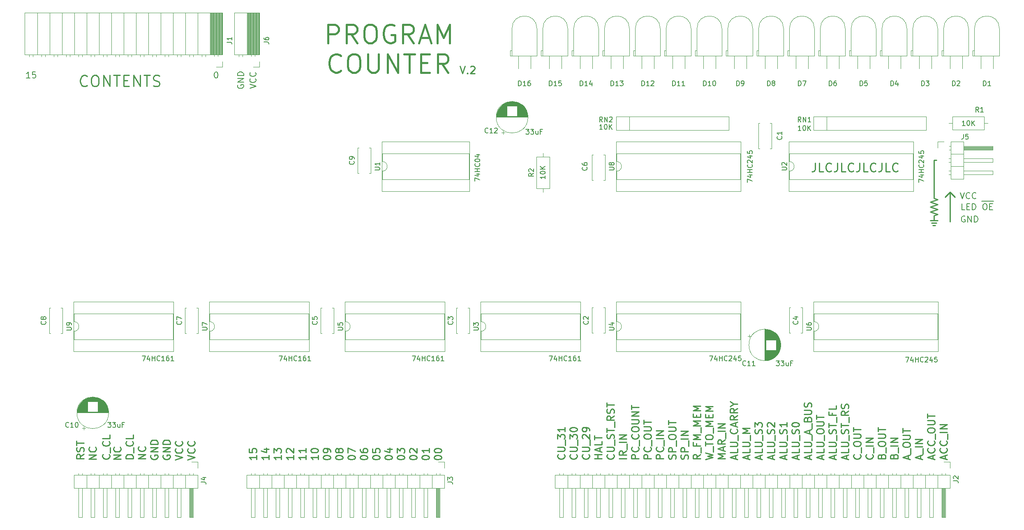
<source format=gto>
G04 #@! TF.GenerationSoftware,KiCad,Pcbnew,(5.1.5)-3*
G04 #@! TF.CreationDate,2022-12-08T22:12:38-08:00*
G04 #@! TF.ProjectId,program_counter,70726f67-7261-46d5-9f63-6f756e746572,rev?*
G04 #@! TF.SameCoordinates,Original*
G04 #@! TF.FileFunction,Legend,Top*
G04 #@! TF.FilePolarity,Positive*
%FSLAX46Y46*%
G04 Gerber Fmt 4.6, Leading zero omitted, Abs format (unit mm)*
G04 Created by KiCad (PCBNEW (5.1.5)-3) date 2022-12-08 22:12:38*
%MOMM*%
%LPD*%
G04 APERTURE LIST*
%ADD10C,0.203200*%
%ADD11C,0.254000*%
%ADD12C,0.381000*%
%ADD13C,0.120000*%
%ADD14C,0.150000*%
%ADD15C,0.250000*%
%ADD16C,0.177800*%
%ADD17O,1.702000X1.702000*%
%ADD18R,1.702000X1.702000*%
%ADD19C,1.702000*%
%ADD20O,1.802000X1.802000*%
%ADD21R,1.802000X1.802000*%
%ADD22C,1.902000*%
%ADD23R,1.902000X1.902000*%
G04 APERTURE END LIST*
D10*
X53098095Y-64328523D02*
X52372380Y-64328523D01*
X52735238Y-64328523D02*
X52735238Y-63058523D01*
X52614285Y-63239952D01*
X52493333Y-63360904D01*
X52372380Y-63421380D01*
X54247142Y-63058523D02*
X53642380Y-63058523D01*
X53581904Y-63663285D01*
X53642380Y-63602809D01*
X53763333Y-63542333D01*
X54065714Y-63542333D01*
X54186666Y-63602809D01*
X54247142Y-63663285D01*
X54307619Y-63784238D01*
X54307619Y-64086619D01*
X54247142Y-64207571D01*
X54186666Y-64268047D01*
X54065714Y-64328523D01*
X53763333Y-64328523D01*
X53642380Y-64268047D01*
X53581904Y-64207571D01*
X91379523Y-63058523D02*
X91500476Y-63058523D01*
X91621428Y-63119000D01*
X91681904Y-63179476D01*
X91742380Y-63300428D01*
X91802857Y-63542333D01*
X91802857Y-63844714D01*
X91742380Y-64086619D01*
X91681904Y-64207571D01*
X91621428Y-64268047D01*
X91500476Y-64328523D01*
X91379523Y-64328523D01*
X91258571Y-64268047D01*
X91198095Y-64207571D01*
X91137619Y-64086619D01*
X91077142Y-63844714D01*
X91077142Y-63542333D01*
X91137619Y-63300428D01*
X91198095Y-63179476D01*
X91258571Y-63119000D01*
X91379523Y-63058523D01*
D11*
X141659428Y-61903428D02*
X142167428Y-63427428D01*
X142675428Y-61903428D01*
X143183428Y-63282285D02*
X143256000Y-63354857D01*
X143183428Y-63427428D01*
X143110857Y-63354857D01*
X143183428Y-63282285D01*
X143183428Y-63427428D01*
X143836571Y-62048571D02*
X143909142Y-61976000D01*
X144054285Y-61903428D01*
X144417142Y-61903428D01*
X144562285Y-61976000D01*
X144634857Y-62048571D01*
X144707428Y-62193714D01*
X144707428Y-62338857D01*
X144634857Y-62556571D01*
X143764000Y-63427428D01*
X144707428Y-63427428D01*
X239268000Y-81280000D02*
X239776000Y-81280000D01*
X239268000Y-88392000D02*
X239268000Y-81280000D01*
X238506000Y-93726000D02*
X240030000Y-93726000D01*
X239268000Y-89154000D02*
X239268000Y-88392000D01*
X238760000Y-94234000D02*
X239776000Y-94234000D01*
X239268000Y-92710000D02*
X239268000Y-93726000D01*
X240030000Y-92456000D02*
X238506000Y-91948000D01*
X239014000Y-94742000D02*
X239522000Y-94742000D01*
X239268000Y-92710000D02*
X240030000Y-92456000D01*
X240030000Y-89408000D02*
X239268000Y-89154000D01*
X240030000Y-89408000D02*
X238506000Y-89916000D01*
X238506000Y-90932000D02*
X240030000Y-91440000D01*
X240030000Y-91440000D02*
X238506000Y-91948000D01*
X240030000Y-90424000D02*
X238506000Y-90932000D01*
X238506000Y-89916000D02*
X240030000Y-90424000D01*
X242570000Y-87884000D02*
X243586000Y-88900000D01*
X242570000Y-87884000D02*
X241554000Y-88900000D01*
X242570000Y-93980000D02*
X242570000Y-87884000D01*
D10*
X245618000Y-91506523D02*
X245013238Y-91506523D01*
X245013238Y-90236523D01*
X246041333Y-90841285D02*
X246464666Y-90841285D01*
X246646095Y-91506523D02*
X246041333Y-91506523D01*
X246041333Y-90236523D01*
X246646095Y-90236523D01*
X247190380Y-91506523D02*
X247190380Y-90236523D01*
X247492761Y-90236523D01*
X247674190Y-90297000D01*
X247795142Y-90417952D01*
X247855619Y-90538904D01*
X247916095Y-90780809D01*
X247916095Y-90962238D01*
X247855619Y-91204142D01*
X247795142Y-91325095D01*
X247674190Y-91446047D01*
X247492761Y-91506523D01*
X247190380Y-91506523D01*
X249125619Y-89753440D02*
X250456095Y-89753440D01*
X249669904Y-90236523D02*
X249911809Y-90236523D01*
X250032761Y-90297000D01*
X250153714Y-90417952D01*
X250214190Y-90659857D01*
X250214190Y-91083190D01*
X250153714Y-91325095D01*
X250032761Y-91446047D01*
X249911809Y-91506523D01*
X249669904Y-91506523D01*
X249548952Y-91446047D01*
X249428000Y-91325095D01*
X249367523Y-91083190D01*
X249367523Y-90659857D01*
X249428000Y-90417952D01*
X249548952Y-90297000D01*
X249669904Y-90236523D01*
X250456095Y-89753440D02*
X251605142Y-89753440D01*
X250758476Y-90841285D02*
X251181809Y-90841285D01*
X251363238Y-91506523D02*
X250758476Y-91506523D01*
X250758476Y-90236523D01*
X251363238Y-90236523D01*
D11*
X214799333Y-81830333D02*
X214799333Y-83100333D01*
X214714666Y-83354333D01*
X214545333Y-83523666D01*
X214291333Y-83608333D01*
X214122000Y-83608333D01*
X216492666Y-83608333D02*
X215646000Y-83608333D01*
X215646000Y-81830333D01*
X218101333Y-83439000D02*
X218016666Y-83523666D01*
X217762666Y-83608333D01*
X217593333Y-83608333D01*
X217339333Y-83523666D01*
X217170000Y-83354333D01*
X217085333Y-83185000D01*
X217000666Y-82846333D01*
X217000666Y-82592333D01*
X217085333Y-82253666D01*
X217170000Y-82084333D01*
X217339333Y-81915000D01*
X217593333Y-81830333D01*
X217762666Y-81830333D01*
X218016666Y-81915000D01*
X218101333Y-81999666D01*
X219371333Y-81830333D02*
X219371333Y-83100333D01*
X219286666Y-83354333D01*
X219117333Y-83523666D01*
X218863333Y-83608333D01*
X218694000Y-83608333D01*
X221064666Y-83608333D02*
X220218000Y-83608333D01*
X220218000Y-81830333D01*
X222673333Y-83439000D02*
X222588666Y-83523666D01*
X222334666Y-83608333D01*
X222165333Y-83608333D01*
X221911333Y-83523666D01*
X221742000Y-83354333D01*
X221657333Y-83185000D01*
X221572666Y-82846333D01*
X221572666Y-82592333D01*
X221657333Y-82253666D01*
X221742000Y-82084333D01*
X221911333Y-81915000D01*
X222165333Y-81830333D01*
X222334666Y-81830333D01*
X222588666Y-81915000D01*
X222673333Y-81999666D01*
X223943333Y-81830333D02*
X223943333Y-83100333D01*
X223858666Y-83354333D01*
X223689333Y-83523666D01*
X223435333Y-83608333D01*
X223266000Y-83608333D01*
X225636666Y-83608333D02*
X224790000Y-83608333D01*
X224790000Y-81830333D01*
X227245333Y-83439000D02*
X227160666Y-83523666D01*
X226906666Y-83608333D01*
X226737333Y-83608333D01*
X226483333Y-83523666D01*
X226314000Y-83354333D01*
X226229333Y-83185000D01*
X226144666Y-82846333D01*
X226144666Y-82592333D01*
X226229333Y-82253666D01*
X226314000Y-82084333D01*
X226483333Y-81915000D01*
X226737333Y-81830333D01*
X226906666Y-81830333D01*
X227160666Y-81915000D01*
X227245333Y-81999666D01*
X228515333Y-81830333D02*
X228515333Y-83100333D01*
X228430666Y-83354333D01*
X228261333Y-83523666D01*
X228007333Y-83608333D01*
X227838000Y-83608333D01*
X230208666Y-83608333D02*
X229362000Y-83608333D01*
X229362000Y-81830333D01*
X231817333Y-83439000D02*
X231732666Y-83523666D01*
X231478666Y-83608333D01*
X231309333Y-83608333D01*
X231055333Y-83523666D01*
X230886000Y-83354333D01*
X230801333Y-83185000D01*
X230716666Y-82846333D01*
X230716666Y-82592333D01*
X230801333Y-82253666D01*
X230886000Y-82084333D01*
X231055333Y-81915000D01*
X231309333Y-81830333D01*
X231478666Y-81830333D01*
X231732666Y-81915000D01*
X231817333Y-81999666D01*
D10*
X245666380Y-92837000D02*
X245545428Y-92776523D01*
X245364000Y-92776523D01*
X245182571Y-92837000D01*
X245061619Y-92957952D01*
X245001142Y-93078904D01*
X244940666Y-93320809D01*
X244940666Y-93502238D01*
X245001142Y-93744142D01*
X245061619Y-93865095D01*
X245182571Y-93986047D01*
X245364000Y-94046523D01*
X245484952Y-94046523D01*
X245666380Y-93986047D01*
X245726857Y-93925571D01*
X245726857Y-93502238D01*
X245484952Y-93502238D01*
X246271142Y-94046523D02*
X246271142Y-92776523D01*
X246996857Y-94046523D01*
X246996857Y-92776523D01*
X247601619Y-94046523D02*
X247601619Y-92776523D01*
X247904000Y-92776523D01*
X248085428Y-92837000D01*
X248206380Y-92957952D01*
X248266857Y-93078904D01*
X248327333Y-93320809D01*
X248327333Y-93502238D01*
X248266857Y-93744142D01*
X248206380Y-93865095D01*
X248085428Y-93986047D01*
X247904000Y-94046523D01*
X247601619Y-94046523D01*
X244686666Y-87950523D02*
X245110000Y-89220523D01*
X245533333Y-87950523D01*
X246682380Y-89099571D02*
X246621904Y-89160047D01*
X246440476Y-89220523D01*
X246319523Y-89220523D01*
X246138095Y-89160047D01*
X246017142Y-89039095D01*
X245956666Y-88918142D01*
X245896190Y-88676238D01*
X245896190Y-88494809D01*
X245956666Y-88252904D01*
X246017142Y-88131952D01*
X246138095Y-88011000D01*
X246319523Y-87950523D01*
X246440476Y-87950523D01*
X246621904Y-88011000D01*
X246682380Y-88071476D01*
X247952380Y-89099571D02*
X247891904Y-89160047D01*
X247710476Y-89220523D01*
X247589523Y-89220523D01*
X247408095Y-89160047D01*
X247287142Y-89039095D01*
X247226666Y-88918142D01*
X247166190Y-88676238D01*
X247166190Y-88494809D01*
X247226666Y-88252904D01*
X247287142Y-88131952D01*
X247408095Y-88011000D01*
X247589523Y-87950523D01*
X247710476Y-87950523D01*
X247891904Y-88011000D01*
X247952380Y-88071476D01*
X95885000Y-65737619D02*
X95824523Y-65858571D01*
X95824523Y-66040000D01*
X95885000Y-66221428D01*
X96005952Y-66342380D01*
X96126904Y-66402857D01*
X96368809Y-66463333D01*
X96550238Y-66463333D01*
X96792142Y-66402857D01*
X96913095Y-66342380D01*
X97034047Y-66221428D01*
X97094523Y-66040000D01*
X97094523Y-65919047D01*
X97034047Y-65737619D01*
X96973571Y-65677142D01*
X96550238Y-65677142D01*
X96550238Y-65919047D01*
X97094523Y-65132857D02*
X95824523Y-65132857D01*
X97094523Y-64407142D01*
X95824523Y-64407142D01*
X97094523Y-63802380D02*
X95824523Y-63802380D01*
X95824523Y-63500000D01*
X95885000Y-63318571D01*
X96005952Y-63197619D01*
X96126904Y-63137142D01*
X96368809Y-63076666D01*
X96550238Y-63076666D01*
X96792142Y-63137142D01*
X96913095Y-63197619D01*
X97034047Y-63318571D01*
X97094523Y-63500000D01*
X97094523Y-63802380D01*
X98364523Y-66463333D02*
X99634523Y-66040000D01*
X98364523Y-65616666D01*
X99513571Y-64467619D02*
X99574047Y-64528095D01*
X99634523Y-64709523D01*
X99634523Y-64830476D01*
X99574047Y-65011904D01*
X99453095Y-65132857D01*
X99332142Y-65193333D01*
X99090238Y-65253809D01*
X98908809Y-65253809D01*
X98666904Y-65193333D01*
X98545952Y-65132857D01*
X98425000Y-65011904D01*
X98364523Y-64830476D01*
X98364523Y-64709523D01*
X98425000Y-64528095D01*
X98485476Y-64467619D01*
X99513571Y-63197619D02*
X99574047Y-63258095D01*
X99634523Y-63439523D01*
X99634523Y-63560476D01*
X99574047Y-63741904D01*
X99453095Y-63862857D01*
X99332142Y-63923333D01*
X99090238Y-63983809D01*
X98908809Y-63983809D01*
X98666904Y-63923333D01*
X98545952Y-63862857D01*
X98425000Y-63741904D01*
X98364523Y-63560476D01*
X98364523Y-63439523D01*
X98425000Y-63258095D01*
X98485476Y-63197619D01*
D11*
X64878857Y-65840428D02*
X64770000Y-65949285D01*
X64443428Y-66058142D01*
X64225714Y-66058142D01*
X63899142Y-65949285D01*
X63681428Y-65731571D01*
X63572571Y-65513857D01*
X63463714Y-65078428D01*
X63463714Y-64751857D01*
X63572571Y-64316428D01*
X63681428Y-64098714D01*
X63899142Y-63881000D01*
X64225714Y-63772142D01*
X64443428Y-63772142D01*
X64770000Y-63881000D01*
X64878857Y-63989857D01*
X66294000Y-63772142D02*
X66729428Y-63772142D01*
X66947142Y-63881000D01*
X67164857Y-64098714D01*
X67273714Y-64534142D01*
X67273714Y-65296142D01*
X67164857Y-65731571D01*
X66947142Y-65949285D01*
X66729428Y-66058142D01*
X66294000Y-66058142D01*
X66076285Y-65949285D01*
X65858571Y-65731571D01*
X65749714Y-65296142D01*
X65749714Y-64534142D01*
X65858571Y-64098714D01*
X66076285Y-63881000D01*
X66294000Y-63772142D01*
X68253428Y-66058142D02*
X68253428Y-63772142D01*
X69559714Y-66058142D01*
X69559714Y-63772142D01*
X70321714Y-63772142D02*
X71628000Y-63772142D01*
X70974857Y-66058142D02*
X70974857Y-63772142D01*
X72390000Y-64860714D02*
X73152000Y-64860714D01*
X73478571Y-66058142D02*
X72390000Y-66058142D01*
X72390000Y-63772142D01*
X73478571Y-63772142D01*
X74458285Y-66058142D02*
X74458285Y-63772142D01*
X75764571Y-66058142D01*
X75764571Y-63772142D01*
X76526571Y-63772142D02*
X77832857Y-63772142D01*
X77179714Y-66058142D02*
X77179714Y-63772142D01*
X78486000Y-65949285D02*
X78812571Y-66058142D01*
X79356857Y-66058142D01*
X79574571Y-65949285D01*
X79683428Y-65840428D01*
X79792285Y-65622714D01*
X79792285Y-65405000D01*
X79683428Y-65187285D01*
X79574571Y-65078428D01*
X79356857Y-64969571D01*
X78921428Y-64860714D01*
X78703714Y-64751857D01*
X78594857Y-64643000D01*
X78486000Y-64425285D01*
X78486000Y-64207571D01*
X78594857Y-63989857D01*
X78703714Y-63881000D01*
X78921428Y-63772142D01*
X79465714Y-63772142D01*
X79792285Y-63881000D01*
D12*
X114481428Y-57095571D02*
X114481428Y-53285571D01*
X115932857Y-53285571D01*
X116295714Y-53467000D01*
X116477142Y-53648428D01*
X116658571Y-54011285D01*
X116658571Y-54555571D01*
X116477142Y-54918428D01*
X116295714Y-55099857D01*
X115932857Y-55281285D01*
X114481428Y-55281285D01*
X120468571Y-57095571D02*
X119198571Y-55281285D01*
X118291428Y-57095571D02*
X118291428Y-53285571D01*
X119742857Y-53285571D01*
X120105714Y-53467000D01*
X120287142Y-53648428D01*
X120468571Y-54011285D01*
X120468571Y-54555571D01*
X120287142Y-54918428D01*
X120105714Y-55099857D01*
X119742857Y-55281285D01*
X118291428Y-55281285D01*
X122827142Y-53285571D02*
X123552857Y-53285571D01*
X123915714Y-53467000D01*
X124278571Y-53829857D01*
X124460000Y-54555571D01*
X124460000Y-55825571D01*
X124278571Y-56551285D01*
X123915714Y-56914142D01*
X123552857Y-57095571D01*
X122827142Y-57095571D01*
X122464285Y-56914142D01*
X122101428Y-56551285D01*
X121920000Y-55825571D01*
X121920000Y-54555571D01*
X122101428Y-53829857D01*
X122464285Y-53467000D01*
X122827142Y-53285571D01*
X128088571Y-53467000D02*
X127725714Y-53285571D01*
X127181428Y-53285571D01*
X126637142Y-53467000D01*
X126274285Y-53829857D01*
X126092857Y-54192714D01*
X125911428Y-54918428D01*
X125911428Y-55462714D01*
X126092857Y-56188428D01*
X126274285Y-56551285D01*
X126637142Y-56914142D01*
X127181428Y-57095571D01*
X127544285Y-57095571D01*
X128088571Y-56914142D01*
X128270000Y-56732714D01*
X128270000Y-55462714D01*
X127544285Y-55462714D01*
X132080000Y-57095571D02*
X130810000Y-55281285D01*
X129902857Y-57095571D02*
X129902857Y-53285571D01*
X131354285Y-53285571D01*
X131717142Y-53467000D01*
X131898571Y-53648428D01*
X132080000Y-54011285D01*
X132080000Y-54555571D01*
X131898571Y-54918428D01*
X131717142Y-55099857D01*
X131354285Y-55281285D01*
X129902857Y-55281285D01*
X133531428Y-56007000D02*
X135345714Y-56007000D01*
X133168571Y-57095571D02*
X134438571Y-53285571D01*
X135708571Y-57095571D01*
X136978571Y-57095571D02*
X136978571Y-53285571D01*
X138248571Y-56007000D01*
X139518571Y-53285571D01*
X139518571Y-57095571D01*
X117112142Y-62828714D02*
X116930714Y-63010142D01*
X116386428Y-63191571D01*
X116023571Y-63191571D01*
X115479285Y-63010142D01*
X115116428Y-62647285D01*
X114935000Y-62284428D01*
X114753571Y-61558714D01*
X114753571Y-61014428D01*
X114935000Y-60288714D01*
X115116428Y-59925857D01*
X115479285Y-59563000D01*
X116023571Y-59381571D01*
X116386428Y-59381571D01*
X116930714Y-59563000D01*
X117112142Y-59744428D01*
X119470714Y-59381571D02*
X120196428Y-59381571D01*
X120559285Y-59563000D01*
X120922142Y-59925857D01*
X121103571Y-60651571D01*
X121103571Y-61921571D01*
X120922142Y-62647285D01*
X120559285Y-63010142D01*
X120196428Y-63191571D01*
X119470714Y-63191571D01*
X119107857Y-63010142D01*
X118745000Y-62647285D01*
X118563571Y-61921571D01*
X118563571Y-60651571D01*
X118745000Y-59925857D01*
X119107857Y-59563000D01*
X119470714Y-59381571D01*
X122736428Y-59381571D02*
X122736428Y-62465857D01*
X122917857Y-62828714D01*
X123099285Y-63010142D01*
X123462142Y-63191571D01*
X124187857Y-63191571D01*
X124550714Y-63010142D01*
X124732142Y-62828714D01*
X124913571Y-62465857D01*
X124913571Y-59381571D01*
X126727857Y-63191571D02*
X126727857Y-59381571D01*
X128905000Y-63191571D01*
X128905000Y-59381571D01*
X130175000Y-59381571D02*
X132352142Y-59381571D01*
X131263571Y-63191571D02*
X131263571Y-59381571D01*
X133622142Y-61195857D02*
X134892142Y-61195857D01*
X135436428Y-63191571D02*
X133622142Y-63191571D01*
X133622142Y-59381571D01*
X135436428Y-59381571D01*
X139246428Y-63191571D02*
X137976428Y-61377285D01*
X137069285Y-63191571D02*
X137069285Y-59381571D01*
X138520714Y-59381571D01*
X138883571Y-59563000D01*
X139065000Y-59744428D01*
X139246428Y-60107285D01*
X139246428Y-60651571D01*
X139065000Y-61014428D01*
X138883571Y-61195857D01*
X138520714Y-61377285D01*
X137069285Y-61377285D01*
D13*
X62110000Y-110430000D02*
X62110000Y-120710000D01*
X82670000Y-110430000D02*
X62110000Y-110430000D01*
X82670000Y-120710000D02*
X82670000Y-110430000D01*
X62110000Y-120710000D02*
X82670000Y-120710000D01*
X62170000Y-112920000D02*
X62170000Y-114570000D01*
X82610000Y-112920000D02*
X62170000Y-112920000D01*
X82610000Y-118220000D02*
X82610000Y-112920000D01*
X62170000Y-118220000D02*
X82610000Y-118220000D01*
X62170000Y-116570000D02*
X62170000Y-118220000D01*
X62170000Y-114570000D02*
G75*
G02X62170000Y-116570000I0J-1000000D01*
G01*
X173870000Y-77410000D02*
X173870000Y-87690000D01*
X199510000Y-77410000D02*
X173870000Y-77410000D01*
X199510000Y-87690000D02*
X199510000Y-77410000D01*
X173870000Y-87690000D02*
X199510000Y-87690000D01*
X173930000Y-79900000D02*
X173930000Y-81550000D01*
X199450000Y-79900000D02*
X173930000Y-79900000D01*
X199450000Y-85200000D02*
X199450000Y-79900000D01*
X173930000Y-85200000D02*
X199450000Y-85200000D01*
X173930000Y-83550000D02*
X173930000Y-85200000D01*
X173930000Y-81550000D02*
G75*
G02X173930000Y-83550000I0J-1000000D01*
G01*
X90050000Y-110430000D02*
X90050000Y-120710000D01*
X110610000Y-110430000D02*
X90050000Y-110430000D01*
X110610000Y-120710000D02*
X110610000Y-110430000D01*
X90050000Y-120710000D02*
X110610000Y-120710000D01*
X90110000Y-112920000D02*
X90110000Y-114570000D01*
X110550000Y-112920000D02*
X90110000Y-112920000D01*
X110550000Y-118220000D02*
X110550000Y-112920000D01*
X90110000Y-118220000D02*
X110550000Y-118220000D01*
X90110000Y-116570000D02*
X90110000Y-118220000D01*
X90110000Y-114570000D02*
G75*
G02X90110000Y-116570000I0J-1000000D01*
G01*
X214510000Y-110430000D02*
X214510000Y-120710000D01*
X240150000Y-110430000D02*
X214510000Y-110430000D01*
X240150000Y-120710000D02*
X240150000Y-110430000D01*
X214510000Y-120710000D02*
X240150000Y-120710000D01*
X214570000Y-112920000D02*
X214570000Y-114570000D01*
X240090000Y-112920000D02*
X214570000Y-112920000D01*
X240090000Y-118220000D02*
X240090000Y-112920000D01*
X214570000Y-118220000D02*
X240090000Y-118220000D01*
X214570000Y-116570000D02*
X214570000Y-118220000D01*
X214570000Y-114570000D02*
G75*
G02X214570000Y-116570000I0J-1000000D01*
G01*
X117990000Y-110430000D02*
X117990000Y-120710000D01*
X138550000Y-110430000D02*
X117990000Y-110430000D01*
X138550000Y-120710000D02*
X138550000Y-110430000D01*
X117990000Y-120710000D02*
X138550000Y-120710000D01*
X118050000Y-112920000D02*
X118050000Y-114570000D01*
X138490000Y-112920000D02*
X118050000Y-112920000D01*
X138490000Y-118220000D02*
X138490000Y-112920000D01*
X118050000Y-118220000D02*
X138490000Y-118220000D01*
X118050000Y-116570000D02*
X118050000Y-118220000D01*
X118050000Y-114570000D02*
G75*
G02X118050000Y-116570000I0J-1000000D01*
G01*
X173870000Y-110430000D02*
X173870000Y-120710000D01*
X199510000Y-110430000D02*
X173870000Y-110430000D01*
X199510000Y-120710000D02*
X199510000Y-110430000D01*
X173870000Y-120710000D02*
X199510000Y-120710000D01*
X173930000Y-112920000D02*
X173930000Y-114570000D01*
X199450000Y-112920000D02*
X173930000Y-112920000D01*
X199450000Y-118220000D02*
X199450000Y-112920000D01*
X173930000Y-118220000D02*
X199450000Y-118220000D01*
X173930000Y-116570000D02*
X173930000Y-118220000D01*
X173930000Y-114570000D02*
G75*
G02X173930000Y-116570000I0J-1000000D01*
G01*
X145930000Y-110430000D02*
X145930000Y-120710000D01*
X166490000Y-110430000D02*
X145930000Y-110430000D01*
X166490000Y-120710000D02*
X166490000Y-110430000D01*
X145930000Y-120710000D02*
X166490000Y-120710000D01*
X145990000Y-112920000D02*
X145990000Y-114570000D01*
X166430000Y-112920000D02*
X145990000Y-112920000D01*
X166430000Y-118220000D02*
X166430000Y-112920000D01*
X145990000Y-118220000D02*
X166430000Y-118220000D01*
X145990000Y-116570000D02*
X145990000Y-118220000D01*
X145990000Y-114570000D02*
G75*
G02X145990000Y-116570000I0J-1000000D01*
G01*
X209430000Y-77410000D02*
X209430000Y-87690000D01*
X235070000Y-77410000D02*
X209430000Y-77410000D01*
X235070000Y-87690000D02*
X235070000Y-77410000D01*
X209430000Y-87690000D02*
X235070000Y-87690000D01*
X209490000Y-79900000D02*
X209490000Y-81550000D01*
X235010000Y-79900000D02*
X209490000Y-79900000D01*
X235010000Y-85200000D02*
X235010000Y-79900000D01*
X209490000Y-85200000D02*
X235010000Y-85200000D01*
X209490000Y-83550000D02*
X209490000Y-85200000D01*
X209490000Y-81550000D02*
G75*
G02X209490000Y-83550000I0J-1000000D01*
G01*
X125610000Y-77410000D02*
X125610000Y-87690000D01*
X143630000Y-77410000D02*
X125610000Y-77410000D01*
X143630000Y-87690000D02*
X143630000Y-77410000D01*
X125610000Y-87690000D02*
X143630000Y-87690000D01*
X125670000Y-79900000D02*
X125670000Y-81550000D01*
X143570000Y-79900000D02*
X125670000Y-79900000D01*
X143570000Y-85200000D02*
X143570000Y-79900000D01*
X125670000Y-85200000D02*
X143570000Y-85200000D01*
X125670000Y-83550000D02*
X125670000Y-85200000D01*
X125670000Y-81550000D02*
G75*
G02X125670000Y-83550000I0J-1000000D01*
G01*
X158750000Y-79780000D02*
X158750000Y-80550000D01*
X158750000Y-87860000D02*
X158750000Y-87090000D01*
X157380000Y-80550000D02*
X157380000Y-87090000D01*
X160120000Y-80550000D02*
X157380000Y-80550000D01*
X160120000Y-87090000D02*
X160120000Y-80550000D01*
X157380000Y-87090000D02*
X160120000Y-87090000D01*
X240030000Y-77470000D02*
X241300000Y-77470000D01*
X240030000Y-78740000D02*
X240030000Y-77470000D01*
X242342929Y-84200000D02*
X242740000Y-84200000D01*
X242342929Y-83440000D02*
X242740000Y-83440000D01*
X251400000Y-84200000D02*
X245400000Y-84200000D01*
X251400000Y-83440000D02*
X251400000Y-84200000D01*
X245400000Y-83440000D02*
X251400000Y-83440000D01*
X242740000Y-82550000D02*
X245400000Y-82550000D01*
X242342929Y-81660000D02*
X242740000Y-81660000D01*
X242342929Y-80900000D02*
X242740000Y-80900000D01*
X251400000Y-81660000D02*
X245400000Y-81660000D01*
X251400000Y-80900000D02*
X251400000Y-81660000D01*
X245400000Y-80900000D02*
X251400000Y-80900000D01*
X242740000Y-80010000D02*
X245400000Y-80010000D01*
X242410000Y-79120000D02*
X242740000Y-79120000D01*
X242410000Y-78360000D02*
X242740000Y-78360000D01*
X245400000Y-79020000D02*
X251400000Y-79020000D01*
X245400000Y-78900000D02*
X251400000Y-78900000D01*
X245400000Y-78780000D02*
X251400000Y-78780000D01*
X245400000Y-78660000D02*
X251400000Y-78660000D01*
X245400000Y-78540000D02*
X251400000Y-78540000D01*
X245400000Y-78420000D02*
X251400000Y-78420000D01*
X251400000Y-79120000D02*
X245400000Y-79120000D01*
X251400000Y-78360000D02*
X251400000Y-79120000D01*
X245400000Y-78360000D02*
X251400000Y-78360000D01*
X245400000Y-77410000D02*
X242740000Y-77410000D01*
X245400000Y-85150000D02*
X245400000Y-77410000D01*
X242740000Y-85150000D02*
X245400000Y-85150000D01*
X242740000Y-77410000D02*
X242740000Y-85150000D01*
X242340000Y-73660000D02*
X243110000Y-73660000D01*
X250420000Y-73660000D02*
X249650000Y-73660000D01*
X243110000Y-75030000D02*
X249650000Y-75030000D01*
X243110000Y-72290000D02*
X243110000Y-75030000D01*
X249650000Y-72290000D02*
X243110000Y-72290000D01*
X249650000Y-75030000D02*
X249650000Y-72290000D01*
X100390000Y-60960000D02*
X100390000Y-62070000D01*
X100390000Y-62070000D02*
X99060000Y-62070000D01*
X100390000Y-50870000D02*
X95190000Y-50870000D01*
X95190000Y-50870000D02*
X95190000Y-59500000D01*
X100390000Y-59500000D02*
X95190000Y-59500000D01*
X100390000Y-50870000D02*
X100390000Y-59500000D01*
X97790000Y-50870000D02*
X97790000Y-59500000D01*
X96160000Y-59500000D02*
X96160000Y-59910000D01*
X96880000Y-59500000D02*
X96880000Y-59910000D01*
X98700000Y-59500000D02*
X98700000Y-59850000D01*
X99420000Y-59500000D02*
X99420000Y-59850000D01*
X97908100Y-50870000D02*
X97908100Y-59500000D01*
X98026195Y-50870000D02*
X98026195Y-59500000D01*
X98144290Y-50870000D02*
X98144290Y-59500000D01*
X98262385Y-50870000D02*
X98262385Y-59500000D01*
X98380480Y-50870000D02*
X98380480Y-59500000D01*
X98498575Y-50870000D02*
X98498575Y-59500000D01*
X98616670Y-50870000D02*
X98616670Y-59500000D01*
X98734765Y-50870000D02*
X98734765Y-59500000D01*
X98852860Y-50870000D02*
X98852860Y-59500000D01*
X98970955Y-50870000D02*
X98970955Y-59500000D01*
X99089050Y-50870000D02*
X99089050Y-59500000D01*
X99207145Y-50870000D02*
X99207145Y-59500000D01*
X99325240Y-50870000D02*
X99325240Y-59500000D01*
X99443335Y-50870000D02*
X99443335Y-59500000D01*
X99561430Y-50870000D02*
X99561430Y-59500000D01*
X99679525Y-50870000D02*
X99679525Y-59500000D01*
X99797620Y-50870000D02*
X99797620Y-59500000D01*
X99915715Y-50870000D02*
X99915715Y-59500000D01*
X100033810Y-50870000D02*
X100033810Y-59500000D01*
X100151905Y-50870000D02*
X100151905Y-59500000D01*
X100270000Y-50870000D02*
X100270000Y-59500000D01*
X87690000Y-146220000D02*
X62170000Y-146220000D01*
X62170000Y-146220000D02*
X62170000Y-148880000D01*
X62170000Y-148880000D02*
X87690000Y-148880000D01*
X87690000Y-148880000D02*
X87690000Y-146220000D01*
X86740000Y-148880000D02*
X86740000Y-154880000D01*
X86740000Y-154880000D02*
X85980000Y-154880000D01*
X85980000Y-154880000D02*
X85980000Y-148880000D01*
X86680000Y-148880000D02*
X86680000Y-154880000D01*
X86560000Y-148880000D02*
X86560000Y-154880000D01*
X86440000Y-148880000D02*
X86440000Y-154880000D01*
X86320000Y-148880000D02*
X86320000Y-154880000D01*
X86200000Y-148880000D02*
X86200000Y-154880000D01*
X86080000Y-148880000D02*
X86080000Y-154880000D01*
X86740000Y-145890000D02*
X86740000Y-146220000D01*
X85980000Y-145890000D02*
X85980000Y-146220000D01*
X85090000Y-146220000D02*
X85090000Y-148880000D01*
X84200000Y-148880000D02*
X84200000Y-154880000D01*
X84200000Y-154880000D02*
X83440000Y-154880000D01*
X83440000Y-154880000D02*
X83440000Y-148880000D01*
X84200000Y-145822929D02*
X84200000Y-146220000D01*
X83440000Y-145822929D02*
X83440000Y-146220000D01*
X82550000Y-146220000D02*
X82550000Y-148880000D01*
X81660000Y-148880000D02*
X81660000Y-154880000D01*
X81660000Y-154880000D02*
X80900000Y-154880000D01*
X80900000Y-154880000D02*
X80900000Y-148880000D01*
X81660000Y-145822929D02*
X81660000Y-146220000D01*
X80900000Y-145822929D02*
X80900000Y-146220000D01*
X80010000Y-146220000D02*
X80010000Y-148880000D01*
X79120000Y-148880000D02*
X79120000Y-154880000D01*
X79120000Y-154880000D02*
X78360000Y-154880000D01*
X78360000Y-154880000D02*
X78360000Y-148880000D01*
X79120000Y-145822929D02*
X79120000Y-146220000D01*
X78360000Y-145822929D02*
X78360000Y-146220000D01*
X77470000Y-146220000D02*
X77470000Y-148880000D01*
X76580000Y-148880000D02*
X76580000Y-154880000D01*
X76580000Y-154880000D02*
X75820000Y-154880000D01*
X75820000Y-154880000D02*
X75820000Y-148880000D01*
X76580000Y-145822929D02*
X76580000Y-146220000D01*
X75820000Y-145822929D02*
X75820000Y-146220000D01*
X74930000Y-146220000D02*
X74930000Y-148880000D01*
X74040000Y-148880000D02*
X74040000Y-154880000D01*
X74040000Y-154880000D02*
X73280000Y-154880000D01*
X73280000Y-154880000D02*
X73280000Y-148880000D01*
X74040000Y-145822929D02*
X74040000Y-146220000D01*
X73280000Y-145822929D02*
X73280000Y-146220000D01*
X72390000Y-146220000D02*
X72390000Y-148880000D01*
X71500000Y-148880000D02*
X71500000Y-154880000D01*
X71500000Y-154880000D02*
X70740000Y-154880000D01*
X70740000Y-154880000D02*
X70740000Y-148880000D01*
X71500000Y-145822929D02*
X71500000Y-146220000D01*
X70740000Y-145822929D02*
X70740000Y-146220000D01*
X69850000Y-146220000D02*
X69850000Y-148880000D01*
X68960000Y-148880000D02*
X68960000Y-154880000D01*
X68960000Y-154880000D02*
X68200000Y-154880000D01*
X68200000Y-154880000D02*
X68200000Y-148880000D01*
X68960000Y-145822929D02*
X68960000Y-146220000D01*
X68200000Y-145822929D02*
X68200000Y-146220000D01*
X67310000Y-146220000D02*
X67310000Y-148880000D01*
X66420000Y-148880000D02*
X66420000Y-154880000D01*
X66420000Y-154880000D02*
X65660000Y-154880000D01*
X65660000Y-154880000D02*
X65660000Y-148880000D01*
X66420000Y-145822929D02*
X66420000Y-146220000D01*
X65660000Y-145822929D02*
X65660000Y-146220000D01*
X64770000Y-146220000D02*
X64770000Y-148880000D01*
X63880000Y-148880000D02*
X63880000Y-154880000D01*
X63880000Y-154880000D02*
X63120000Y-154880000D01*
X63120000Y-154880000D02*
X63120000Y-148880000D01*
X63880000Y-145822929D02*
X63880000Y-146220000D01*
X63120000Y-145822929D02*
X63120000Y-146220000D01*
X86360000Y-143510000D02*
X87630000Y-143510000D01*
X87630000Y-143510000D02*
X87630000Y-144780000D01*
X138490000Y-146220000D02*
X97730000Y-146220000D01*
X97730000Y-146220000D02*
X97730000Y-148880000D01*
X97730000Y-148880000D02*
X138490000Y-148880000D01*
X138490000Y-148880000D02*
X138490000Y-146220000D01*
X137540000Y-148880000D02*
X137540000Y-154880000D01*
X137540000Y-154880000D02*
X136780000Y-154880000D01*
X136780000Y-154880000D02*
X136780000Y-148880000D01*
X137480000Y-148880000D02*
X137480000Y-154880000D01*
X137360000Y-148880000D02*
X137360000Y-154880000D01*
X137240000Y-148880000D02*
X137240000Y-154880000D01*
X137120000Y-148880000D02*
X137120000Y-154880000D01*
X137000000Y-148880000D02*
X137000000Y-154880000D01*
X136880000Y-148880000D02*
X136880000Y-154880000D01*
X137540000Y-145890000D02*
X137540000Y-146220000D01*
X136780000Y-145890000D02*
X136780000Y-146220000D01*
X135890000Y-146220000D02*
X135890000Y-148880000D01*
X135000000Y-148880000D02*
X135000000Y-154880000D01*
X135000000Y-154880000D02*
X134240000Y-154880000D01*
X134240000Y-154880000D02*
X134240000Y-148880000D01*
X135000000Y-145822929D02*
X135000000Y-146220000D01*
X134240000Y-145822929D02*
X134240000Y-146220000D01*
X133350000Y-146220000D02*
X133350000Y-148880000D01*
X132460000Y-148880000D02*
X132460000Y-154880000D01*
X132460000Y-154880000D02*
X131700000Y-154880000D01*
X131700000Y-154880000D02*
X131700000Y-148880000D01*
X132460000Y-145822929D02*
X132460000Y-146220000D01*
X131700000Y-145822929D02*
X131700000Y-146220000D01*
X130810000Y-146220000D02*
X130810000Y-148880000D01*
X129920000Y-148880000D02*
X129920000Y-154880000D01*
X129920000Y-154880000D02*
X129160000Y-154880000D01*
X129160000Y-154880000D02*
X129160000Y-148880000D01*
X129920000Y-145822929D02*
X129920000Y-146220000D01*
X129160000Y-145822929D02*
X129160000Y-146220000D01*
X128270000Y-146220000D02*
X128270000Y-148880000D01*
X127380000Y-148880000D02*
X127380000Y-154880000D01*
X127380000Y-154880000D02*
X126620000Y-154880000D01*
X126620000Y-154880000D02*
X126620000Y-148880000D01*
X127380000Y-145822929D02*
X127380000Y-146220000D01*
X126620000Y-145822929D02*
X126620000Y-146220000D01*
X125730000Y-146220000D02*
X125730000Y-148880000D01*
X124840000Y-148880000D02*
X124840000Y-154880000D01*
X124840000Y-154880000D02*
X124080000Y-154880000D01*
X124080000Y-154880000D02*
X124080000Y-148880000D01*
X124840000Y-145822929D02*
X124840000Y-146220000D01*
X124080000Y-145822929D02*
X124080000Y-146220000D01*
X123190000Y-146220000D02*
X123190000Y-148880000D01*
X122300000Y-148880000D02*
X122300000Y-154880000D01*
X122300000Y-154880000D02*
X121540000Y-154880000D01*
X121540000Y-154880000D02*
X121540000Y-148880000D01*
X122300000Y-145822929D02*
X122300000Y-146220000D01*
X121540000Y-145822929D02*
X121540000Y-146220000D01*
X120650000Y-146220000D02*
X120650000Y-148880000D01*
X119760000Y-148880000D02*
X119760000Y-154880000D01*
X119760000Y-154880000D02*
X119000000Y-154880000D01*
X119000000Y-154880000D02*
X119000000Y-148880000D01*
X119760000Y-145822929D02*
X119760000Y-146220000D01*
X119000000Y-145822929D02*
X119000000Y-146220000D01*
X118110000Y-146220000D02*
X118110000Y-148880000D01*
X117220000Y-148880000D02*
X117220000Y-154880000D01*
X117220000Y-154880000D02*
X116460000Y-154880000D01*
X116460000Y-154880000D02*
X116460000Y-148880000D01*
X117220000Y-145822929D02*
X117220000Y-146220000D01*
X116460000Y-145822929D02*
X116460000Y-146220000D01*
X115570000Y-146220000D02*
X115570000Y-148880000D01*
X114680000Y-148880000D02*
X114680000Y-154880000D01*
X114680000Y-154880000D02*
X113920000Y-154880000D01*
X113920000Y-154880000D02*
X113920000Y-148880000D01*
X114680000Y-145822929D02*
X114680000Y-146220000D01*
X113920000Y-145822929D02*
X113920000Y-146220000D01*
X113030000Y-146220000D02*
X113030000Y-148880000D01*
X112140000Y-148880000D02*
X112140000Y-154880000D01*
X112140000Y-154880000D02*
X111380000Y-154880000D01*
X111380000Y-154880000D02*
X111380000Y-148880000D01*
X112140000Y-145822929D02*
X112140000Y-146220000D01*
X111380000Y-145822929D02*
X111380000Y-146220000D01*
X110490000Y-146220000D02*
X110490000Y-148880000D01*
X109600000Y-148880000D02*
X109600000Y-154880000D01*
X109600000Y-154880000D02*
X108840000Y-154880000D01*
X108840000Y-154880000D02*
X108840000Y-148880000D01*
X109600000Y-145822929D02*
X109600000Y-146220000D01*
X108840000Y-145822929D02*
X108840000Y-146220000D01*
X107950000Y-146220000D02*
X107950000Y-148880000D01*
X107060000Y-148880000D02*
X107060000Y-154880000D01*
X107060000Y-154880000D02*
X106300000Y-154880000D01*
X106300000Y-154880000D02*
X106300000Y-148880000D01*
X107060000Y-145822929D02*
X107060000Y-146220000D01*
X106300000Y-145822929D02*
X106300000Y-146220000D01*
X105410000Y-146220000D02*
X105410000Y-148880000D01*
X104520000Y-148880000D02*
X104520000Y-154880000D01*
X104520000Y-154880000D02*
X103760000Y-154880000D01*
X103760000Y-154880000D02*
X103760000Y-148880000D01*
X104520000Y-145822929D02*
X104520000Y-146220000D01*
X103760000Y-145822929D02*
X103760000Y-146220000D01*
X102870000Y-146220000D02*
X102870000Y-148880000D01*
X101980000Y-148880000D02*
X101980000Y-154880000D01*
X101980000Y-154880000D02*
X101220000Y-154880000D01*
X101220000Y-154880000D02*
X101220000Y-148880000D01*
X101980000Y-145822929D02*
X101980000Y-146220000D01*
X101220000Y-145822929D02*
X101220000Y-146220000D01*
X100330000Y-146220000D02*
X100330000Y-148880000D01*
X99440000Y-148880000D02*
X99440000Y-154880000D01*
X99440000Y-154880000D02*
X98680000Y-154880000D01*
X98680000Y-154880000D02*
X98680000Y-148880000D01*
X99440000Y-145822929D02*
X99440000Y-146220000D01*
X98680000Y-145822929D02*
X98680000Y-146220000D01*
X137160000Y-143510000D02*
X138430000Y-143510000D01*
X138430000Y-143510000D02*
X138430000Y-144780000D01*
X242570000Y-143510000D02*
X242570000Y-144780000D01*
X241300000Y-143510000D02*
X242570000Y-143510000D01*
X162180000Y-145822929D02*
X162180000Y-146220000D01*
X162940000Y-145822929D02*
X162940000Y-146220000D01*
X162180000Y-154880000D02*
X162180000Y-148880000D01*
X162940000Y-154880000D02*
X162180000Y-154880000D01*
X162940000Y-148880000D02*
X162940000Y-154880000D01*
X163830000Y-146220000D02*
X163830000Y-148880000D01*
X164720000Y-145822929D02*
X164720000Y-146220000D01*
X165480000Y-145822929D02*
X165480000Y-146220000D01*
X164720000Y-154880000D02*
X164720000Y-148880000D01*
X165480000Y-154880000D02*
X164720000Y-154880000D01*
X165480000Y-148880000D02*
X165480000Y-154880000D01*
X166370000Y-146220000D02*
X166370000Y-148880000D01*
X167260000Y-145822929D02*
X167260000Y-146220000D01*
X168020000Y-145822929D02*
X168020000Y-146220000D01*
X167260000Y-154880000D02*
X167260000Y-148880000D01*
X168020000Y-154880000D02*
X167260000Y-154880000D01*
X168020000Y-148880000D02*
X168020000Y-154880000D01*
X168910000Y-146220000D02*
X168910000Y-148880000D01*
X169800000Y-145822929D02*
X169800000Y-146220000D01*
X170560000Y-145822929D02*
X170560000Y-146220000D01*
X169800000Y-154880000D02*
X169800000Y-148880000D01*
X170560000Y-154880000D02*
X169800000Y-154880000D01*
X170560000Y-148880000D02*
X170560000Y-154880000D01*
X171450000Y-146220000D02*
X171450000Y-148880000D01*
X172340000Y-145822929D02*
X172340000Y-146220000D01*
X173100000Y-145822929D02*
X173100000Y-146220000D01*
X172340000Y-154880000D02*
X172340000Y-148880000D01*
X173100000Y-154880000D02*
X172340000Y-154880000D01*
X173100000Y-148880000D02*
X173100000Y-154880000D01*
X173990000Y-146220000D02*
X173990000Y-148880000D01*
X174880000Y-145822929D02*
X174880000Y-146220000D01*
X175640000Y-145822929D02*
X175640000Y-146220000D01*
X174880000Y-154880000D02*
X174880000Y-148880000D01*
X175640000Y-154880000D02*
X174880000Y-154880000D01*
X175640000Y-148880000D02*
X175640000Y-154880000D01*
X176530000Y-146220000D02*
X176530000Y-148880000D01*
X177420000Y-145822929D02*
X177420000Y-146220000D01*
X178180000Y-145822929D02*
X178180000Y-146220000D01*
X177420000Y-154880000D02*
X177420000Y-148880000D01*
X178180000Y-154880000D02*
X177420000Y-154880000D01*
X178180000Y-148880000D02*
X178180000Y-154880000D01*
X179070000Y-146220000D02*
X179070000Y-148880000D01*
X179960000Y-145822929D02*
X179960000Y-146220000D01*
X180720000Y-145822929D02*
X180720000Y-146220000D01*
X179960000Y-154880000D02*
X179960000Y-148880000D01*
X180720000Y-154880000D02*
X179960000Y-154880000D01*
X180720000Y-148880000D02*
X180720000Y-154880000D01*
X181610000Y-146220000D02*
X181610000Y-148880000D01*
X182500000Y-145822929D02*
X182500000Y-146220000D01*
X183260000Y-145822929D02*
X183260000Y-146220000D01*
X182500000Y-154880000D02*
X182500000Y-148880000D01*
X183260000Y-154880000D02*
X182500000Y-154880000D01*
X183260000Y-148880000D02*
X183260000Y-154880000D01*
X184150000Y-146220000D02*
X184150000Y-148880000D01*
X185040000Y-145822929D02*
X185040000Y-146220000D01*
X185800000Y-145822929D02*
X185800000Y-146220000D01*
X185040000Y-154880000D02*
X185040000Y-148880000D01*
X185800000Y-154880000D02*
X185040000Y-154880000D01*
X185800000Y-148880000D02*
X185800000Y-154880000D01*
X186690000Y-146220000D02*
X186690000Y-148880000D01*
X187580000Y-145822929D02*
X187580000Y-146220000D01*
X188340000Y-145822929D02*
X188340000Y-146220000D01*
X187580000Y-154880000D02*
X187580000Y-148880000D01*
X188340000Y-154880000D02*
X187580000Y-154880000D01*
X188340000Y-148880000D02*
X188340000Y-154880000D01*
X189230000Y-146220000D02*
X189230000Y-148880000D01*
X190120000Y-145822929D02*
X190120000Y-146220000D01*
X190880000Y-145822929D02*
X190880000Y-146220000D01*
X190120000Y-154880000D02*
X190120000Y-148880000D01*
X190880000Y-154880000D02*
X190120000Y-154880000D01*
X190880000Y-148880000D02*
X190880000Y-154880000D01*
X191770000Y-146220000D02*
X191770000Y-148880000D01*
X192660000Y-145822929D02*
X192660000Y-146220000D01*
X193420000Y-145822929D02*
X193420000Y-146220000D01*
X192660000Y-154880000D02*
X192660000Y-148880000D01*
X193420000Y-154880000D02*
X192660000Y-154880000D01*
X193420000Y-148880000D02*
X193420000Y-154880000D01*
X194310000Y-146220000D02*
X194310000Y-148880000D01*
X195200000Y-145822929D02*
X195200000Y-146220000D01*
X195960000Y-145822929D02*
X195960000Y-146220000D01*
X195200000Y-154880000D02*
X195200000Y-148880000D01*
X195960000Y-154880000D02*
X195200000Y-154880000D01*
X195960000Y-148880000D02*
X195960000Y-154880000D01*
X196850000Y-146220000D02*
X196850000Y-148880000D01*
X197740000Y-145822929D02*
X197740000Y-146220000D01*
X198500000Y-145822929D02*
X198500000Y-146220000D01*
X197740000Y-154880000D02*
X197740000Y-148880000D01*
X198500000Y-154880000D02*
X197740000Y-154880000D01*
X198500000Y-148880000D02*
X198500000Y-154880000D01*
X199390000Y-146220000D02*
X199390000Y-148880000D01*
X200280000Y-145822929D02*
X200280000Y-146220000D01*
X201040000Y-145822929D02*
X201040000Y-146220000D01*
X200280000Y-154880000D02*
X200280000Y-148880000D01*
X201040000Y-154880000D02*
X200280000Y-154880000D01*
X201040000Y-148880000D02*
X201040000Y-154880000D01*
X201930000Y-146220000D02*
X201930000Y-148880000D01*
X202820000Y-145822929D02*
X202820000Y-146220000D01*
X203580000Y-145822929D02*
X203580000Y-146220000D01*
X202820000Y-154880000D02*
X202820000Y-148880000D01*
X203580000Y-154880000D02*
X202820000Y-154880000D01*
X203580000Y-148880000D02*
X203580000Y-154880000D01*
X204470000Y-146220000D02*
X204470000Y-148880000D01*
X205360000Y-145822929D02*
X205360000Y-146220000D01*
X206120000Y-145822929D02*
X206120000Y-146220000D01*
X205360000Y-154880000D02*
X205360000Y-148880000D01*
X206120000Y-154880000D02*
X205360000Y-154880000D01*
X206120000Y-148880000D02*
X206120000Y-154880000D01*
X207010000Y-146220000D02*
X207010000Y-148880000D01*
X207900000Y-145822929D02*
X207900000Y-146220000D01*
X208660000Y-145822929D02*
X208660000Y-146220000D01*
X207900000Y-154880000D02*
X207900000Y-148880000D01*
X208660000Y-154880000D02*
X207900000Y-154880000D01*
X208660000Y-148880000D02*
X208660000Y-154880000D01*
X209550000Y-146220000D02*
X209550000Y-148880000D01*
X210440000Y-145822929D02*
X210440000Y-146220000D01*
X211200000Y-145822929D02*
X211200000Y-146220000D01*
X210440000Y-154880000D02*
X210440000Y-148880000D01*
X211200000Y-154880000D02*
X210440000Y-154880000D01*
X211200000Y-148880000D02*
X211200000Y-154880000D01*
X212090000Y-146220000D02*
X212090000Y-148880000D01*
X212980000Y-145822929D02*
X212980000Y-146220000D01*
X213740000Y-145822929D02*
X213740000Y-146220000D01*
X212980000Y-154880000D02*
X212980000Y-148880000D01*
X213740000Y-154880000D02*
X212980000Y-154880000D01*
X213740000Y-148880000D02*
X213740000Y-154880000D01*
X214630000Y-146220000D02*
X214630000Y-148880000D01*
X215520000Y-145822929D02*
X215520000Y-146220000D01*
X216280000Y-145822929D02*
X216280000Y-146220000D01*
X215520000Y-154880000D02*
X215520000Y-148880000D01*
X216280000Y-154880000D02*
X215520000Y-154880000D01*
X216280000Y-148880000D02*
X216280000Y-154880000D01*
X217170000Y-146220000D02*
X217170000Y-148880000D01*
X218060000Y-145822929D02*
X218060000Y-146220000D01*
X218820000Y-145822929D02*
X218820000Y-146220000D01*
X218060000Y-154880000D02*
X218060000Y-148880000D01*
X218820000Y-154880000D02*
X218060000Y-154880000D01*
X218820000Y-148880000D02*
X218820000Y-154880000D01*
X219710000Y-146220000D02*
X219710000Y-148880000D01*
X220600000Y-145822929D02*
X220600000Y-146220000D01*
X221360000Y-145822929D02*
X221360000Y-146220000D01*
X220600000Y-154880000D02*
X220600000Y-148880000D01*
X221360000Y-154880000D02*
X220600000Y-154880000D01*
X221360000Y-148880000D02*
X221360000Y-154880000D01*
X222250000Y-146220000D02*
X222250000Y-148880000D01*
X223140000Y-145822929D02*
X223140000Y-146220000D01*
X223900000Y-145822929D02*
X223900000Y-146220000D01*
X223140000Y-154880000D02*
X223140000Y-148880000D01*
X223900000Y-154880000D02*
X223140000Y-154880000D01*
X223900000Y-148880000D02*
X223900000Y-154880000D01*
X224790000Y-146220000D02*
X224790000Y-148880000D01*
X225680000Y-145822929D02*
X225680000Y-146220000D01*
X226440000Y-145822929D02*
X226440000Y-146220000D01*
X225680000Y-154880000D02*
X225680000Y-148880000D01*
X226440000Y-154880000D02*
X225680000Y-154880000D01*
X226440000Y-148880000D02*
X226440000Y-154880000D01*
X227330000Y-146220000D02*
X227330000Y-148880000D01*
X228220000Y-145822929D02*
X228220000Y-146220000D01*
X228980000Y-145822929D02*
X228980000Y-146220000D01*
X228220000Y-154880000D02*
X228220000Y-148880000D01*
X228980000Y-154880000D02*
X228220000Y-154880000D01*
X228980000Y-148880000D02*
X228980000Y-154880000D01*
X229870000Y-146220000D02*
X229870000Y-148880000D01*
X230760000Y-145822929D02*
X230760000Y-146220000D01*
X231520000Y-145822929D02*
X231520000Y-146220000D01*
X230760000Y-154880000D02*
X230760000Y-148880000D01*
X231520000Y-154880000D02*
X230760000Y-154880000D01*
X231520000Y-148880000D02*
X231520000Y-154880000D01*
X232410000Y-146220000D02*
X232410000Y-148880000D01*
X233300000Y-145822929D02*
X233300000Y-146220000D01*
X234060000Y-145822929D02*
X234060000Y-146220000D01*
X233300000Y-154880000D02*
X233300000Y-148880000D01*
X234060000Y-154880000D02*
X233300000Y-154880000D01*
X234060000Y-148880000D02*
X234060000Y-154880000D01*
X234950000Y-146220000D02*
X234950000Y-148880000D01*
X235840000Y-145822929D02*
X235840000Y-146220000D01*
X236600000Y-145822929D02*
X236600000Y-146220000D01*
X235840000Y-154880000D02*
X235840000Y-148880000D01*
X236600000Y-154880000D02*
X235840000Y-154880000D01*
X236600000Y-148880000D02*
X236600000Y-154880000D01*
X237490000Y-146220000D02*
X237490000Y-148880000D01*
X238380000Y-145822929D02*
X238380000Y-146220000D01*
X239140000Y-145822929D02*
X239140000Y-146220000D01*
X238380000Y-154880000D02*
X238380000Y-148880000D01*
X239140000Y-154880000D02*
X238380000Y-154880000D01*
X239140000Y-148880000D02*
X239140000Y-154880000D01*
X240030000Y-146220000D02*
X240030000Y-148880000D01*
X240920000Y-145890000D02*
X240920000Y-146220000D01*
X241680000Y-145890000D02*
X241680000Y-146220000D01*
X241020000Y-148880000D02*
X241020000Y-154880000D01*
X241140000Y-148880000D02*
X241140000Y-154880000D01*
X241260000Y-148880000D02*
X241260000Y-154880000D01*
X241380000Y-148880000D02*
X241380000Y-154880000D01*
X241500000Y-148880000D02*
X241500000Y-154880000D01*
X241620000Y-148880000D02*
X241620000Y-154880000D01*
X240920000Y-154880000D02*
X240920000Y-148880000D01*
X241680000Y-154880000D02*
X240920000Y-154880000D01*
X241680000Y-148880000D02*
X241680000Y-154880000D01*
X242630000Y-148880000D02*
X242630000Y-146220000D01*
X161230000Y-148880000D02*
X242630000Y-148880000D01*
X161230000Y-146220000D02*
X161230000Y-148880000D01*
X242630000Y-146220000D02*
X161230000Y-146220000D01*
X153670000Y-62420000D02*
X153670000Y-62420000D01*
X153670000Y-59750000D02*
X153670000Y-62420000D01*
X153670000Y-59750000D02*
X153670000Y-59750000D01*
X153670000Y-62420000D02*
X153670000Y-59750000D01*
X156210000Y-62420000D02*
X156210000Y-62420000D01*
X156210000Y-59750000D02*
X156210000Y-62420000D01*
X156210000Y-59750000D02*
X156210000Y-59750000D01*
X156210000Y-62420000D02*
X156210000Y-59750000D01*
X152380000Y-59750000D02*
X151980000Y-59750000D01*
X152380000Y-58630000D02*
X152380000Y-59750000D01*
X151980000Y-58630000D02*
X152380000Y-58630000D01*
X151980000Y-59750000D02*
X151980000Y-58630000D01*
X157500000Y-59750000D02*
X152380000Y-59750000D01*
X152380000Y-59750000D02*
X152380000Y-54102000D01*
X157500000Y-59750000D02*
X157500000Y-54102000D01*
X152380000Y-54102000D02*
G75*
G02X157500000Y-54102000I2560000J0D01*
G01*
X160020000Y-62420000D02*
X160020000Y-62420000D01*
X160020000Y-59750000D02*
X160020000Y-62420000D01*
X160020000Y-59750000D02*
X160020000Y-59750000D01*
X160020000Y-62420000D02*
X160020000Y-59750000D01*
X162560000Y-62420000D02*
X162560000Y-62420000D01*
X162560000Y-59750000D02*
X162560000Y-62420000D01*
X162560000Y-59750000D02*
X162560000Y-59750000D01*
X162560000Y-62420000D02*
X162560000Y-59750000D01*
X158730000Y-59750000D02*
X158330000Y-59750000D01*
X158730000Y-58630000D02*
X158730000Y-59750000D01*
X158330000Y-58630000D02*
X158730000Y-58630000D01*
X158330000Y-59750000D02*
X158330000Y-58630000D01*
X163850000Y-59750000D02*
X158730000Y-59750000D01*
X158730000Y-59750000D02*
X158730000Y-54102000D01*
X163850000Y-59750000D02*
X163850000Y-54102000D01*
X158730000Y-54102000D02*
G75*
G02X163850000Y-54102000I2560000J0D01*
G01*
X166370000Y-62420000D02*
X166370000Y-62420000D01*
X166370000Y-59750000D02*
X166370000Y-62420000D01*
X166370000Y-59750000D02*
X166370000Y-59750000D01*
X166370000Y-62420000D02*
X166370000Y-59750000D01*
X168910000Y-62420000D02*
X168910000Y-62420000D01*
X168910000Y-59750000D02*
X168910000Y-62420000D01*
X168910000Y-59750000D02*
X168910000Y-59750000D01*
X168910000Y-62420000D02*
X168910000Y-59750000D01*
X165080000Y-59750000D02*
X164680000Y-59750000D01*
X165080000Y-58630000D02*
X165080000Y-59750000D01*
X164680000Y-58630000D02*
X165080000Y-58630000D01*
X164680000Y-59750000D02*
X164680000Y-58630000D01*
X170200000Y-59750000D02*
X165080000Y-59750000D01*
X165080000Y-59750000D02*
X165080000Y-54102000D01*
X170200000Y-59750000D02*
X170200000Y-54102000D01*
X165080000Y-54102000D02*
G75*
G02X170200000Y-54102000I2560000J0D01*
G01*
X172720000Y-62420000D02*
X172720000Y-62420000D01*
X172720000Y-59750000D02*
X172720000Y-62420000D01*
X172720000Y-59750000D02*
X172720000Y-59750000D01*
X172720000Y-62420000D02*
X172720000Y-59750000D01*
X175260000Y-62420000D02*
X175260000Y-62420000D01*
X175260000Y-59750000D02*
X175260000Y-62420000D01*
X175260000Y-59750000D02*
X175260000Y-59750000D01*
X175260000Y-62420000D02*
X175260000Y-59750000D01*
X171430000Y-59750000D02*
X171030000Y-59750000D01*
X171430000Y-58630000D02*
X171430000Y-59750000D01*
X171030000Y-58630000D02*
X171430000Y-58630000D01*
X171030000Y-59750000D02*
X171030000Y-58630000D01*
X176550000Y-59750000D02*
X171430000Y-59750000D01*
X171430000Y-59750000D02*
X171430000Y-54102000D01*
X176550000Y-59750000D02*
X176550000Y-54102000D01*
X171430000Y-54102000D02*
G75*
G02X176550000Y-54102000I2560000J0D01*
G01*
X179070000Y-62420000D02*
X179070000Y-62420000D01*
X179070000Y-59750000D02*
X179070000Y-62420000D01*
X179070000Y-59750000D02*
X179070000Y-59750000D01*
X179070000Y-62420000D02*
X179070000Y-59750000D01*
X181610000Y-62420000D02*
X181610000Y-62420000D01*
X181610000Y-59750000D02*
X181610000Y-62420000D01*
X181610000Y-59750000D02*
X181610000Y-59750000D01*
X181610000Y-62420000D02*
X181610000Y-59750000D01*
X177780000Y-59750000D02*
X177380000Y-59750000D01*
X177780000Y-58630000D02*
X177780000Y-59750000D01*
X177380000Y-58630000D02*
X177780000Y-58630000D01*
X177380000Y-59750000D02*
X177380000Y-58630000D01*
X182900000Y-59750000D02*
X177780000Y-59750000D01*
X177780000Y-59750000D02*
X177780000Y-54102000D01*
X182900000Y-59750000D02*
X182900000Y-54102000D01*
X177780000Y-54102000D02*
G75*
G02X182900000Y-54102000I2560000J0D01*
G01*
X185420000Y-62420000D02*
X185420000Y-62420000D01*
X185420000Y-59750000D02*
X185420000Y-62420000D01*
X185420000Y-59750000D02*
X185420000Y-59750000D01*
X185420000Y-62420000D02*
X185420000Y-59750000D01*
X187960000Y-62420000D02*
X187960000Y-62420000D01*
X187960000Y-59750000D02*
X187960000Y-62420000D01*
X187960000Y-59750000D02*
X187960000Y-59750000D01*
X187960000Y-62420000D02*
X187960000Y-59750000D01*
X184130000Y-59750000D02*
X183730000Y-59750000D01*
X184130000Y-58630000D02*
X184130000Y-59750000D01*
X183730000Y-58630000D02*
X184130000Y-58630000D01*
X183730000Y-59750000D02*
X183730000Y-58630000D01*
X189250000Y-59750000D02*
X184130000Y-59750000D01*
X184130000Y-59750000D02*
X184130000Y-54102000D01*
X189250000Y-59750000D02*
X189250000Y-54102000D01*
X184130000Y-54102000D02*
G75*
G02X189250000Y-54102000I2560000J0D01*
G01*
X191770000Y-62420000D02*
X191770000Y-62420000D01*
X191770000Y-59750000D02*
X191770000Y-62420000D01*
X191770000Y-59750000D02*
X191770000Y-59750000D01*
X191770000Y-62420000D02*
X191770000Y-59750000D01*
X194310000Y-62420000D02*
X194310000Y-62420000D01*
X194310000Y-59750000D02*
X194310000Y-62420000D01*
X194310000Y-59750000D02*
X194310000Y-59750000D01*
X194310000Y-62420000D02*
X194310000Y-59750000D01*
X190480000Y-59750000D02*
X190080000Y-59750000D01*
X190480000Y-58630000D02*
X190480000Y-59750000D01*
X190080000Y-58630000D02*
X190480000Y-58630000D01*
X190080000Y-59750000D02*
X190080000Y-58630000D01*
X195600000Y-59750000D02*
X190480000Y-59750000D01*
X190480000Y-59750000D02*
X190480000Y-54102000D01*
X195600000Y-59750000D02*
X195600000Y-54102000D01*
X190480000Y-54102000D02*
G75*
G02X195600000Y-54102000I2560000J0D01*
G01*
X198120000Y-62420000D02*
X198120000Y-62420000D01*
X198120000Y-59750000D02*
X198120000Y-62420000D01*
X198120000Y-59750000D02*
X198120000Y-59750000D01*
X198120000Y-62420000D02*
X198120000Y-59750000D01*
X200660000Y-62420000D02*
X200660000Y-62420000D01*
X200660000Y-59750000D02*
X200660000Y-62420000D01*
X200660000Y-59750000D02*
X200660000Y-59750000D01*
X200660000Y-62420000D02*
X200660000Y-59750000D01*
X196830000Y-59750000D02*
X196430000Y-59750000D01*
X196830000Y-58630000D02*
X196830000Y-59750000D01*
X196430000Y-58630000D02*
X196830000Y-58630000D01*
X196430000Y-59750000D02*
X196430000Y-58630000D01*
X201950000Y-59750000D02*
X196830000Y-59750000D01*
X196830000Y-59750000D02*
X196830000Y-54102000D01*
X201950000Y-59750000D02*
X201950000Y-54102000D01*
X196830000Y-54102000D02*
G75*
G02X201950000Y-54102000I2560000J0D01*
G01*
X204470000Y-62420000D02*
X204470000Y-62420000D01*
X204470000Y-59750000D02*
X204470000Y-62420000D01*
X204470000Y-59750000D02*
X204470000Y-59750000D01*
X204470000Y-62420000D02*
X204470000Y-59750000D01*
X207010000Y-62420000D02*
X207010000Y-62420000D01*
X207010000Y-59750000D02*
X207010000Y-62420000D01*
X207010000Y-59750000D02*
X207010000Y-59750000D01*
X207010000Y-62420000D02*
X207010000Y-59750000D01*
X203180000Y-59750000D02*
X202780000Y-59750000D01*
X203180000Y-58630000D02*
X203180000Y-59750000D01*
X202780000Y-58630000D02*
X203180000Y-58630000D01*
X202780000Y-59750000D02*
X202780000Y-58630000D01*
X208300000Y-59750000D02*
X203180000Y-59750000D01*
X203180000Y-59750000D02*
X203180000Y-54102000D01*
X208300000Y-59750000D02*
X208300000Y-54102000D01*
X203180000Y-54102000D02*
G75*
G02X208300000Y-54102000I2560000J0D01*
G01*
X210820000Y-62420000D02*
X210820000Y-62420000D01*
X210820000Y-59750000D02*
X210820000Y-62420000D01*
X210820000Y-59750000D02*
X210820000Y-59750000D01*
X210820000Y-62420000D02*
X210820000Y-59750000D01*
X213360000Y-62420000D02*
X213360000Y-62420000D01*
X213360000Y-59750000D02*
X213360000Y-62420000D01*
X213360000Y-59750000D02*
X213360000Y-59750000D01*
X213360000Y-62420000D02*
X213360000Y-59750000D01*
X209530000Y-59750000D02*
X209130000Y-59750000D01*
X209530000Y-58630000D02*
X209530000Y-59750000D01*
X209130000Y-58630000D02*
X209530000Y-58630000D01*
X209130000Y-59750000D02*
X209130000Y-58630000D01*
X214650000Y-59750000D02*
X209530000Y-59750000D01*
X209530000Y-59750000D02*
X209530000Y-54102000D01*
X214650000Y-59750000D02*
X214650000Y-54102000D01*
X209530000Y-54102000D02*
G75*
G02X214650000Y-54102000I2560000J0D01*
G01*
X217170000Y-62420000D02*
X217170000Y-62420000D01*
X217170000Y-59750000D02*
X217170000Y-62420000D01*
X217170000Y-59750000D02*
X217170000Y-59750000D01*
X217170000Y-62420000D02*
X217170000Y-59750000D01*
X219710000Y-62420000D02*
X219710000Y-62420000D01*
X219710000Y-59750000D02*
X219710000Y-62420000D01*
X219710000Y-59750000D02*
X219710000Y-59750000D01*
X219710000Y-62420000D02*
X219710000Y-59750000D01*
X215880000Y-59750000D02*
X215480000Y-59750000D01*
X215880000Y-58630000D02*
X215880000Y-59750000D01*
X215480000Y-58630000D02*
X215880000Y-58630000D01*
X215480000Y-59750000D02*
X215480000Y-58630000D01*
X221000000Y-59750000D02*
X215880000Y-59750000D01*
X215880000Y-59750000D02*
X215880000Y-54102000D01*
X221000000Y-59750000D02*
X221000000Y-54102000D01*
X215880000Y-54102000D02*
G75*
G02X221000000Y-54102000I2560000J0D01*
G01*
X223520000Y-62420000D02*
X223520000Y-62420000D01*
X223520000Y-59750000D02*
X223520000Y-62420000D01*
X223520000Y-59750000D02*
X223520000Y-59750000D01*
X223520000Y-62420000D02*
X223520000Y-59750000D01*
X226060000Y-62420000D02*
X226060000Y-62420000D01*
X226060000Y-59750000D02*
X226060000Y-62420000D01*
X226060000Y-59750000D02*
X226060000Y-59750000D01*
X226060000Y-62420000D02*
X226060000Y-59750000D01*
X222230000Y-59750000D02*
X221830000Y-59750000D01*
X222230000Y-58630000D02*
X222230000Y-59750000D01*
X221830000Y-58630000D02*
X222230000Y-58630000D01*
X221830000Y-59750000D02*
X221830000Y-58630000D01*
X227350000Y-59750000D02*
X222230000Y-59750000D01*
X222230000Y-59750000D02*
X222230000Y-54102000D01*
X227350000Y-59750000D02*
X227350000Y-54102000D01*
X222230000Y-54102000D02*
G75*
G02X227350000Y-54102000I2560000J0D01*
G01*
X229870000Y-62420000D02*
X229870000Y-62420000D01*
X229870000Y-59750000D02*
X229870000Y-62420000D01*
X229870000Y-59750000D02*
X229870000Y-59750000D01*
X229870000Y-62420000D02*
X229870000Y-59750000D01*
X232410000Y-62420000D02*
X232410000Y-62420000D01*
X232410000Y-59750000D02*
X232410000Y-62420000D01*
X232410000Y-59750000D02*
X232410000Y-59750000D01*
X232410000Y-62420000D02*
X232410000Y-59750000D01*
X228580000Y-59750000D02*
X228180000Y-59750000D01*
X228580000Y-58630000D02*
X228580000Y-59750000D01*
X228180000Y-58630000D02*
X228580000Y-58630000D01*
X228180000Y-59750000D02*
X228180000Y-58630000D01*
X233700000Y-59750000D02*
X228580000Y-59750000D01*
X228580000Y-59750000D02*
X228580000Y-54102000D01*
X233700000Y-59750000D02*
X233700000Y-54102000D01*
X228580000Y-54102000D02*
G75*
G02X233700000Y-54102000I2560000J0D01*
G01*
X236220000Y-62420000D02*
X236220000Y-62420000D01*
X236220000Y-59750000D02*
X236220000Y-62420000D01*
X236220000Y-59750000D02*
X236220000Y-59750000D01*
X236220000Y-62420000D02*
X236220000Y-59750000D01*
X238760000Y-62420000D02*
X238760000Y-62420000D01*
X238760000Y-59750000D02*
X238760000Y-62420000D01*
X238760000Y-59750000D02*
X238760000Y-59750000D01*
X238760000Y-62420000D02*
X238760000Y-59750000D01*
X234930000Y-59750000D02*
X234530000Y-59750000D01*
X234930000Y-58630000D02*
X234930000Y-59750000D01*
X234530000Y-58630000D02*
X234930000Y-58630000D01*
X234530000Y-59750000D02*
X234530000Y-58630000D01*
X240050000Y-59750000D02*
X234930000Y-59750000D01*
X234930000Y-59750000D02*
X234930000Y-54102000D01*
X240050000Y-59750000D02*
X240050000Y-54102000D01*
X234930000Y-54102000D02*
G75*
G02X240050000Y-54102000I2560000J0D01*
G01*
X242570000Y-62420000D02*
X242570000Y-62420000D01*
X242570000Y-59750000D02*
X242570000Y-62420000D01*
X242570000Y-59750000D02*
X242570000Y-59750000D01*
X242570000Y-62420000D02*
X242570000Y-59750000D01*
X245110000Y-62420000D02*
X245110000Y-62420000D01*
X245110000Y-59750000D02*
X245110000Y-62420000D01*
X245110000Y-59750000D02*
X245110000Y-59750000D01*
X245110000Y-62420000D02*
X245110000Y-59750000D01*
X241280000Y-59750000D02*
X240880000Y-59750000D01*
X241280000Y-58630000D02*
X241280000Y-59750000D01*
X240880000Y-58630000D02*
X241280000Y-58630000D01*
X240880000Y-59750000D02*
X240880000Y-58630000D01*
X246400000Y-59750000D02*
X241280000Y-59750000D01*
X241280000Y-59750000D02*
X241280000Y-54102000D01*
X246400000Y-59750000D02*
X246400000Y-54102000D01*
X241280000Y-54102000D02*
G75*
G02X246400000Y-54102000I2560000J0D01*
G01*
X248920000Y-62420000D02*
X248920000Y-62420000D01*
X248920000Y-59750000D02*
X248920000Y-62420000D01*
X248920000Y-59750000D02*
X248920000Y-59750000D01*
X248920000Y-62420000D02*
X248920000Y-59750000D01*
X251460000Y-62420000D02*
X251460000Y-62420000D01*
X251460000Y-59750000D02*
X251460000Y-62420000D01*
X251460000Y-59750000D02*
X251460000Y-59750000D01*
X251460000Y-62420000D02*
X251460000Y-59750000D01*
X247630000Y-59750000D02*
X247230000Y-59750000D01*
X247630000Y-58630000D02*
X247630000Y-59750000D01*
X247230000Y-58630000D02*
X247630000Y-58630000D01*
X247230000Y-59750000D02*
X247230000Y-58630000D01*
X252750000Y-59750000D02*
X247630000Y-59750000D01*
X247630000Y-59750000D02*
X247630000Y-54102000D01*
X252750000Y-59750000D02*
X252750000Y-54102000D01*
X247630000Y-54102000D02*
G75*
G02X252750000Y-54102000I2560000J0D01*
G01*
X176530000Y-72260000D02*
X176530000Y-75060000D01*
X197020000Y-72260000D02*
X173820000Y-72260000D01*
X197020000Y-75060000D02*
X197020000Y-72260000D01*
X173820000Y-75060000D02*
X197020000Y-75060000D01*
X173820000Y-72260000D02*
X173820000Y-75060000D01*
X217170000Y-72260000D02*
X217170000Y-75060000D01*
X237660000Y-72260000D02*
X214460000Y-72260000D01*
X237660000Y-75060000D02*
X237660000Y-72260000D01*
X214460000Y-75060000D02*
X237660000Y-75060000D01*
X214460000Y-72260000D02*
X214460000Y-75060000D01*
X92770000Y-60960000D02*
X92770000Y-62070000D01*
X92770000Y-62070000D02*
X91440000Y-62070000D01*
X92770000Y-50870000D02*
X52010000Y-50870000D01*
X52010000Y-50870000D02*
X52010000Y-59500000D01*
X92770000Y-59500000D02*
X52010000Y-59500000D01*
X92770000Y-50870000D02*
X92770000Y-59500000D01*
X54610000Y-50870000D02*
X54610000Y-59500000D01*
X57150000Y-50870000D02*
X57150000Y-59500000D01*
X59690000Y-50870000D02*
X59690000Y-59500000D01*
X62230000Y-50870000D02*
X62230000Y-59500000D01*
X64770000Y-50870000D02*
X64770000Y-59500000D01*
X67310000Y-50870000D02*
X67310000Y-59500000D01*
X69850000Y-50870000D02*
X69850000Y-59500000D01*
X72390000Y-50870000D02*
X72390000Y-59500000D01*
X74930000Y-50870000D02*
X74930000Y-59500000D01*
X77470000Y-50870000D02*
X77470000Y-59500000D01*
X80010000Y-50870000D02*
X80010000Y-59500000D01*
X82550000Y-50870000D02*
X82550000Y-59500000D01*
X85090000Y-50870000D02*
X85090000Y-59500000D01*
X87630000Y-50870000D02*
X87630000Y-59500000D01*
X90170000Y-50870000D02*
X90170000Y-59500000D01*
X52980000Y-59500000D02*
X52980000Y-59910000D01*
X53700000Y-59500000D02*
X53700000Y-59910000D01*
X55520000Y-59500000D02*
X55520000Y-59910000D01*
X56240000Y-59500000D02*
X56240000Y-59910000D01*
X58060000Y-59500000D02*
X58060000Y-59910000D01*
X58780000Y-59500000D02*
X58780000Y-59910000D01*
X60600000Y-59500000D02*
X60600000Y-59910000D01*
X61320000Y-59500000D02*
X61320000Y-59910000D01*
X63140000Y-59500000D02*
X63140000Y-59910000D01*
X63860000Y-59500000D02*
X63860000Y-59910000D01*
X65680000Y-59500000D02*
X65680000Y-59910000D01*
X66400000Y-59500000D02*
X66400000Y-59910000D01*
X68220000Y-59500000D02*
X68220000Y-59910000D01*
X68940000Y-59500000D02*
X68940000Y-59910000D01*
X70760000Y-59500000D02*
X70760000Y-59910000D01*
X71480000Y-59500000D02*
X71480000Y-59910000D01*
X73300000Y-59500000D02*
X73300000Y-59910000D01*
X74020000Y-59500000D02*
X74020000Y-59910000D01*
X75840000Y-59500000D02*
X75840000Y-59910000D01*
X76560000Y-59500000D02*
X76560000Y-59910000D01*
X78380000Y-59500000D02*
X78380000Y-59910000D01*
X79100000Y-59500000D02*
X79100000Y-59910000D01*
X80920000Y-59500000D02*
X80920000Y-59910000D01*
X81640000Y-59500000D02*
X81640000Y-59910000D01*
X83460000Y-59500000D02*
X83460000Y-59910000D01*
X84180000Y-59500000D02*
X84180000Y-59910000D01*
X86000000Y-59500000D02*
X86000000Y-59910000D01*
X86720000Y-59500000D02*
X86720000Y-59910000D01*
X88540000Y-59500000D02*
X88540000Y-59910000D01*
X89260000Y-59500000D02*
X89260000Y-59910000D01*
X91080000Y-59500000D02*
X91080000Y-59850000D01*
X91800000Y-59500000D02*
X91800000Y-59850000D01*
X90288100Y-50870000D02*
X90288100Y-59500000D01*
X90406195Y-50870000D02*
X90406195Y-59500000D01*
X90524290Y-50870000D02*
X90524290Y-59500000D01*
X90642385Y-50870000D02*
X90642385Y-59500000D01*
X90760480Y-50870000D02*
X90760480Y-59500000D01*
X90878575Y-50870000D02*
X90878575Y-59500000D01*
X90996670Y-50870000D02*
X90996670Y-59500000D01*
X91114765Y-50870000D02*
X91114765Y-59500000D01*
X91232860Y-50870000D02*
X91232860Y-59500000D01*
X91350955Y-50870000D02*
X91350955Y-59500000D01*
X91469050Y-50870000D02*
X91469050Y-59500000D01*
X91587145Y-50870000D02*
X91587145Y-59500000D01*
X91705240Y-50870000D02*
X91705240Y-59500000D01*
X91823335Y-50870000D02*
X91823335Y-59500000D01*
X91941430Y-50870000D02*
X91941430Y-59500000D01*
X92059525Y-50870000D02*
X92059525Y-59500000D01*
X92177620Y-50870000D02*
X92177620Y-59500000D01*
X92295715Y-50870000D02*
X92295715Y-59500000D01*
X92413810Y-50870000D02*
X92413810Y-59500000D01*
X92531905Y-50870000D02*
X92531905Y-59500000D01*
X92650000Y-50870000D02*
X92650000Y-59500000D01*
X150246000Y-75595241D02*
X150876000Y-75595241D01*
X150561000Y-75910241D02*
X150561000Y-75280241D01*
X151998000Y-69169000D02*
X152802000Y-69169000D01*
X151767000Y-69209000D02*
X153033000Y-69209000D01*
X151598000Y-69249000D02*
X153202000Y-69249000D01*
X151460000Y-69289000D02*
X153340000Y-69289000D01*
X151341000Y-69329000D02*
X153459000Y-69329000D01*
X151235000Y-69369000D02*
X153565000Y-69369000D01*
X151138000Y-69409000D02*
X153662000Y-69409000D01*
X151050000Y-69449000D02*
X153750000Y-69449000D01*
X150968000Y-69489000D02*
X153832000Y-69489000D01*
X150891000Y-69529000D02*
X153909000Y-69529000D01*
X150819000Y-69569000D02*
X153981000Y-69569000D01*
X150750000Y-69609000D02*
X154050000Y-69609000D01*
X150686000Y-69649000D02*
X154114000Y-69649000D01*
X150624000Y-69689000D02*
X154176000Y-69689000D01*
X150566000Y-69729000D02*
X154234000Y-69729000D01*
X150510000Y-69769000D02*
X154290000Y-69769000D01*
X150456000Y-69809000D02*
X154344000Y-69809000D01*
X150405000Y-69849000D02*
X154395000Y-69849000D01*
X150356000Y-69889000D02*
X154444000Y-69889000D01*
X150308000Y-69929000D02*
X154492000Y-69929000D01*
X150263000Y-69969000D02*
X154537000Y-69969000D01*
X150218000Y-70009000D02*
X154582000Y-70009000D01*
X150176000Y-70049000D02*
X154624000Y-70049000D01*
X150135000Y-70089000D02*
X154665000Y-70089000D01*
X153440000Y-70129000D02*
X154705000Y-70129000D01*
X150095000Y-70129000D02*
X151360000Y-70129000D01*
X153440000Y-70169000D02*
X154743000Y-70169000D01*
X150057000Y-70169000D02*
X151360000Y-70169000D01*
X153440000Y-70209000D02*
X154780000Y-70209000D01*
X150020000Y-70209000D02*
X151360000Y-70209000D01*
X153440000Y-70249000D02*
X154816000Y-70249000D01*
X149984000Y-70249000D02*
X151360000Y-70249000D01*
X153440000Y-70289000D02*
X154850000Y-70289000D01*
X149950000Y-70289000D02*
X151360000Y-70289000D01*
X153440000Y-70329000D02*
X154884000Y-70329000D01*
X149916000Y-70329000D02*
X151360000Y-70329000D01*
X153440000Y-70369000D02*
X154916000Y-70369000D01*
X149884000Y-70369000D02*
X151360000Y-70369000D01*
X153440000Y-70409000D02*
X154948000Y-70409000D01*
X149852000Y-70409000D02*
X151360000Y-70409000D01*
X153440000Y-70449000D02*
X154978000Y-70449000D01*
X149822000Y-70449000D02*
X151360000Y-70449000D01*
X153440000Y-70489000D02*
X155007000Y-70489000D01*
X149793000Y-70489000D02*
X151360000Y-70489000D01*
X153440000Y-70529000D02*
X155036000Y-70529000D01*
X149764000Y-70529000D02*
X151360000Y-70529000D01*
X153440000Y-70569000D02*
X155064000Y-70569000D01*
X149736000Y-70569000D02*
X151360000Y-70569000D01*
X153440000Y-70609000D02*
X155090000Y-70609000D01*
X149710000Y-70609000D02*
X151360000Y-70609000D01*
X153440000Y-70649000D02*
X155116000Y-70649000D01*
X149684000Y-70649000D02*
X151360000Y-70649000D01*
X153440000Y-70689000D02*
X155142000Y-70689000D01*
X149658000Y-70689000D02*
X151360000Y-70689000D01*
X153440000Y-70729000D02*
X155166000Y-70729000D01*
X149634000Y-70729000D02*
X151360000Y-70729000D01*
X153440000Y-70769000D02*
X155190000Y-70769000D01*
X149610000Y-70769000D02*
X151360000Y-70769000D01*
X153440000Y-70809000D02*
X155212000Y-70809000D01*
X149588000Y-70809000D02*
X151360000Y-70809000D01*
X153440000Y-70849000D02*
X155234000Y-70849000D01*
X149566000Y-70849000D02*
X151360000Y-70849000D01*
X153440000Y-70889000D02*
X155256000Y-70889000D01*
X149544000Y-70889000D02*
X151360000Y-70889000D01*
X153440000Y-70929000D02*
X155276000Y-70929000D01*
X149524000Y-70929000D02*
X151360000Y-70929000D01*
X153440000Y-70969000D02*
X155296000Y-70969000D01*
X149504000Y-70969000D02*
X151360000Y-70969000D01*
X153440000Y-71009000D02*
X155316000Y-71009000D01*
X149484000Y-71009000D02*
X151360000Y-71009000D01*
X153440000Y-71049000D02*
X155334000Y-71049000D01*
X149466000Y-71049000D02*
X151360000Y-71049000D01*
X153440000Y-71089000D02*
X155352000Y-71089000D01*
X149448000Y-71089000D02*
X151360000Y-71089000D01*
X153440000Y-71129000D02*
X155370000Y-71129000D01*
X149430000Y-71129000D02*
X151360000Y-71129000D01*
X153440000Y-71169000D02*
X155386000Y-71169000D01*
X149414000Y-71169000D02*
X151360000Y-71169000D01*
X153440000Y-71209000D02*
X155402000Y-71209000D01*
X149398000Y-71209000D02*
X151360000Y-71209000D01*
X153440000Y-71249000D02*
X155418000Y-71249000D01*
X149382000Y-71249000D02*
X151360000Y-71249000D01*
X153440000Y-71289000D02*
X155433000Y-71289000D01*
X149367000Y-71289000D02*
X151360000Y-71289000D01*
X153440000Y-71329000D02*
X155447000Y-71329000D01*
X149353000Y-71329000D02*
X151360000Y-71329000D01*
X153440000Y-71369000D02*
X155461000Y-71369000D01*
X149339000Y-71369000D02*
X151360000Y-71369000D01*
X153440000Y-71409000D02*
X155474000Y-71409000D01*
X149326000Y-71409000D02*
X151360000Y-71409000D01*
X153440000Y-71449000D02*
X155486000Y-71449000D01*
X149314000Y-71449000D02*
X151360000Y-71449000D01*
X153440000Y-71489000D02*
X155498000Y-71489000D01*
X149302000Y-71489000D02*
X151360000Y-71489000D01*
X153440000Y-71529000D02*
X155510000Y-71529000D01*
X149290000Y-71529000D02*
X151360000Y-71529000D01*
X153440000Y-71569000D02*
X155521000Y-71569000D01*
X149279000Y-71569000D02*
X151360000Y-71569000D01*
X153440000Y-71609000D02*
X155531000Y-71609000D01*
X149269000Y-71609000D02*
X151360000Y-71609000D01*
X153440000Y-71649000D02*
X155541000Y-71649000D01*
X149259000Y-71649000D02*
X151360000Y-71649000D01*
X153440000Y-71689000D02*
X155550000Y-71689000D01*
X149250000Y-71689000D02*
X151360000Y-71689000D01*
X153440000Y-71730000D02*
X155559000Y-71730000D01*
X149241000Y-71730000D02*
X151360000Y-71730000D01*
X153440000Y-71770000D02*
X155567000Y-71770000D01*
X149233000Y-71770000D02*
X151360000Y-71770000D01*
X153440000Y-71810000D02*
X155575000Y-71810000D01*
X149225000Y-71810000D02*
X151360000Y-71810000D01*
X153440000Y-71850000D02*
X155582000Y-71850000D01*
X149218000Y-71850000D02*
X151360000Y-71850000D01*
X153440000Y-71890000D02*
X155589000Y-71890000D01*
X149211000Y-71890000D02*
X151360000Y-71890000D01*
X153440000Y-71930000D02*
X155595000Y-71930000D01*
X149205000Y-71930000D02*
X151360000Y-71930000D01*
X153440000Y-71970000D02*
X155601000Y-71970000D01*
X149199000Y-71970000D02*
X151360000Y-71970000D01*
X153440000Y-72010000D02*
X155606000Y-72010000D01*
X149194000Y-72010000D02*
X151360000Y-72010000D01*
X153440000Y-72050000D02*
X155611000Y-72050000D01*
X149189000Y-72050000D02*
X151360000Y-72050000D01*
X153440000Y-72090000D02*
X155615000Y-72090000D01*
X149185000Y-72090000D02*
X151360000Y-72090000D01*
X153440000Y-72130000D02*
X155618000Y-72130000D01*
X149182000Y-72130000D02*
X151360000Y-72130000D01*
X153440000Y-72170000D02*
X155622000Y-72170000D01*
X149178000Y-72170000D02*
X151360000Y-72170000D01*
X149176000Y-72210000D02*
X155624000Y-72210000D01*
X149173000Y-72250000D02*
X155627000Y-72250000D01*
X149172000Y-72290000D02*
X155628000Y-72290000D01*
X149170000Y-72330000D02*
X155630000Y-72330000D01*
X149170000Y-72370000D02*
X155630000Y-72370000D01*
X149170000Y-72410000D02*
X155630000Y-72410000D01*
X155670000Y-72410000D02*
G75*
G03X155670000Y-72410000I-3270000J0D01*
G01*
X201264759Y-117226000D02*
X201264759Y-117856000D01*
X200949759Y-117541000D02*
X201579759Y-117541000D01*
X207691000Y-118978000D02*
X207691000Y-119782000D01*
X207651000Y-118747000D02*
X207651000Y-120013000D01*
X207611000Y-118578000D02*
X207611000Y-120182000D01*
X207571000Y-118440000D02*
X207571000Y-120320000D01*
X207531000Y-118321000D02*
X207531000Y-120439000D01*
X207491000Y-118215000D02*
X207491000Y-120545000D01*
X207451000Y-118118000D02*
X207451000Y-120642000D01*
X207411000Y-118030000D02*
X207411000Y-120730000D01*
X207371000Y-117948000D02*
X207371000Y-120812000D01*
X207331000Y-117871000D02*
X207331000Y-120889000D01*
X207291000Y-117799000D02*
X207291000Y-120961000D01*
X207251000Y-117730000D02*
X207251000Y-121030000D01*
X207211000Y-117666000D02*
X207211000Y-121094000D01*
X207171000Y-117604000D02*
X207171000Y-121156000D01*
X207131000Y-117546000D02*
X207131000Y-121214000D01*
X207091000Y-117490000D02*
X207091000Y-121270000D01*
X207051000Y-117436000D02*
X207051000Y-121324000D01*
X207011000Y-117385000D02*
X207011000Y-121375000D01*
X206971000Y-117336000D02*
X206971000Y-121424000D01*
X206931000Y-117288000D02*
X206931000Y-121472000D01*
X206891000Y-117243000D02*
X206891000Y-121517000D01*
X206851000Y-117198000D02*
X206851000Y-121562000D01*
X206811000Y-117156000D02*
X206811000Y-121604000D01*
X206771000Y-117115000D02*
X206771000Y-121645000D01*
X206731000Y-120420000D02*
X206731000Y-121685000D01*
X206731000Y-117075000D02*
X206731000Y-118340000D01*
X206691000Y-120420000D02*
X206691000Y-121723000D01*
X206691000Y-117037000D02*
X206691000Y-118340000D01*
X206651000Y-120420000D02*
X206651000Y-121760000D01*
X206651000Y-117000000D02*
X206651000Y-118340000D01*
X206611000Y-120420000D02*
X206611000Y-121796000D01*
X206611000Y-116964000D02*
X206611000Y-118340000D01*
X206571000Y-120420000D02*
X206571000Y-121830000D01*
X206571000Y-116930000D02*
X206571000Y-118340000D01*
X206531000Y-120420000D02*
X206531000Y-121864000D01*
X206531000Y-116896000D02*
X206531000Y-118340000D01*
X206491000Y-120420000D02*
X206491000Y-121896000D01*
X206491000Y-116864000D02*
X206491000Y-118340000D01*
X206451000Y-120420000D02*
X206451000Y-121928000D01*
X206451000Y-116832000D02*
X206451000Y-118340000D01*
X206411000Y-120420000D02*
X206411000Y-121958000D01*
X206411000Y-116802000D02*
X206411000Y-118340000D01*
X206371000Y-120420000D02*
X206371000Y-121987000D01*
X206371000Y-116773000D02*
X206371000Y-118340000D01*
X206331000Y-120420000D02*
X206331000Y-122016000D01*
X206331000Y-116744000D02*
X206331000Y-118340000D01*
X206291000Y-120420000D02*
X206291000Y-122044000D01*
X206291000Y-116716000D02*
X206291000Y-118340000D01*
X206251000Y-120420000D02*
X206251000Y-122070000D01*
X206251000Y-116690000D02*
X206251000Y-118340000D01*
X206211000Y-120420000D02*
X206211000Y-122096000D01*
X206211000Y-116664000D02*
X206211000Y-118340000D01*
X206171000Y-120420000D02*
X206171000Y-122122000D01*
X206171000Y-116638000D02*
X206171000Y-118340000D01*
X206131000Y-120420000D02*
X206131000Y-122146000D01*
X206131000Y-116614000D02*
X206131000Y-118340000D01*
X206091000Y-120420000D02*
X206091000Y-122170000D01*
X206091000Y-116590000D02*
X206091000Y-118340000D01*
X206051000Y-120420000D02*
X206051000Y-122192000D01*
X206051000Y-116568000D02*
X206051000Y-118340000D01*
X206011000Y-120420000D02*
X206011000Y-122214000D01*
X206011000Y-116546000D02*
X206011000Y-118340000D01*
X205971000Y-120420000D02*
X205971000Y-122236000D01*
X205971000Y-116524000D02*
X205971000Y-118340000D01*
X205931000Y-120420000D02*
X205931000Y-122256000D01*
X205931000Y-116504000D02*
X205931000Y-118340000D01*
X205891000Y-120420000D02*
X205891000Y-122276000D01*
X205891000Y-116484000D02*
X205891000Y-118340000D01*
X205851000Y-120420000D02*
X205851000Y-122296000D01*
X205851000Y-116464000D02*
X205851000Y-118340000D01*
X205811000Y-120420000D02*
X205811000Y-122314000D01*
X205811000Y-116446000D02*
X205811000Y-118340000D01*
X205771000Y-120420000D02*
X205771000Y-122332000D01*
X205771000Y-116428000D02*
X205771000Y-118340000D01*
X205731000Y-120420000D02*
X205731000Y-122350000D01*
X205731000Y-116410000D02*
X205731000Y-118340000D01*
X205691000Y-120420000D02*
X205691000Y-122366000D01*
X205691000Y-116394000D02*
X205691000Y-118340000D01*
X205651000Y-120420000D02*
X205651000Y-122382000D01*
X205651000Y-116378000D02*
X205651000Y-118340000D01*
X205611000Y-120420000D02*
X205611000Y-122398000D01*
X205611000Y-116362000D02*
X205611000Y-118340000D01*
X205571000Y-120420000D02*
X205571000Y-122413000D01*
X205571000Y-116347000D02*
X205571000Y-118340000D01*
X205531000Y-120420000D02*
X205531000Y-122427000D01*
X205531000Y-116333000D02*
X205531000Y-118340000D01*
X205491000Y-120420000D02*
X205491000Y-122441000D01*
X205491000Y-116319000D02*
X205491000Y-118340000D01*
X205451000Y-120420000D02*
X205451000Y-122454000D01*
X205451000Y-116306000D02*
X205451000Y-118340000D01*
X205411000Y-120420000D02*
X205411000Y-122466000D01*
X205411000Y-116294000D02*
X205411000Y-118340000D01*
X205371000Y-120420000D02*
X205371000Y-122478000D01*
X205371000Y-116282000D02*
X205371000Y-118340000D01*
X205331000Y-120420000D02*
X205331000Y-122490000D01*
X205331000Y-116270000D02*
X205331000Y-118340000D01*
X205291000Y-120420000D02*
X205291000Y-122501000D01*
X205291000Y-116259000D02*
X205291000Y-118340000D01*
X205251000Y-120420000D02*
X205251000Y-122511000D01*
X205251000Y-116249000D02*
X205251000Y-118340000D01*
X205211000Y-120420000D02*
X205211000Y-122521000D01*
X205211000Y-116239000D02*
X205211000Y-118340000D01*
X205171000Y-120420000D02*
X205171000Y-122530000D01*
X205171000Y-116230000D02*
X205171000Y-118340000D01*
X205130000Y-120420000D02*
X205130000Y-122539000D01*
X205130000Y-116221000D02*
X205130000Y-118340000D01*
X205090000Y-120420000D02*
X205090000Y-122547000D01*
X205090000Y-116213000D02*
X205090000Y-118340000D01*
X205050000Y-120420000D02*
X205050000Y-122555000D01*
X205050000Y-116205000D02*
X205050000Y-118340000D01*
X205010000Y-120420000D02*
X205010000Y-122562000D01*
X205010000Y-116198000D02*
X205010000Y-118340000D01*
X204970000Y-120420000D02*
X204970000Y-122569000D01*
X204970000Y-116191000D02*
X204970000Y-118340000D01*
X204930000Y-120420000D02*
X204930000Y-122575000D01*
X204930000Y-116185000D02*
X204930000Y-118340000D01*
X204890000Y-120420000D02*
X204890000Y-122581000D01*
X204890000Y-116179000D02*
X204890000Y-118340000D01*
X204850000Y-120420000D02*
X204850000Y-122586000D01*
X204850000Y-116174000D02*
X204850000Y-118340000D01*
X204810000Y-120420000D02*
X204810000Y-122591000D01*
X204810000Y-116169000D02*
X204810000Y-118340000D01*
X204770000Y-120420000D02*
X204770000Y-122595000D01*
X204770000Y-116165000D02*
X204770000Y-118340000D01*
X204730000Y-120420000D02*
X204730000Y-122598000D01*
X204730000Y-116162000D02*
X204730000Y-118340000D01*
X204690000Y-120420000D02*
X204690000Y-122602000D01*
X204690000Y-116158000D02*
X204690000Y-118340000D01*
X204650000Y-116156000D02*
X204650000Y-122604000D01*
X204610000Y-116153000D02*
X204610000Y-122607000D01*
X204570000Y-116152000D02*
X204570000Y-122608000D01*
X204530000Y-116150000D02*
X204530000Y-122610000D01*
X204490000Y-116150000D02*
X204490000Y-122610000D01*
X204450000Y-116150000D02*
X204450000Y-122610000D01*
X207720000Y-119380000D02*
G75*
G03X207720000Y-119380000I-3270000J0D01*
G01*
X63886000Y-136555241D02*
X64516000Y-136555241D01*
X64201000Y-136870241D02*
X64201000Y-136240241D01*
X65638000Y-130129000D02*
X66442000Y-130129000D01*
X65407000Y-130169000D02*
X66673000Y-130169000D01*
X65238000Y-130209000D02*
X66842000Y-130209000D01*
X65100000Y-130249000D02*
X66980000Y-130249000D01*
X64981000Y-130289000D02*
X67099000Y-130289000D01*
X64875000Y-130329000D02*
X67205000Y-130329000D01*
X64778000Y-130369000D02*
X67302000Y-130369000D01*
X64690000Y-130409000D02*
X67390000Y-130409000D01*
X64608000Y-130449000D02*
X67472000Y-130449000D01*
X64531000Y-130489000D02*
X67549000Y-130489000D01*
X64459000Y-130529000D02*
X67621000Y-130529000D01*
X64390000Y-130569000D02*
X67690000Y-130569000D01*
X64326000Y-130609000D02*
X67754000Y-130609000D01*
X64264000Y-130649000D02*
X67816000Y-130649000D01*
X64206000Y-130689000D02*
X67874000Y-130689000D01*
X64150000Y-130729000D02*
X67930000Y-130729000D01*
X64096000Y-130769000D02*
X67984000Y-130769000D01*
X64045000Y-130809000D02*
X68035000Y-130809000D01*
X63996000Y-130849000D02*
X68084000Y-130849000D01*
X63948000Y-130889000D02*
X68132000Y-130889000D01*
X63903000Y-130929000D02*
X68177000Y-130929000D01*
X63858000Y-130969000D02*
X68222000Y-130969000D01*
X63816000Y-131009000D02*
X68264000Y-131009000D01*
X63775000Y-131049000D02*
X68305000Y-131049000D01*
X67080000Y-131089000D02*
X68345000Y-131089000D01*
X63735000Y-131089000D02*
X65000000Y-131089000D01*
X67080000Y-131129000D02*
X68383000Y-131129000D01*
X63697000Y-131129000D02*
X65000000Y-131129000D01*
X67080000Y-131169000D02*
X68420000Y-131169000D01*
X63660000Y-131169000D02*
X65000000Y-131169000D01*
X67080000Y-131209000D02*
X68456000Y-131209000D01*
X63624000Y-131209000D02*
X65000000Y-131209000D01*
X67080000Y-131249000D02*
X68490000Y-131249000D01*
X63590000Y-131249000D02*
X65000000Y-131249000D01*
X67080000Y-131289000D02*
X68524000Y-131289000D01*
X63556000Y-131289000D02*
X65000000Y-131289000D01*
X67080000Y-131329000D02*
X68556000Y-131329000D01*
X63524000Y-131329000D02*
X65000000Y-131329000D01*
X67080000Y-131369000D02*
X68588000Y-131369000D01*
X63492000Y-131369000D02*
X65000000Y-131369000D01*
X67080000Y-131409000D02*
X68618000Y-131409000D01*
X63462000Y-131409000D02*
X65000000Y-131409000D01*
X67080000Y-131449000D02*
X68647000Y-131449000D01*
X63433000Y-131449000D02*
X65000000Y-131449000D01*
X67080000Y-131489000D02*
X68676000Y-131489000D01*
X63404000Y-131489000D02*
X65000000Y-131489000D01*
X67080000Y-131529000D02*
X68704000Y-131529000D01*
X63376000Y-131529000D02*
X65000000Y-131529000D01*
X67080000Y-131569000D02*
X68730000Y-131569000D01*
X63350000Y-131569000D02*
X65000000Y-131569000D01*
X67080000Y-131609000D02*
X68756000Y-131609000D01*
X63324000Y-131609000D02*
X65000000Y-131609000D01*
X67080000Y-131649000D02*
X68782000Y-131649000D01*
X63298000Y-131649000D02*
X65000000Y-131649000D01*
X67080000Y-131689000D02*
X68806000Y-131689000D01*
X63274000Y-131689000D02*
X65000000Y-131689000D01*
X67080000Y-131729000D02*
X68830000Y-131729000D01*
X63250000Y-131729000D02*
X65000000Y-131729000D01*
X67080000Y-131769000D02*
X68852000Y-131769000D01*
X63228000Y-131769000D02*
X65000000Y-131769000D01*
X67080000Y-131809000D02*
X68874000Y-131809000D01*
X63206000Y-131809000D02*
X65000000Y-131809000D01*
X67080000Y-131849000D02*
X68896000Y-131849000D01*
X63184000Y-131849000D02*
X65000000Y-131849000D01*
X67080000Y-131889000D02*
X68916000Y-131889000D01*
X63164000Y-131889000D02*
X65000000Y-131889000D01*
X67080000Y-131929000D02*
X68936000Y-131929000D01*
X63144000Y-131929000D02*
X65000000Y-131929000D01*
X67080000Y-131969000D02*
X68956000Y-131969000D01*
X63124000Y-131969000D02*
X65000000Y-131969000D01*
X67080000Y-132009000D02*
X68974000Y-132009000D01*
X63106000Y-132009000D02*
X65000000Y-132009000D01*
X67080000Y-132049000D02*
X68992000Y-132049000D01*
X63088000Y-132049000D02*
X65000000Y-132049000D01*
X67080000Y-132089000D02*
X69010000Y-132089000D01*
X63070000Y-132089000D02*
X65000000Y-132089000D01*
X67080000Y-132129000D02*
X69026000Y-132129000D01*
X63054000Y-132129000D02*
X65000000Y-132129000D01*
X67080000Y-132169000D02*
X69042000Y-132169000D01*
X63038000Y-132169000D02*
X65000000Y-132169000D01*
X67080000Y-132209000D02*
X69058000Y-132209000D01*
X63022000Y-132209000D02*
X65000000Y-132209000D01*
X67080000Y-132249000D02*
X69073000Y-132249000D01*
X63007000Y-132249000D02*
X65000000Y-132249000D01*
X67080000Y-132289000D02*
X69087000Y-132289000D01*
X62993000Y-132289000D02*
X65000000Y-132289000D01*
X67080000Y-132329000D02*
X69101000Y-132329000D01*
X62979000Y-132329000D02*
X65000000Y-132329000D01*
X67080000Y-132369000D02*
X69114000Y-132369000D01*
X62966000Y-132369000D02*
X65000000Y-132369000D01*
X67080000Y-132409000D02*
X69126000Y-132409000D01*
X62954000Y-132409000D02*
X65000000Y-132409000D01*
X67080000Y-132449000D02*
X69138000Y-132449000D01*
X62942000Y-132449000D02*
X65000000Y-132449000D01*
X67080000Y-132489000D02*
X69150000Y-132489000D01*
X62930000Y-132489000D02*
X65000000Y-132489000D01*
X67080000Y-132529000D02*
X69161000Y-132529000D01*
X62919000Y-132529000D02*
X65000000Y-132529000D01*
X67080000Y-132569000D02*
X69171000Y-132569000D01*
X62909000Y-132569000D02*
X65000000Y-132569000D01*
X67080000Y-132609000D02*
X69181000Y-132609000D01*
X62899000Y-132609000D02*
X65000000Y-132609000D01*
X67080000Y-132649000D02*
X69190000Y-132649000D01*
X62890000Y-132649000D02*
X65000000Y-132649000D01*
X67080000Y-132690000D02*
X69199000Y-132690000D01*
X62881000Y-132690000D02*
X65000000Y-132690000D01*
X67080000Y-132730000D02*
X69207000Y-132730000D01*
X62873000Y-132730000D02*
X65000000Y-132730000D01*
X67080000Y-132770000D02*
X69215000Y-132770000D01*
X62865000Y-132770000D02*
X65000000Y-132770000D01*
X67080000Y-132810000D02*
X69222000Y-132810000D01*
X62858000Y-132810000D02*
X65000000Y-132810000D01*
X67080000Y-132850000D02*
X69229000Y-132850000D01*
X62851000Y-132850000D02*
X65000000Y-132850000D01*
X67080000Y-132890000D02*
X69235000Y-132890000D01*
X62845000Y-132890000D02*
X65000000Y-132890000D01*
X67080000Y-132930000D02*
X69241000Y-132930000D01*
X62839000Y-132930000D02*
X65000000Y-132930000D01*
X67080000Y-132970000D02*
X69246000Y-132970000D01*
X62834000Y-132970000D02*
X65000000Y-132970000D01*
X67080000Y-133010000D02*
X69251000Y-133010000D01*
X62829000Y-133010000D02*
X65000000Y-133010000D01*
X67080000Y-133050000D02*
X69255000Y-133050000D01*
X62825000Y-133050000D02*
X65000000Y-133050000D01*
X67080000Y-133090000D02*
X69258000Y-133090000D01*
X62822000Y-133090000D02*
X65000000Y-133090000D01*
X67080000Y-133130000D02*
X69262000Y-133130000D01*
X62818000Y-133130000D02*
X65000000Y-133130000D01*
X62816000Y-133170000D02*
X69264000Y-133170000D01*
X62813000Y-133210000D02*
X69267000Y-133210000D01*
X62812000Y-133250000D02*
X69268000Y-133250000D01*
X62810000Y-133290000D02*
X69270000Y-133290000D01*
X62810000Y-133330000D02*
X69270000Y-133330000D01*
X62810000Y-133370000D02*
X69270000Y-133370000D01*
X69310000Y-133370000D02*
G75*
G03X69310000Y-133370000I-3270000J0D01*
G01*
X122975000Y-78700000D02*
X123290000Y-78700000D01*
X120550000Y-78700000D02*
X120865000Y-78700000D01*
X122975000Y-83940000D02*
X123290000Y-83940000D01*
X120550000Y-83940000D02*
X120865000Y-83940000D01*
X123290000Y-83940000D02*
X123290000Y-78700000D01*
X120550000Y-83940000D02*
X120550000Y-78700000D01*
X59475000Y-111720000D02*
X59790000Y-111720000D01*
X57050000Y-111720000D02*
X57365000Y-111720000D01*
X59475000Y-116960000D02*
X59790000Y-116960000D01*
X57050000Y-116960000D02*
X57365000Y-116960000D01*
X59790000Y-116960000D02*
X59790000Y-111720000D01*
X57050000Y-116960000D02*
X57050000Y-111720000D01*
X87415000Y-111720000D02*
X87730000Y-111720000D01*
X84990000Y-111720000D02*
X85305000Y-111720000D01*
X87415000Y-116960000D02*
X87730000Y-116960000D01*
X84990000Y-116960000D02*
X85305000Y-116960000D01*
X87730000Y-116960000D02*
X87730000Y-111720000D01*
X84990000Y-116960000D02*
X84990000Y-111720000D01*
X169125000Y-85384000D02*
X168810000Y-85384000D01*
X171550000Y-85384000D02*
X171235000Y-85384000D01*
X169125000Y-80144000D02*
X168810000Y-80144000D01*
X171550000Y-80144000D02*
X171235000Y-80144000D01*
X168810000Y-80144000D02*
X168810000Y-85384000D01*
X171550000Y-80144000D02*
X171550000Y-85384000D01*
X115355000Y-111720000D02*
X115670000Y-111720000D01*
X112930000Y-111720000D02*
X113245000Y-111720000D01*
X115355000Y-116960000D02*
X115670000Y-116960000D01*
X112930000Y-116960000D02*
X113245000Y-116960000D01*
X115670000Y-116960000D02*
X115670000Y-111720000D01*
X112930000Y-116960000D02*
X112930000Y-111720000D01*
X209765000Y-116880000D02*
X209450000Y-116880000D01*
X212190000Y-116880000D02*
X211875000Y-116880000D01*
X209765000Y-111640000D02*
X209450000Y-111640000D01*
X212190000Y-111640000D02*
X211875000Y-111640000D01*
X209450000Y-111640000D02*
X209450000Y-116880000D01*
X212190000Y-111640000D02*
X212190000Y-116880000D01*
X143295000Y-111720000D02*
X143610000Y-111720000D01*
X140870000Y-111720000D02*
X141185000Y-111720000D01*
X143295000Y-116960000D02*
X143610000Y-116960000D01*
X140870000Y-116960000D02*
X141185000Y-116960000D01*
X143610000Y-116960000D02*
X143610000Y-111720000D01*
X140870000Y-116960000D02*
X140870000Y-111720000D01*
X169125000Y-116880000D02*
X168810000Y-116880000D01*
X171550000Y-116880000D02*
X171235000Y-116880000D01*
X169125000Y-111640000D02*
X168810000Y-111640000D01*
X171550000Y-111640000D02*
X171235000Y-111640000D01*
X168810000Y-111640000D02*
X168810000Y-116880000D01*
X171550000Y-111640000D02*
X171550000Y-116880000D01*
X205525000Y-73620000D02*
X205840000Y-73620000D01*
X203100000Y-73620000D02*
X203415000Y-73620000D01*
X205525000Y-78860000D02*
X205840000Y-78860000D01*
X203100000Y-78860000D02*
X203415000Y-78860000D01*
X205840000Y-78860000D02*
X205840000Y-73620000D01*
X203100000Y-78860000D02*
X203100000Y-73620000D01*
D14*
X60622380Y-116331904D02*
X61431904Y-116331904D01*
X61527142Y-116284285D01*
X61574761Y-116236666D01*
X61622380Y-116141428D01*
X61622380Y-115950952D01*
X61574761Y-115855714D01*
X61527142Y-115808095D01*
X61431904Y-115760476D01*
X60622380Y-115760476D01*
X61622380Y-115236666D02*
X61622380Y-115046190D01*
X61574761Y-114950952D01*
X61527142Y-114903333D01*
X61384285Y-114808095D01*
X61193809Y-114760476D01*
X60812857Y-114760476D01*
X60717619Y-114808095D01*
X60670000Y-114855714D01*
X60622380Y-114950952D01*
X60622380Y-115141428D01*
X60670000Y-115236666D01*
X60717619Y-115284285D01*
X60812857Y-115331904D01*
X61050952Y-115331904D01*
X61146190Y-115284285D01*
X61193809Y-115236666D01*
X61241428Y-115141428D01*
X61241428Y-114950952D01*
X61193809Y-114855714D01*
X61146190Y-114808095D01*
X61050952Y-114760476D01*
X76240095Y-121626380D02*
X76906761Y-121626380D01*
X76478190Y-122626380D01*
X77716285Y-121959714D02*
X77716285Y-122626380D01*
X77478190Y-121578761D02*
X77240095Y-122293047D01*
X77859142Y-122293047D01*
X78240095Y-122626380D02*
X78240095Y-121626380D01*
X78240095Y-122102571D02*
X78811523Y-122102571D01*
X78811523Y-122626380D02*
X78811523Y-121626380D01*
X79859142Y-122531142D02*
X79811523Y-122578761D01*
X79668666Y-122626380D01*
X79573428Y-122626380D01*
X79430571Y-122578761D01*
X79335333Y-122483523D01*
X79287714Y-122388285D01*
X79240095Y-122197809D01*
X79240095Y-122054952D01*
X79287714Y-121864476D01*
X79335333Y-121769238D01*
X79430571Y-121674000D01*
X79573428Y-121626380D01*
X79668666Y-121626380D01*
X79811523Y-121674000D01*
X79859142Y-121721619D01*
X80811523Y-122626380D02*
X80240095Y-122626380D01*
X80525809Y-122626380D02*
X80525809Y-121626380D01*
X80430571Y-121769238D01*
X80335333Y-121864476D01*
X80240095Y-121912095D01*
X81668666Y-121626380D02*
X81478190Y-121626380D01*
X81382952Y-121674000D01*
X81335333Y-121721619D01*
X81240095Y-121864476D01*
X81192476Y-122054952D01*
X81192476Y-122435904D01*
X81240095Y-122531142D01*
X81287714Y-122578761D01*
X81382952Y-122626380D01*
X81573428Y-122626380D01*
X81668666Y-122578761D01*
X81716285Y-122531142D01*
X81763904Y-122435904D01*
X81763904Y-122197809D01*
X81716285Y-122102571D01*
X81668666Y-122054952D01*
X81573428Y-122007333D01*
X81382952Y-122007333D01*
X81287714Y-122054952D01*
X81240095Y-122102571D01*
X81192476Y-122197809D01*
X82716285Y-122626380D02*
X82144857Y-122626380D01*
X82430571Y-122626380D02*
X82430571Y-121626380D01*
X82335333Y-121769238D01*
X82240095Y-121864476D01*
X82144857Y-121912095D01*
X172382380Y-83311904D02*
X173191904Y-83311904D01*
X173287142Y-83264285D01*
X173334761Y-83216666D01*
X173382380Y-83121428D01*
X173382380Y-82930952D01*
X173334761Y-82835714D01*
X173287142Y-82788095D01*
X173191904Y-82740476D01*
X172382380Y-82740476D01*
X172810952Y-82121428D02*
X172763333Y-82216666D01*
X172715714Y-82264285D01*
X172620476Y-82311904D01*
X172572857Y-82311904D01*
X172477619Y-82264285D01*
X172430000Y-82216666D01*
X172382380Y-82121428D01*
X172382380Y-81930952D01*
X172430000Y-81835714D01*
X172477619Y-81788095D01*
X172572857Y-81740476D01*
X172620476Y-81740476D01*
X172715714Y-81788095D01*
X172763333Y-81835714D01*
X172810952Y-81930952D01*
X172810952Y-82121428D01*
X172858571Y-82216666D01*
X172906190Y-82264285D01*
X173001428Y-82311904D01*
X173191904Y-82311904D01*
X173287142Y-82264285D01*
X173334761Y-82216666D01*
X173382380Y-82121428D01*
X173382380Y-81930952D01*
X173334761Y-81835714D01*
X173287142Y-81788095D01*
X173191904Y-81740476D01*
X173001428Y-81740476D01*
X172906190Y-81788095D01*
X172858571Y-81835714D01*
X172810952Y-81930952D01*
X200874380Y-85811904D02*
X200874380Y-85145238D01*
X201874380Y-85573809D01*
X201207714Y-84335714D02*
X201874380Y-84335714D01*
X200826761Y-84573809D02*
X201541047Y-84811904D01*
X201541047Y-84192857D01*
X201874380Y-83811904D02*
X200874380Y-83811904D01*
X201350571Y-83811904D02*
X201350571Y-83240476D01*
X201874380Y-83240476D02*
X200874380Y-83240476D01*
X201779142Y-82192857D02*
X201826761Y-82240476D01*
X201874380Y-82383333D01*
X201874380Y-82478571D01*
X201826761Y-82621428D01*
X201731523Y-82716666D01*
X201636285Y-82764285D01*
X201445809Y-82811904D01*
X201302952Y-82811904D01*
X201112476Y-82764285D01*
X201017238Y-82716666D01*
X200922000Y-82621428D01*
X200874380Y-82478571D01*
X200874380Y-82383333D01*
X200922000Y-82240476D01*
X200969619Y-82192857D01*
X200969619Y-81811904D02*
X200922000Y-81764285D01*
X200874380Y-81669047D01*
X200874380Y-81430952D01*
X200922000Y-81335714D01*
X200969619Y-81288095D01*
X201064857Y-81240476D01*
X201160095Y-81240476D01*
X201302952Y-81288095D01*
X201874380Y-81859523D01*
X201874380Y-81240476D01*
X201207714Y-80383333D02*
X201874380Y-80383333D01*
X200826761Y-80621428D02*
X201541047Y-80859523D01*
X201541047Y-80240476D01*
X200874380Y-79383333D02*
X200874380Y-79859523D01*
X201350571Y-79907142D01*
X201302952Y-79859523D01*
X201255333Y-79764285D01*
X201255333Y-79526190D01*
X201302952Y-79430952D01*
X201350571Y-79383333D01*
X201445809Y-79335714D01*
X201683904Y-79335714D01*
X201779142Y-79383333D01*
X201826761Y-79430952D01*
X201874380Y-79526190D01*
X201874380Y-79764285D01*
X201826761Y-79859523D01*
X201779142Y-79907142D01*
X88562380Y-116331904D02*
X89371904Y-116331904D01*
X89467142Y-116284285D01*
X89514761Y-116236666D01*
X89562380Y-116141428D01*
X89562380Y-115950952D01*
X89514761Y-115855714D01*
X89467142Y-115808095D01*
X89371904Y-115760476D01*
X88562380Y-115760476D01*
X88562380Y-115379523D02*
X88562380Y-114712857D01*
X89562380Y-115141428D01*
X104434095Y-121626380D02*
X105100761Y-121626380D01*
X104672190Y-122626380D01*
X105910285Y-121959714D02*
X105910285Y-122626380D01*
X105672190Y-121578761D02*
X105434095Y-122293047D01*
X106053142Y-122293047D01*
X106434095Y-122626380D02*
X106434095Y-121626380D01*
X106434095Y-122102571D02*
X107005523Y-122102571D01*
X107005523Y-122626380D02*
X107005523Y-121626380D01*
X108053142Y-122531142D02*
X108005523Y-122578761D01*
X107862666Y-122626380D01*
X107767428Y-122626380D01*
X107624571Y-122578761D01*
X107529333Y-122483523D01*
X107481714Y-122388285D01*
X107434095Y-122197809D01*
X107434095Y-122054952D01*
X107481714Y-121864476D01*
X107529333Y-121769238D01*
X107624571Y-121674000D01*
X107767428Y-121626380D01*
X107862666Y-121626380D01*
X108005523Y-121674000D01*
X108053142Y-121721619D01*
X109005523Y-122626380D02*
X108434095Y-122626380D01*
X108719809Y-122626380D02*
X108719809Y-121626380D01*
X108624571Y-121769238D01*
X108529333Y-121864476D01*
X108434095Y-121912095D01*
X109862666Y-121626380D02*
X109672190Y-121626380D01*
X109576952Y-121674000D01*
X109529333Y-121721619D01*
X109434095Y-121864476D01*
X109386476Y-122054952D01*
X109386476Y-122435904D01*
X109434095Y-122531142D01*
X109481714Y-122578761D01*
X109576952Y-122626380D01*
X109767428Y-122626380D01*
X109862666Y-122578761D01*
X109910285Y-122531142D01*
X109957904Y-122435904D01*
X109957904Y-122197809D01*
X109910285Y-122102571D01*
X109862666Y-122054952D01*
X109767428Y-122007333D01*
X109576952Y-122007333D01*
X109481714Y-122054952D01*
X109434095Y-122102571D01*
X109386476Y-122197809D01*
X110910285Y-122626380D02*
X110338857Y-122626380D01*
X110624571Y-122626380D02*
X110624571Y-121626380D01*
X110529333Y-121769238D01*
X110434095Y-121864476D01*
X110338857Y-121912095D01*
X213022380Y-116331904D02*
X213831904Y-116331904D01*
X213927142Y-116284285D01*
X213974761Y-116236666D01*
X214022380Y-116141428D01*
X214022380Y-115950952D01*
X213974761Y-115855714D01*
X213927142Y-115808095D01*
X213831904Y-115760476D01*
X213022380Y-115760476D01*
X213022380Y-114855714D02*
X213022380Y-115046190D01*
X213070000Y-115141428D01*
X213117619Y-115189047D01*
X213260476Y-115284285D01*
X213450952Y-115331904D01*
X213831904Y-115331904D01*
X213927142Y-115284285D01*
X213974761Y-115236666D01*
X214022380Y-115141428D01*
X214022380Y-114950952D01*
X213974761Y-114855714D01*
X213927142Y-114808095D01*
X213831904Y-114760476D01*
X213593809Y-114760476D01*
X213498571Y-114808095D01*
X213450952Y-114855714D01*
X213403333Y-114950952D01*
X213403333Y-115141428D01*
X213450952Y-115236666D01*
X213498571Y-115284285D01*
X213593809Y-115331904D01*
X233466095Y-121880380D02*
X234132761Y-121880380D01*
X233704190Y-122880380D01*
X234942285Y-122213714D02*
X234942285Y-122880380D01*
X234704190Y-121832761D02*
X234466095Y-122547047D01*
X235085142Y-122547047D01*
X235466095Y-122880380D02*
X235466095Y-121880380D01*
X235466095Y-122356571D02*
X236037523Y-122356571D01*
X236037523Y-122880380D02*
X236037523Y-121880380D01*
X237085142Y-122785142D02*
X237037523Y-122832761D01*
X236894666Y-122880380D01*
X236799428Y-122880380D01*
X236656571Y-122832761D01*
X236561333Y-122737523D01*
X236513714Y-122642285D01*
X236466095Y-122451809D01*
X236466095Y-122308952D01*
X236513714Y-122118476D01*
X236561333Y-122023238D01*
X236656571Y-121928000D01*
X236799428Y-121880380D01*
X236894666Y-121880380D01*
X237037523Y-121928000D01*
X237085142Y-121975619D01*
X237466095Y-121975619D02*
X237513714Y-121928000D01*
X237608952Y-121880380D01*
X237847047Y-121880380D01*
X237942285Y-121928000D01*
X237989904Y-121975619D01*
X238037523Y-122070857D01*
X238037523Y-122166095D01*
X237989904Y-122308952D01*
X237418476Y-122880380D01*
X238037523Y-122880380D01*
X238894666Y-122213714D02*
X238894666Y-122880380D01*
X238656571Y-121832761D02*
X238418476Y-122547047D01*
X239037523Y-122547047D01*
X239894666Y-121880380D02*
X239418476Y-121880380D01*
X239370857Y-122356571D01*
X239418476Y-122308952D01*
X239513714Y-122261333D01*
X239751809Y-122261333D01*
X239847047Y-122308952D01*
X239894666Y-122356571D01*
X239942285Y-122451809D01*
X239942285Y-122689904D01*
X239894666Y-122785142D01*
X239847047Y-122832761D01*
X239751809Y-122880380D01*
X239513714Y-122880380D01*
X239418476Y-122832761D01*
X239370857Y-122785142D01*
X116502380Y-116331904D02*
X117311904Y-116331904D01*
X117407142Y-116284285D01*
X117454761Y-116236666D01*
X117502380Y-116141428D01*
X117502380Y-115950952D01*
X117454761Y-115855714D01*
X117407142Y-115808095D01*
X117311904Y-115760476D01*
X116502380Y-115760476D01*
X116502380Y-114808095D02*
X116502380Y-115284285D01*
X116978571Y-115331904D01*
X116930952Y-115284285D01*
X116883333Y-115189047D01*
X116883333Y-114950952D01*
X116930952Y-114855714D01*
X116978571Y-114808095D01*
X117073809Y-114760476D01*
X117311904Y-114760476D01*
X117407142Y-114808095D01*
X117454761Y-114855714D01*
X117502380Y-114950952D01*
X117502380Y-115189047D01*
X117454761Y-115284285D01*
X117407142Y-115331904D01*
X131866095Y-121626380D02*
X132532761Y-121626380D01*
X132104190Y-122626380D01*
X133342285Y-121959714D02*
X133342285Y-122626380D01*
X133104190Y-121578761D02*
X132866095Y-122293047D01*
X133485142Y-122293047D01*
X133866095Y-122626380D02*
X133866095Y-121626380D01*
X133866095Y-122102571D02*
X134437523Y-122102571D01*
X134437523Y-122626380D02*
X134437523Y-121626380D01*
X135485142Y-122531142D02*
X135437523Y-122578761D01*
X135294666Y-122626380D01*
X135199428Y-122626380D01*
X135056571Y-122578761D01*
X134961333Y-122483523D01*
X134913714Y-122388285D01*
X134866095Y-122197809D01*
X134866095Y-122054952D01*
X134913714Y-121864476D01*
X134961333Y-121769238D01*
X135056571Y-121674000D01*
X135199428Y-121626380D01*
X135294666Y-121626380D01*
X135437523Y-121674000D01*
X135485142Y-121721619D01*
X136437523Y-122626380D02*
X135866095Y-122626380D01*
X136151809Y-122626380D02*
X136151809Y-121626380D01*
X136056571Y-121769238D01*
X135961333Y-121864476D01*
X135866095Y-121912095D01*
X137294666Y-121626380D02*
X137104190Y-121626380D01*
X137008952Y-121674000D01*
X136961333Y-121721619D01*
X136866095Y-121864476D01*
X136818476Y-122054952D01*
X136818476Y-122435904D01*
X136866095Y-122531142D01*
X136913714Y-122578761D01*
X137008952Y-122626380D01*
X137199428Y-122626380D01*
X137294666Y-122578761D01*
X137342285Y-122531142D01*
X137389904Y-122435904D01*
X137389904Y-122197809D01*
X137342285Y-122102571D01*
X137294666Y-122054952D01*
X137199428Y-122007333D01*
X137008952Y-122007333D01*
X136913714Y-122054952D01*
X136866095Y-122102571D01*
X136818476Y-122197809D01*
X138342285Y-122626380D02*
X137770857Y-122626380D01*
X138056571Y-122626380D02*
X138056571Y-121626380D01*
X137961333Y-121769238D01*
X137866095Y-121864476D01*
X137770857Y-121912095D01*
X172382380Y-116331904D02*
X173191904Y-116331904D01*
X173287142Y-116284285D01*
X173334761Y-116236666D01*
X173382380Y-116141428D01*
X173382380Y-115950952D01*
X173334761Y-115855714D01*
X173287142Y-115808095D01*
X173191904Y-115760476D01*
X172382380Y-115760476D01*
X172715714Y-114855714D02*
X173382380Y-114855714D01*
X172334761Y-115093809D02*
X173049047Y-115331904D01*
X173049047Y-114712857D01*
X193080095Y-121626380D02*
X193746761Y-121626380D01*
X193318190Y-122626380D01*
X194556285Y-121959714D02*
X194556285Y-122626380D01*
X194318190Y-121578761D02*
X194080095Y-122293047D01*
X194699142Y-122293047D01*
X195080095Y-122626380D02*
X195080095Y-121626380D01*
X195080095Y-122102571D02*
X195651523Y-122102571D01*
X195651523Y-122626380D02*
X195651523Y-121626380D01*
X196699142Y-122531142D02*
X196651523Y-122578761D01*
X196508666Y-122626380D01*
X196413428Y-122626380D01*
X196270571Y-122578761D01*
X196175333Y-122483523D01*
X196127714Y-122388285D01*
X196080095Y-122197809D01*
X196080095Y-122054952D01*
X196127714Y-121864476D01*
X196175333Y-121769238D01*
X196270571Y-121674000D01*
X196413428Y-121626380D01*
X196508666Y-121626380D01*
X196651523Y-121674000D01*
X196699142Y-121721619D01*
X197080095Y-121721619D02*
X197127714Y-121674000D01*
X197222952Y-121626380D01*
X197461047Y-121626380D01*
X197556285Y-121674000D01*
X197603904Y-121721619D01*
X197651523Y-121816857D01*
X197651523Y-121912095D01*
X197603904Y-122054952D01*
X197032476Y-122626380D01*
X197651523Y-122626380D01*
X198508666Y-121959714D02*
X198508666Y-122626380D01*
X198270571Y-121578761D02*
X198032476Y-122293047D01*
X198651523Y-122293047D01*
X199508666Y-121626380D02*
X199032476Y-121626380D01*
X198984857Y-122102571D01*
X199032476Y-122054952D01*
X199127714Y-122007333D01*
X199365809Y-122007333D01*
X199461047Y-122054952D01*
X199508666Y-122102571D01*
X199556285Y-122197809D01*
X199556285Y-122435904D01*
X199508666Y-122531142D01*
X199461047Y-122578761D01*
X199365809Y-122626380D01*
X199127714Y-122626380D01*
X199032476Y-122578761D01*
X198984857Y-122531142D01*
X144442380Y-116331904D02*
X145251904Y-116331904D01*
X145347142Y-116284285D01*
X145394761Y-116236666D01*
X145442380Y-116141428D01*
X145442380Y-115950952D01*
X145394761Y-115855714D01*
X145347142Y-115808095D01*
X145251904Y-115760476D01*
X144442380Y-115760476D01*
X144442380Y-115379523D02*
X144442380Y-114760476D01*
X144823333Y-115093809D01*
X144823333Y-114950952D01*
X144870952Y-114855714D01*
X144918571Y-114808095D01*
X145013809Y-114760476D01*
X145251904Y-114760476D01*
X145347142Y-114808095D01*
X145394761Y-114855714D01*
X145442380Y-114950952D01*
X145442380Y-115236666D01*
X145394761Y-115331904D01*
X145347142Y-115379523D01*
X160060095Y-121626380D02*
X160726761Y-121626380D01*
X160298190Y-122626380D01*
X161536285Y-121959714D02*
X161536285Y-122626380D01*
X161298190Y-121578761D02*
X161060095Y-122293047D01*
X161679142Y-122293047D01*
X162060095Y-122626380D02*
X162060095Y-121626380D01*
X162060095Y-122102571D02*
X162631523Y-122102571D01*
X162631523Y-122626380D02*
X162631523Y-121626380D01*
X163679142Y-122531142D02*
X163631523Y-122578761D01*
X163488666Y-122626380D01*
X163393428Y-122626380D01*
X163250571Y-122578761D01*
X163155333Y-122483523D01*
X163107714Y-122388285D01*
X163060095Y-122197809D01*
X163060095Y-122054952D01*
X163107714Y-121864476D01*
X163155333Y-121769238D01*
X163250571Y-121674000D01*
X163393428Y-121626380D01*
X163488666Y-121626380D01*
X163631523Y-121674000D01*
X163679142Y-121721619D01*
X164631523Y-122626380D02*
X164060095Y-122626380D01*
X164345809Y-122626380D02*
X164345809Y-121626380D01*
X164250571Y-121769238D01*
X164155333Y-121864476D01*
X164060095Y-121912095D01*
X165488666Y-121626380D02*
X165298190Y-121626380D01*
X165202952Y-121674000D01*
X165155333Y-121721619D01*
X165060095Y-121864476D01*
X165012476Y-122054952D01*
X165012476Y-122435904D01*
X165060095Y-122531142D01*
X165107714Y-122578761D01*
X165202952Y-122626380D01*
X165393428Y-122626380D01*
X165488666Y-122578761D01*
X165536285Y-122531142D01*
X165583904Y-122435904D01*
X165583904Y-122197809D01*
X165536285Y-122102571D01*
X165488666Y-122054952D01*
X165393428Y-122007333D01*
X165202952Y-122007333D01*
X165107714Y-122054952D01*
X165060095Y-122102571D01*
X165012476Y-122197809D01*
X166536285Y-122626380D02*
X165964857Y-122626380D01*
X166250571Y-122626380D02*
X166250571Y-121626380D01*
X166155333Y-121769238D01*
X166060095Y-121864476D01*
X165964857Y-121912095D01*
X207942380Y-83311904D02*
X208751904Y-83311904D01*
X208847142Y-83264285D01*
X208894761Y-83216666D01*
X208942380Y-83121428D01*
X208942380Y-82930952D01*
X208894761Y-82835714D01*
X208847142Y-82788095D01*
X208751904Y-82740476D01*
X207942380Y-82740476D01*
X208037619Y-82311904D02*
X207990000Y-82264285D01*
X207942380Y-82169047D01*
X207942380Y-81930952D01*
X207990000Y-81835714D01*
X208037619Y-81788095D01*
X208132857Y-81740476D01*
X208228095Y-81740476D01*
X208370952Y-81788095D01*
X208942380Y-82359523D01*
X208942380Y-81740476D01*
X236180380Y-85811904D02*
X236180380Y-85145238D01*
X237180380Y-85573809D01*
X236513714Y-84335714D02*
X237180380Y-84335714D01*
X236132761Y-84573809D02*
X236847047Y-84811904D01*
X236847047Y-84192857D01*
X237180380Y-83811904D02*
X236180380Y-83811904D01*
X236656571Y-83811904D02*
X236656571Y-83240476D01*
X237180380Y-83240476D02*
X236180380Y-83240476D01*
X237085142Y-82192857D02*
X237132761Y-82240476D01*
X237180380Y-82383333D01*
X237180380Y-82478571D01*
X237132761Y-82621428D01*
X237037523Y-82716666D01*
X236942285Y-82764285D01*
X236751809Y-82811904D01*
X236608952Y-82811904D01*
X236418476Y-82764285D01*
X236323238Y-82716666D01*
X236228000Y-82621428D01*
X236180380Y-82478571D01*
X236180380Y-82383333D01*
X236228000Y-82240476D01*
X236275619Y-82192857D01*
X236275619Y-81811904D02*
X236228000Y-81764285D01*
X236180380Y-81669047D01*
X236180380Y-81430952D01*
X236228000Y-81335714D01*
X236275619Y-81288095D01*
X236370857Y-81240476D01*
X236466095Y-81240476D01*
X236608952Y-81288095D01*
X237180380Y-81859523D01*
X237180380Y-81240476D01*
X236513714Y-80383333D02*
X237180380Y-80383333D01*
X236132761Y-80621428D02*
X236847047Y-80859523D01*
X236847047Y-80240476D01*
X236180380Y-79383333D02*
X236180380Y-79859523D01*
X236656571Y-79907142D01*
X236608952Y-79859523D01*
X236561333Y-79764285D01*
X236561333Y-79526190D01*
X236608952Y-79430952D01*
X236656571Y-79383333D01*
X236751809Y-79335714D01*
X236989904Y-79335714D01*
X237085142Y-79383333D01*
X237132761Y-79430952D01*
X237180380Y-79526190D01*
X237180380Y-79764285D01*
X237132761Y-79859523D01*
X237085142Y-79907142D01*
X124122380Y-83311904D02*
X124931904Y-83311904D01*
X125027142Y-83264285D01*
X125074761Y-83216666D01*
X125122380Y-83121428D01*
X125122380Y-82930952D01*
X125074761Y-82835714D01*
X125027142Y-82788095D01*
X124931904Y-82740476D01*
X124122380Y-82740476D01*
X125122380Y-81740476D02*
X125122380Y-82311904D01*
X125122380Y-82026190D02*
X124122380Y-82026190D01*
X124265238Y-82121428D01*
X124360476Y-82216666D01*
X124408095Y-82311904D01*
X144740380Y-85589714D02*
X144740380Y-84923047D01*
X145740380Y-85351619D01*
X145073714Y-84113523D02*
X145740380Y-84113523D01*
X144692761Y-84351619D02*
X145407047Y-84589714D01*
X145407047Y-83970666D01*
X145740380Y-83589714D02*
X144740380Y-83589714D01*
X145216571Y-83589714D02*
X145216571Y-83018285D01*
X145740380Y-83018285D02*
X144740380Y-83018285D01*
X145645142Y-81970666D02*
X145692761Y-82018285D01*
X145740380Y-82161142D01*
X145740380Y-82256380D01*
X145692761Y-82399238D01*
X145597523Y-82494476D01*
X145502285Y-82542095D01*
X145311809Y-82589714D01*
X145168952Y-82589714D01*
X144978476Y-82542095D01*
X144883238Y-82494476D01*
X144788000Y-82399238D01*
X144740380Y-82256380D01*
X144740380Y-82161142D01*
X144788000Y-82018285D01*
X144835619Y-81970666D01*
X144740380Y-81351619D02*
X144740380Y-81256380D01*
X144788000Y-81161142D01*
X144835619Y-81113523D01*
X144930857Y-81065904D01*
X145121333Y-81018285D01*
X145359428Y-81018285D01*
X145549904Y-81065904D01*
X145645142Y-81113523D01*
X145692761Y-81161142D01*
X145740380Y-81256380D01*
X145740380Y-81351619D01*
X145692761Y-81446857D01*
X145645142Y-81494476D01*
X145549904Y-81542095D01*
X145359428Y-81589714D01*
X145121333Y-81589714D01*
X144930857Y-81542095D01*
X144835619Y-81494476D01*
X144788000Y-81446857D01*
X144740380Y-81351619D01*
X145073714Y-80161142D02*
X145740380Y-80161142D01*
X144692761Y-80399238D02*
X145407047Y-80637333D01*
X145407047Y-80018285D01*
X156832380Y-83986666D02*
X156356190Y-84320000D01*
X156832380Y-84558095D02*
X155832380Y-84558095D01*
X155832380Y-84177142D01*
X155880000Y-84081904D01*
X155927619Y-84034285D01*
X156022857Y-83986666D01*
X156165714Y-83986666D01*
X156260952Y-84034285D01*
X156308571Y-84081904D01*
X156356190Y-84177142D01*
X156356190Y-84558095D01*
X155927619Y-83605714D02*
X155880000Y-83558095D01*
X155832380Y-83462857D01*
X155832380Y-83224761D01*
X155880000Y-83129523D01*
X155927619Y-83081904D01*
X156022857Y-83034285D01*
X156118095Y-83034285D01*
X156260952Y-83081904D01*
X156832380Y-83653333D01*
X156832380Y-83034285D01*
X159202380Y-84510476D02*
X159202380Y-85081904D01*
X159202380Y-84796190D02*
X158202380Y-84796190D01*
X158345238Y-84891428D01*
X158440476Y-84986666D01*
X158488095Y-85081904D01*
X158202380Y-83891428D02*
X158202380Y-83796190D01*
X158250000Y-83700952D01*
X158297619Y-83653333D01*
X158392857Y-83605714D01*
X158583333Y-83558095D01*
X158821428Y-83558095D01*
X159011904Y-83605714D01*
X159107142Y-83653333D01*
X159154761Y-83700952D01*
X159202380Y-83796190D01*
X159202380Y-83891428D01*
X159154761Y-83986666D01*
X159107142Y-84034285D01*
X159011904Y-84081904D01*
X158821428Y-84129523D01*
X158583333Y-84129523D01*
X158392857Y-84081904D01*
X158297619Y-84034285D01*
X158250000Y-83986666D01*
X158202380Y-83891428D01*
X159202380Y-83129523D02*
X158202380Y-83129523D01*
X159202380Y-82558095D02*
X158630952Y-82986666D01*
X158202380Y-82558095D02*
X158773809Y-83129523D01*
X245351666Y-75922380D02*
X245351666Y-76636666D01*
X245304047Y-76779523D01*
X245208809Y-76874761D01*
X245065952Y-76922380D01*
X244970714Y-76922380D01*
X246304047Y-75922380D02*
X245827857Y-75922380D01*
X245780238Y-76398571D01*
X245827857Y-76350952D01*
X245923095Y-76303333D01*
X246161190Y-76303333D01*
X246256428Y-76350952D01*
X246304047Y-76398571D01*
X246351666Y-76493809D01*
X246351666Y-76731904D01*
X246304047Y-76827142D01*
X246256428Y-76874761D01*
X246161190Y-76922380D01*
X245923095Y-76922380D01*
X245827857Y-76874761D01*
X245780238Y-76827142D01*
X248499333Y-71318380D02*
X248166000Y-70842190D01*
X247927904Y-71318380D02*
X247927904Y-70318380D01*
X248308857Y-70318380D01*
X248404095Y-70366000D01*
X248451714Y-70413619D01*
X248499333Y-70508857D01*
X248499333Y-70651714D01*
X248451714Y-70746952D01*
X248404095Y-70794571D01*
X248308857Y-70842190D01*
X247927904Y-70842190D01*
X249451714Y-71318380D02*
X248880285Y-71318380D01*
X249166000Y-71318380D02*
X249166000Y-70318380D01*
X249070761Y-70461238D01*
X248975523Y-70556476D01*
X248880285Y-70604095D01*
X245689523Y-74112380D02*
X245118095Y-74112380D01*
X245403809Y-74112380D02*
X245403809Y-73112380D01*
X245308571Y-73255238D01*
X245213333Y-73350476D01*
X245118095Y-73398095D01*
X246308571Y-73112380D02*
X246403809Y-73112380D01*
X246499047Y-73160000D01*
X246546666Y-73207619D01*
X246594285Y-73302857D01*
X246641904Y-73493333D01*
X246641904Y-73731428D01*
X246594285Y-73921904D01*
X246546666Y-74017142D01*
X246499047Y-74064761D01*
X246403809Y-74112380D01*
X246308571Y-74112380D01*
X246213333Y-74064761D01*
X246165714Y-74017142D01*
X246118095Y-73921904D01*
X246070476Y-73731428D01*
X246070476Y-73493333D01*
X246118095Y-73302857D01*
X246165714Y-73207619D01*
X246213333Y-73160000D01*
X246308571Y-73112380D01*
X247070476Y-74112380D02*
X247070476Y-73112380D01*
X247641904Y-74112380D02*
X247213333Y-73540952D01*
X247641904Y-73112380D02*
X247070476Y-73683809D01*
X101282380Y-56913333D02*
X101996666Y-56913333D01*
X102139523Y-56960952D01*
X102234761Y-57056190D01*
X102282380Y-57199047D01*
X102282380Y-57294285D01*
X101282380Y-56008571D02*
X101282380Y-56199047D01*
X101330000Y-56294285D01*
X101377619Y-56341904D01*
X101520476Y-56437142D01*
X101710952Y-56484761D01*
X102091904Y-56484761D01*
X102187142Y-56437142D01*
X102234761Y-56389523D01*
X102282380Y-56294285D01*
X102282380Y-56103809D01*
X102234761Y-56008571D01*
X102187142Y-55960952D01*
X102091904Y-55913333D01*
X101853809Y-55913333D01*
X101758571Y-55960952D01*
X101710952Y-56008571D01*
X101663333Y-56103809D01*
X101663333Y-56294285D01*
X101710952Y-56389523D01*
X101758571Y-56437142D01*
X101853809Y-56484761D01*
X88352380Y-147653333D02*
X89066666Y-147653333D01*
X89209523Y-147700952D01*
X89304761Y-147796190D01*
X89352380Y-147939047D01*
X89352380Y-148034285D01*
X88685714Y-146748571D02*
X89352380Y-146748571D01*
X88304761Y-146986666D02*
X89019047Y-147224761D01*
X89019047Y-146605714D01*
D15*
X85538571Y-143097000D02*
X87038571Y-142597000D01*
X85538571Y-142097000D01*
X86895714Y-140739857D02*
X86967142Y-140811285D01*
X87038571Y-141025571D01*
X87038571Y-141168428D01*
X86967142Y-141382714D01*
X86824285Y-141525571D01*
X86681428Y-141597000D01*
X86395714Y-141668428D01*
X86181428Y-141668428D01*
X85895714Y-141597000D01*
X85752857Y-141525571D01*
X85610000Y-141382714D01*
X85538571Y-141168428D01*
X85538571Y-141025571D01*
X85610000Y-140811285D01*
X85681428Y-140739857D01*
X86895714Y-139239857D02*
X86967142Y-139311285D01*
X87038571Y-139525571D01*
X87038571Y-139668428D01*
X86967142Y-139882714D01*
X86824285Y-140025571D01*
X86681428Y-140097000D01*
X86395714Y-140168428D01*
X86181428Y-140168428D01*
X85895714Y-140097000D01*
X85752857Y-140025571D01*
X85610000Y-139882714D01*
X85538571Y-139668428D01*
X85538571Y-139525571D01*
X85610000Y-139311285D01*
X85681428Y-139239857D01*
X82998571Y-143097000D02*
X84498571Y-142597000D01*
X82998571Y-142097000D01*
X84355714Y-140739857D02*
X84427142Y-140811285D01*
X84498571Y-141025571D01*
X84498571Y-141168428D01*
X84427142Y-141382714D01*
X84284285Y-141525571D01*
X84141428Y-141597000D01*
X83855714Y-141668428D01*
X83641428Y-141668428D01*
X83355714Y-141597000D01*
X83212857Y-141525571D01*
X83070000Y-141382714D01*
X82998571Y-141168428D01*
X82998571Y-141025571D01*
X83070000Y-140811285D01*
X83141428Y-140739857D01*
X84355714Y-139239857D02*
X84427142Y-139311285D01*
X84498571Y-139525571D01*
X84498571Y-139668428D01*
X84427142Y-139882714D01*
X84284285Y-140025571D01*
X84141428Y-140097000D01*
X83855714Y-140168428D01*
X83641428Y-140168428D01*
X83355714Y-140097000D01*
X83212857Y-140025571D01*
X83070000Y-139882714D01*
X82998571Y-139668428D01*
X82998571Y-139525571D01*
X83070000Y-139311285D01*
X83141428Y-139239857D01*
X80530000Y-142112857D02*
X80458571Y-142255714D01*
X80458571Y-142470000D01*
X80530000Y-142684285D01*
X80672857Y-142827142D01*
X80815714Y-142898571D01*
X81101428Y-142970000D01*
X81315714Y-142970000D01*
X81601428Y-142898571D01*
X81744285Y-142827142D01*
X81887142Y-142684285D01*
X81958571Y-142470000D01*
X81958571Y-142327142D01*
X81887142Y-142112857D01*
X81815714Y-142041428D01*
X81315714Y-142041428D01*
X81315714Y-142327142D01*
X81958571Y-141398571D02*
X80458571Y-141398571D01*
X81958571Y-140541428D01*
X80458571Y-140541428D01*
X81958571Y-139827142D02*
X80458571Y-139827142D01*
X80458571Y-139470000D01*
X80530000Y-139255714D01*
X80672857Y-139112857D01*
X80815714Y-139041428D01*
X81101428Y-138970000D01*
X81315714Y-138970000D01*
X81601428Y-139041428D01*
X81744285Y-139112857D01*
X81887142Y-139255714D01*
X81958571Y-139470000D01*
X81958571Y-139827142D01*
X77990000Y-142112857D02*
X77918571Y-142255714D01*
X77918571Y-142470000D01*
X77990000Y-142684285D01*
X78132857Y-142827142D01*
X78275714Y-142898571D01*
X78561428Y-142970000D01*
X78775714Y-142970000D01*
X79061428Y-142898571D01*
X79204285Y-142827142D01*
X79347142Y-142684285D01*
X79418571Y-142470000D01*
X79418571Y-142327142D01*
X79347142Y-142112857D01*
X79275714Y-142041428D01*
X78775714Y-142041428D01*
X78775714Y-142327142D01*
X79418571Y-141398571D02*
X77918571Y-141398571D01*
X79418571Y-140541428D01*
X77918571Y-140541428D01*
X79418571Y-139827142D02*
X77918571Y-139827142D01*
X77918571Y-139470000D01*
X77990000Y-139255714D01*
X78132857Y-139112857D01*
X78275714Y-139041428D01*
X78561428Y-138970000D01*
X78775714Y-138970000D01*
X79061428Y-139041428D01*
X79204285Y-139112857D01*
X79347142Y-139255714D01*
X79418571Y-139470000D01*
X79418571Y-139827142D01*
X76878571Y-142783571D02*
X75378571Y-142783571D01*
X76878571Y-141926428D01*
X75378571Y-141926428D01*
X76735714Y-140355000D02*
X76807142Y-140426428D01*
X76878571Y-140640714D01*
X76878571Y-140783571D01*
X76807142Y-140997857D01*
X76664285Y-141140714D01*
X76521428Y-141212142D01*
X76235714Y-141283571D01*
X76021428Y-141283571D01*
X75735714Y-141212142D01*
X75592857Y-141140714D01*
X75450000Y-140997857D01*
X75378571Y-140783571D01*
X75378571Y-140640714D01*
X75450000Y-140426428D01*
X75521428Y-140355000D01*
X71798571Y-142910571D02*
X70298571Y-142910571D01*
X71798571Y-142053428D01*
X70298571Y-142053428D01*
X71655714Y-140482000D02*
X71727142Y-140553428D01*
X71798571Y-140767714D01*
X71798571Y-140910571D01*
X71727142Y-141124857D01*
X71584285Y-141267714D01*
X71441428Y-141339142D01*
X71155714Y-141410571D01*
X70941428Y-141410571D01*
X70655714Y-141339142D01*
X70512857Y-141267714D01*
X70370000Y-141124857D01*
X70298571Y-140910571D01*
X70298571Y-140767714D01*
X70370000Y-140553428D01*
X70441428Y-140482000D01*
X66718571Y-142910571D02*
X65218571Y-142910571D01*
X66718571Y-142053428D01*
X65218571Y-142053428D01*
X66575714Y-140482000D02*
X66647142Y-140553428D01*
X66718571Y-140767714D01*
X66718571Y-140910571D01*
X66647142Y-141124857D01*
X66504285Y-141267714D01*
X66361428Y-141339142D01*
X66075714Y-141410571D01*
X65861428Y-141410571D01*
X65575714Y-141339142D01*
X65432857Y-141267714D01*
X65290000Y-141124857D01*
X65218571Y-140910571D01*
X65218571Y-140767714D01*
X65290000Y-140553428D01*
X65361428Y-140482000D01*
X74338571Y-142783428D02*
X72838571Y-142783428D01*
X72838571Y-142426285D01*
X72910000Y-142212000D01*
X73052857Y-142069142D01*
X73195714Y-141997714D01*
X73481428Y-141926285D01*
X73695714Y-141926285D01*
X73981428Y-141997714D01*
X74124285Y-142069142D01*
X74267142Y-142212000D01*
X74338571Y-142426285D01*
X74338571Y-142783428D01*
X74481428Y-141640571D02*
X74481428Y-140497714D01*
X74195714Y-139283428D02*
X74267142Y-139354857D01*
X74338571Y-139569142D01*
X74338571Y-139712000D01*
X74267142Y-139926285D01*
X74124285Y-140069142D01*
X73981428Y-140140571D01*
X73695714Y-140212000D01*
X73481428Y-140212000D01*
X73195714Y-140140571D01*
X73052857Y-140069142D01*
X72910000Y-139926285D01*
X72838571Y-139712000D01*
X72838571Y-139569142D01*
X72910000Y-139354857D01*
X72981428Y-139283428D01*
X74338571Y-137926285D02*
X74338571Y-138640571D01*
X72838571Y-138640571D01*
X69369714Y-141926285D02*
X69441142Y-141997714D01*
X69512571Y-142212000D01*
X69512571Y-142354857D01*
X69441142Y-142569142D01*
X69298285Y-142712000D01*
X69155428Y-142783428D01*
X68869714Y-142854857D01*
X68655428Y-142854857D01*
X68369714Y-142783428D01*
X68226857Y-142712000D01*
X68084000Y-142569142D01*
X68012571Y-142354857D01*
X68012571Y-142212000D01*
X68084000Y-141997714D01*
X68155428Y-141926285D01*
X69655428Y-141640571D02*
X69655428Y-140497714D01*
X69369714Y-139283428D02*
X69441142Y-139354857D01*
X69512571Y-139569142D01*
X69512571Y-139712000D01*
X69441142Y-139926285D01*
X69298285Y-140069142D01*
X69155428Y-140140571D01*
X68869714Y-140212000D01*
X68655428Y-140212000D01*
X68369714Y-140140571D01*
X68226857Y-140069142D01*
X68084000Y-139926285D01*
X68012571Y-139712000D01*
X68012571Y-139569142D01*
X68084000Y-139354857D01*
X68155428Y-139283428D01*
X69512571Y-137926285D02*
X69512571Y-138640571D01*
X68012571Y-138640571D01*
X64178571Y-141918428D02*
X63464285Y-142418428D01*
X64178571Y-142775571D02*
X62678571Y-142775571D01*
X62678571Y-142204142D01*
X62750000Y-142061285D01*
X62821428Y-141989857D01*
X62964285Y-141918428D01*
X63178571Y-141918428D01*
X63321428Y-141989857D01*
X63392857Y-142061285D01*
X63464285Y-142204142D01*
X63464285Y-142775571D01*
X64107142Y-141347000D02*
X64178571Y-141132714D01*
X64178571Y-140775571D01*
X64107142Y-140632714D01*
X64035714Y-140561285D01*
X63892857Y-140489857D01*
X63750000Y-140489857D01*
X63607142Y-140561285D01*
X63535714Y-140632714D01*
X63464285Y-140775571D01*
X63392857Y-141061285D01*
X63321428Y-141204142D01*
X63250000Y-141275571D01*
X63107142Y-141347000D01*
X62964285Y-141347000D01*
X62821428Y-141275571D01*
X62750000Y-141204142D01*
X62678571Y-141061285D01*
X62678571Y-140704142D01*
X62750000Y-140489857D01*
X62678571Y-140061285D02*
X62678571Y-139204142D01*
X64178571Y-139632714D02*
X62678571Y-139632714D01*
D14*
X139152380Y-147653333D02*
X139866666Y-147653333D01*
X140009523Y-147700952D01*
X140104761Y-147796190D01*
X140152380Y-147939047D01*
X140152380Y-148034285D01*
X139152380Y-147272380D02*
X139152380Y-146653333D01*
X139533333Y-146986666D01*
X139533333Y-146843809D01*
X139580952Y-146748571D01*
X139628571Y-146700952D01*
X139723809Y-146653333D01*
X139961904Y-146653333D01*
X140057142Y-146700952D01*
X140104761Y-146748571D01*
X140152380Y-146843809D01*
X140152380Y-147129523D01*
X140104761Y-147224761D01*
X140057142Y-147272380D01*
D15*
X136338571Y-142644714D02*
X136338571Y-142501857D01*
X136410000Y-142359000D01*
X136481428Y-142287571D01*
X136624285Y-142216142D01*
X136910000Y-142144714D01*
X137267142Y-142144714D01*
X137552857Y-142216142D01*
X137695714Y-142287571D01*
X137767142Y-142359000D01*
X137838571Y-142501857D01*
X137838571Y-142644714D01*
X137767142Y-142787571D01*
X137695714Y-142859000D01*
X137552857Y-142930428D01*
X137267142Y-143001857D01*
X136910000Y-143001857D01*
X136624285Y-142930428D01*
X136481428Y-142859000D01*
X136410000Y-142787571D01*
X136338571Y-142644714D01*
X136338571Y-141216142D02*
X136338571Y-141073285D01*
X136410000Y-140930428D01*
X136481428Y-140859000D01*
X136624285Y-140787571D01*
X136910000Y-140716142D01*
X137267142Y-140716142D01*
X137552857Y-140787571D01*
X137695714Y-140859000D01*
X137767142Y-140930428D01*
X137838571Y-141073285D01*
X137838571Y-141216142D01*
X137767142Y-141359000D01*
X137695714Y-141430428D01*
X137552857Y-141501857D01*
X137267142Y-141573285D01*
X136910000Y-141573285D01*
X136624285Y-141501857D01*
X136481428Y-141430428D01*
X136410000Y-141359000D01*
X136338571Y-141216142D01*
X133798571Y-142644714D02*
X133798571Y-142501857D01*
X133870000Y-142359000D01*
X133941428Y-142287571D01*
X134084285Y-142216142D01*
X134370000Y-142144714D01*
X134727142Y-142144714D01*
X135012857Y-142216142D01*
X135155714Y-142287571D01*
X135227142Y-142359000D01*
X135298571Y-142501857D01*
X135298571Y-142644714D01*
X135227142Y-142787571D01*
X135155714Y-142859000D01*
X135012857Y-142930428D01*
X134727142Y-143001857D01*
X134370000Y-143001857D01*
X134084285Y-142930428D01*
X133941428Y-142859000D01*
X133870000Y-142787571D01*
X133798571Y-142644714D01*
X135298571Y-140716142D02*
X135298571Y-141573285D01*
X135298571Y-141144714D02*
X133798571Y-141144714D01*
X134012857Y-141287571D01*
X134155714Y-141430428D01*
X134227142Y-141573285D01*
X131258571Y-142644714D02*
X131258571Y-142501857D01*
X131330000Y-142359000D01*
X131401428Y-142287571D01*
X131544285Y-142216142D01*
X131830000Y-142144714D01*
X132187142Y-142144714D01*
X132472857Y-142216142D01*
X132615714Y-142287571D01*
X132687142Y-142359000D01*
X132758571Y-142501857D01*
X132758571Y-142644714D01*
X132687142Y-142787571D01*
X132615714Y-142859000D01*
X132472857Y-142930428D01*
X132187142Y-143001857D01*
X131830000Y-143001857D01*
X131544285Y-142930428D01*
X131401428Y-142859000D01*
X131330000Y-142787571D01*
X131258571Y-142644714D01*
X131401428Y-141573285D02*
X131330000Y-141501857D01*
X131258571Y-141359000D01*
X131258571Y-141001857D01*
X131330000Y-140859000D01*
X131401428Y-140787571D01*
X131544285Y-140716142D01*
X131687142Y-140716142D01*
X131901428Y-140787571D01*
X132758571Y-141644714D01*
X132758571Y-140716142D01*
X128718571Y-142644714D02*
X128718571Y-142501857D01*
X128790000Y-142359000D01*
X128861428Y-142287571D01*
X129004285Y-142216142D01*
X129290000Y-142144714D01*
X129647142Y-142144714D01*
X129932857Y-142216142D01*
X130075714Y-142287571D01*
X130147142Y-142359000D01*
X130218571Y-142501857D01*
X130218571Y-142644714D01*
X130147142Y-142787571D01*
X130075714Y-142859000D01*
X129932857Y-142930428D01*
X129647142Y-143001857D01*
X129290000Y-143001857D01*
X129004285Y-142930428D01*
X128861428Y-142859000D01*
X128790000Y-142787571D01*
X128718571Y-142644714D01*
X128718571Y-141644714D02*
X128718571Y-140716142D01*
X129290000Y-141216142D01*
X129290000Y-141001857D01*
X129361428Y-140859000D01*
X129432857Y-140787571D01*
X129575714Y-140716142D01*
X129932857Y-140716142D01*
X130075714Y-140787571D01*
X130147142Y-140859000D01*
X130218571Y-141001857D01*
X130218571Y-141430428D01*
X130147142Y-141573285D01*
X130075714Y-141644714D01*
X126178571Y-142644714D02*
X126178571Y-142501857D01*
X126250000Y-142359000D01*
X126321428Y-142287571D01*
X126464285Y-142216142D01*
X126750000Y-142144714D01*
X127107142Y-142144714D01*
X127392857Y-142216142D01*
X127535714Y-142287571D01*
X127607142Y-142359000D01*
X127678571Y-142501857D01*
X127678571Y-142644714D01*
X127607142Y-142787571D01*
X127535714Y-142859000D01*
X127392857Y-142930428D01*
X127107142Y-143001857D01*
X126750000Y-143001857D01*
X126464285Y-142930428D01*
X126321428Y-142859000D01*
X126250000Y-142787571D01*
X126178571Y-142644714D01*
X126678571Y-140859000D02*
X127678571Y-140859000D01*
X126107142Y-141216142D02*
X127178571Y-141573285D01*
X127178571Y-140644714D01*
X123638571Y-142644714D02*
X123638571Y-142501857D01*
X123710000Y-142359000D01*
X123781428Y-142287571D01*
X123924285Y-142216142D01*
X124210000Y-142144714D01*
X124567142Y-142144714D01*
X124852857Y-142216142D01*
X124995714Y-142287571D01*
X125067142Y-142359000D01*
X125138571Y-142501857D01*
X125138571Y-142644714D01*
X125067142Y-142787571D01*
X124995714Y-142859000D01*
X124852857Y-142930428D01*
X124567142Y-143001857D01*
X124210000Y-143001857D01*
X123924285Y-142930428D01*
X123781428Y-142859000D01*
X123710000Y-142787571D01*
X123638571Y-142644714D01*
X123638571Y-140787571D02*
X123638571Y-141501857D01*
X124352857Y-141573285D01*
X124281428Y-141501857D01*
X124210000Y-141359000D01*
X124210000Y-141001857D01*
X124281428Y-140859000D01*
X124352857Y-140787571D01*
X124495714Y-140716142D01*
X124852857Y-140716142D01*
X124995714Y-140787571D01*
X125067142Y-140859000D01*
X125138571Y-141001857D01*
X125138571Y-141359000D01*
X125067142Y-141501857D01*
X124995714Y-141573285D01*
X121098571Y-142644714D02*
X121098571Y-142501857D01*
X121170000Y-142359000D01*
X121241428Y-142287571D01*
X121384285Y-142216142D01*
X121670000Y-142144714D01*
X122027142Y-142144714D01*
X122312857Y-142216142D01*
X122455714Y-142287571D01*
X122527142Y-142359000D01*
X122598571Y-142501857D01*
X122598571Y-142644714D01*
X122527142Y-142787571D01*
X122455714Y-142859000D01*
X122312857Y-142930428D01*
X122027142Y-143001857D01*
X121670000Y-143001857D01*
X121384285Y-142930428D01*
X121241428Y-142859000D01*
X121170000Y-142787571D01*
X121098571Y-142644714D01*
X121098571Y-140859000D02*
X121098571Y-141144714D01*
X121170000Y-141287571D01*
X121241428Y-141359000D01*
X121455714Y-141501857D01*
X121741428Y-141573285D01*
X122312857Y-141573285D01*
X122455714Y-141501857D01*
X122527142Y-141430428D01*
X122598571Y-141287571D01*
X122598571Y-141001857D01*
X122527142Y-140859000D01*
X122455714Y-140787571D01*
X122312857Y-140716142D01*
X121955714Y-140716142D01*
X121812857Y-140787571D01*
X121741428Y-140859000D01*
X121670000Y-141001857D01*
X121670000Y-141287571D01*
X121741428Y-141430428D01*
X121812857Y-141501857D01*
X121955714Y-141573285D01*
X118558571Y-142644714D02*
X118558571Y-142501857D01*
X118630000Y-142359000D01*
X118701428Y-142287571D01*
X118844285Y-142216142D01*
X119130000Y-142144714D01*
X119487142Y-142144714D01*
X119772857Y-142216142D01*
X119915714Y-142287571D01*
X119987142Y-142359000D01*
X120058571Y-142501857D01*
X120058571Y-142644714D01*
X119987142Y-142787571D01*
X119915714Y-142859000D01*
X119772857Y-142930428D01*
X119487142Y-143001857D01*
X119130000Y-143001857D01*
X118844285Y-142930428D01*
X118701428Y-142859000D01*
X118630000Y-142787571D01*
X118558571Y-142644714D01*
X118558571Y-141644714D02*
X118558571Y-140644714D01*
X120058571Y-141287571D01*
X116018571Y-142644714D02*
X116018571Y-142501857D01*
X116090000Y-142359000D01*
X116161428Y-142287571D01*
X116304285Y-142216142D01*
X116590000Y-142144714D01*
X116947142Y-142144714D01*
X117232857Y-142216142D01*
X117375714Y-142287571D01*
X117447142Y-142359000D01*
X117518571Y-142501857D01*
X117518571Y-142644714D01*
X117447142Y-142787571D01*
X117375714Y-142859000D01*
X117232857Y-142930428D01*
X116947142Y-143001857D01*
X116590000Y-143001857D01*
X116304285Y-142930428D01*
X116161428Y-142859000D01*
X116090000Y-142787571D01*
X116018571Y-142644714D01*
X116661428Y-141287571D02*
X116590000Y-141430428D01*
X116518571Y-141501857D01*
X116375714Y-141573285D01*
X116304285Y-141573285D01*
X116161428Y-141501857D01*
X116090000Y-141430428D01*
X116018571Y-141287571D01*
X116018571Y-141001857D01*
X116090000Y-140859000D01*
X116161428Y-140787571D01*
X116304285Y-140716142D01*
X116375714Y-140716142D01*
X116518571Y-140787571D01*
X116590000Y-140859000D01*
X116661428Y-141001857D01*
X116661428Y-141287571D01*
X116732857Y-141430428D01*
X116804285Y-141501857D01*
X116947142Y-141573285D01*
X117232857Y-141573285D01*
X117375714Y-141501857D01*
X117447142Y-141430428D01*
X117518571Y-141287571D01*
X117518571Y-141001857D01*
X117447142Y-140859000D01*
X117375714Y-140787571D01*
X117232857Y-140716142D01*
X116947142Y-140716142D01*
X116804285Y-140787571D01*
X116732857Y-140859000D01*
X116661428Y-141001857D01*
X113478571Y-142644714D02*
X113478571Y-142501857D01*
X113550000Y-142359000D01*
X113621428Y-142287571D01*
X113764285Y-142216142D01*
X114050000Y-142144714D01*
X114407142Y-142144714D01*
X114692857Y-142216142D01*
X114835714Y-142287571D01*
X114907142Y-142359000D01*
X114978571Y-142501857D01*
X114978571Y-142644714D01*
X114907142Y-142787571D01*
X114835714Y-142859000D01*
X114692857Y-142930428D01*
X114407142Y-143001857D01*
X114050000Y-143001857D01*
X113764285Y-142930428D01*
X113621428Y-142859000D01*
X113550000Y-142787571D01*
X113478571Y-142644714D01*
X114978571Y-141430428D02*
X114978571Y-141144714D01*
X114907142Y-141001857D01*
X114835714Y-140930428D01*
X114621428Y-140787571D01*
X114335714Y-140716142D01*
X113764285Y-140716142D01*
X113621428Y-140787571D01*
X113550000Y-140859000D01*
X113478571Y-141001857D01*
X113478571Y-141287571D01*
X113550000Y-141430428D01*
X113621428Y-141501857D01*
X113764285Y-141573285D01*
X114121428Y-141573285D01*
X114264285Y-141501857D01*
X114335714Y-141430428D01*
X114407142Y-141287571D01*
X114407142Y-141001857D01*
X114335714Y-140859000D01*
X114264285Y-140787571D01*
X114121428Y-140716142D01*
X112438571Y-142144714D02*
X112438571Y-143001857D01*
X112438571Y-142573285D02*
X110938571Y-142573285D01*
X111152857Y-142716142D01*
X111295714Y-142859000D01*
X111367142Y-143001857D01*
X110938571Y-141216142D02*
X110938571Y-141073285D01*
X111010000Y-140930428D01*
X111081428Y-140859000D01*
X111224285Y-140787571D01*
X111510000Y-140716142D01*
X111867142Y-140716142D01*
X112152857Y-140787571D01*
X112295714Y-140859000D01*
X112367142Y-140930428D01*
X112438571Y-141073285D01*
X112438571Y-141216142D01*
X112367142Y-141359000D01*
X112295714Y-141430428D01*
X112152857Y-141501857D01*
X111867142Y-141573285D01*
X111510000Y-141573285D01*
X111224285Y-141501857D01*
X111081428Y-141430428D01*
X111010000Y-141359000D01*
X110938571Y-141216142D01*
X109898571Y-142144714D02*
X109898571Y-143001857D01*
X109898571Y-142573285D02*
X108398571Y-142573285D01*
X108612857Y-142716142D01*
X108755714Y-142859000D01*
X108827142Y-143001857D01*
X109898571Y-140716142D02*
X109898571Y-141573285D01*
X109898571Y-141144714D02*
X108398571Y-141144714D01*
X108612857Y-141287571D01*
X108755714Y-141430428D01*
X108827142Y-141573285D01*
X107358571Y-142144714D02*
X107358571Y-143001857D01*
X107358571Y-142573285D02*
X105858571Y-142573285D01*
X106072857Y-142716142D01*
X106215714Y-142859000D01*
X106287142Y-143001857D01*
X106001428Y-141573285D02*
X105930000Y-141501857D01*
X105858571Y-141359000D01*
X105858571Y-141001857D01*
X105930000Y-140859000D01*
X106001428Y-140787571D01*
X106144285Y-140716142D01*
X106287142Y-140716142D01*
X106501428Y-140787571D01*
X107358571Y-141644714D01*
X107358571Y-140716142D01*
X104818571Y-142144714D02*
X104818571Y-143001857D01*
X104818571Y-142573285D02*
X103318571Y-142573285D01*
X103532857Y-142716142D01*
X103675714Y-142859000D01*
X103747142Y-143001857D01*
X103318571Y-141644714D02*
X103318571Y-140716142D01*
X103890000Y-141216142D01*
X103890000Y-141001857D01*
X103961428Y-140859000D01*
X104032857Y-140787571D01*
X104175714Y-140716142D01*
X104532857Y-140716142D01*
X104675714Y-140787571D01*
X104747142Y-140859000D01*
X104818571Y-141001857D01*
X104818571Y-141430428D01*
X104747142Y-141573285D01*
X104675714Y-141644714D01*
X102278571Y-142144714D02*
X102278571Y-143001857D01*
X102278571Y-142573285D02*
X100778571Y-142573285D01*
X100992857Y-142716142D01*
X101135714Y-142859000D01*
X101207142Y-143001857D01*
X101278571Y-140859000D02*
X102278571Y-140859000D01*
X100707142Y-141216142D02*
X101778571Y-141573285D01*
X101778571Y-140644714D01*
X99738571Y-142144714D02*
X99738571Y-143001857D01*
X99738571Y-142573285D02*
X98238571Y-142573285D01*
X98452857Y-142716142D01*
X98595714Y-142859000D01*
X98667142Y-143001857D01*
X98238571Y-140787571D02*
X98238571Y-141501857D01*
X98952857Y-141573285D01*
X98881428Y-141501857D01*
X98810000Y-141359000D01*
X98810000Y-141001857D01*
X98881428Y-140859000D01*
X98952857Y-140787571D01*
X99095714Y-140716142D01*
X99452857Y-140716142D01*
X99595714Y-140787571D01*
X99667142Y-140859000D01*
X99738571Y-141001857D01*
X99738571Y-141359000D01*
X99667142Y-141501857D01*
X99595714Y-141573285D01*
D14*
X243292380Y-147399333D02*
X244006666Y-147399333D01*
X244149523Y-147446952D01*
X244244761Y-147542190D01*
X244292380Y-147685047D01*
X244292380Y-147780285D01*
X243387619Y-146970761D02*
X243340000Y-146923142D01*
X243292380Y-146827904D01*
X243292380Y-146589809D01*
X243340000Y-146494571D01*
X243387619Y-146446952D01*
X243482857Y-146399333D01*
X243578095Y-146399333D01*
X243720952Y-146446952D01*
X244292380Y-147018380D01*
X244292380Y-146399333D01*
D15*
X163095714Y-141945713D02*
X163167142Y-142017142D01*
X163238571Y-142231427D01*
X163238571Y-142374285D01*
X163167142Y-142588570D01*
X163024285Y-142731427D01*
X162881428Y-142802856D01*
X162595714Y-142874285D01*
X162381428Y-142874285D01*
X162095714Y-142802856D01*
X161952857Y-142731427D01*
X161810000Y-142588570D01*
X161738571Y-142374285D01*
X161738571Y-142231427D01*
X161810000Y-142017142D01*
X161881428Y-141945713D01*
X161738571Y-141302856D02*
X162952857Y-141302856D01*
X163095714Y-141231427D01*
X163167142Y-141159999D01*
X163238571Y-141017142D01*
X163238571Y-140731427D01*
X163167142Y-140588570D01*
X163095714Y-140517142D01*
X162952857Y-140445713D01*
X161738571Y-140445713D01*
X163381428Y-140088570D02*
X163381428Y-138945713D01*
X161738571Y-138731427D02*
X161738571Y-137802856D01*
X162310000Y-138302856D01*
X162310000Y-138088570D01*
X162381428Y-137945713D01*
X162452857Y-137874285D01*
X162595714Y-137802856D01*
X162952857Y-137802856D01*
X163095714Y-137874285D01*
X163167142Y-137945713D01*
X163238571Y-138088570D01*
X163238571Y-138517142D01*
X163167142Y-138659999D01*
X163095714Y-138731427D01*
X163238571Y-136374285D02*
X163238571Y-137231427D01*
X163238571Y-136802856D02*
X161738571Y-136802856D01*
X161952857Y-136945713D01*
X162095714Y-137088570D01*
X162167142Y-137231427D01*
X165635714Y-141945713D02*
X165707142Y-142017142D01*
X165778571Y-142231427D01*
X165778571Y-142374285D01*
X165707142Y-142588570D01*
X165564285Y-142731427D01*
X165421428Y-142802856D01*
X165135714Y-142874285D01*
X164921428Y-142874285D01*
X164635714Y-142802856D01*
X164492857Y-142731427D01*
X164350000Y-142588570D01*
X164278571Y-142374285D01*
X164278571Y-142231427D01*
X164350000Y-142017142D01*
X164421428Y-141945713D01*
X164278571Y-141302856D02*
X165492857Y-141302856D01*
X165635714Y-141231427D01*
X165707142Y-141159999D01*
X165778571Y-141017142D01*
X165778571Y-140731427D01*
X165707142Y-140588570D01*
X165635714Y-140517142D01*
X165492857Y-140445713D01*
X164278571Y-140445713D01*
X165921428Y-140088570D02*
X165921428Y-138945713D01*
X164278571Y-138731427D02*
X164278571Y-137802856D01*
X164850000Y-138302856D01*
X164850000Y-138088570D01*
X164921428Y-137945713D01*
X164992857Y-137874285D01*
X165135714Y-137802856D01*
X165492857Y-137802856D01*
X165635714Y-137874285D01*
X165707142Y-137945713D01*
X165778571Y-138088570D01*
X165778571Y-138517142D01*
X165707142Y-138659999D01*
X165635714Y-138731427D01*
X164278571Y-136874285D02*
X164278571Y-136731427D01*
X164350000Y-136588570D01*
X164421428Y-136517142D01*
X164564285Y-136445713D01*
X164850000Y-136374285D01*
X165207142Y-136374285D01*
X165492857Y-136445713D01*
X165635714Y-136517142D01*
X165707142Y-136588570D01*
X165778571Y-136731427D01*
X165778571Y-136874285D01*
X165707142Y-137017142D01*
X165635714Y-137088570D01*
X165492857Y-137159999D01*
X165207142Y-137231427D01*
X164850000Y-137231427D01*
X164564285Y-137159999D01*
X164421428Y-137088570D01*
X164350000Y-137017142D01*
X164278571Y-136874285D01*
X168175714Y-141945713D02*
X168247142Y-142017142D01*
X168318571Y-142231427D01*
X168318571Y-142374285D01*
X168247142Y-142588570D01*
X168104285Y-142731427D01*
X167961428Y-142802856D01*
X167675714Y-142874285D01*
X167461428Y-142874285D01*
X167175714Y-142802856D01*
X167032857Y-142731427D01*
X166890000Y-142588570D01*
X166818571Y-142374285D01*
X166818571Y-142231427D01*
X166890000Y-142017142D01*
X166961428Y-141945713D01*
X166818571Y-141302856D02*
X168032857Y-141302856D01*
X168175714Y-141231427D01*
X168247142Y-141159999D01*
X168318571Y-141017142D01*
X168318571Y-140731427D01*
X168247142Y-140588570D01*
X168175714Y-140517142D01*
X168032857Y-140445713D01*
X166818571Y-140445713D01*
X168461428Y-140088570D02*
X168461428Y-138945713D01*
X166961428Y-138659999D02*
X166890000Y-138588570D01*
X166818571Y-138445713D01*
X166818571Y-138088570D01*
X166890000Y-137945713D01*
X166961428Y-137874285D01*
X167104285Y-137802856D01*
X167247142Y-137802856D01*
X167461428Y-137874285D01*
X168318571Y-138731427D01*
X168318571Y-137802856D01*
X168318571Y-137088570D02*
X168318571Y-136802856D01*
X168247142Y-136659999D01*
X168175714Y-136588570D01*
X167961428Y-136445713D01*
X167675714Y-136374285D01*
X167104285Y-136374285D01*
X166961428Y-136445713D01*
X166890000Y-136517142D01*
X166818571Y-136659999D01*
X166818571Y-136945713D01*
X166890000Y-137088570D01*
X166961428Y-137159999D01*
X167104285Y-137231427D01*
X167461428Y-137231427D01*
X167604285Y-137159999D01*
X167675714Y-137088570D01*
X167747142Y-136945713D01*
X167747142Y-136659999D01*
X167675714Y-136517142D01*
X167604285Y-136445713D01*
X167461428Y-136374285D01*
X170858571Y-142802857D02*
X169358571Y-142802857D01*
X170072857Y-142802857D02*
X170072857Y-141945714D01*
X170858571Y-141945714D02*
X169358571Y-141945714D01*
X170430000Y-141302857D02*
X170430000Y-140588571D01*
X170858571Y-141445714D02*
X169358571Y-140945714D01*
X170858571Y-140445714D01*
X170858571Y-139231428D02*
X170858571Y-139945714D01*
X169358571Y-139945714D01*
X169358571Y-138945714D02*
X169358571Y-138088571D01*
X170858571Y-138517142D02*
X169358571Y-138517142D01*
X173255714Y-141945714D02*
X173327142Y-142017142D01*
X173398571Y-142231428D01*
X173398571Y-142374285D01*
X173327142Y-142588571D01*
X173184285Y-142731428D01*
X173041428Y-142802857D01*
X172755714Y-142874285D01*
X172541428Y-142874285D01*
X172255714Y-142802857D01*
X172112857Y-142731428D01*
X171970000Y-142588571D01*
X171898571Y-142374285D01*
X171898571Y-142231428D01*
X171970000Y-142017142D01*
X172041428Y-141945714D01*
X171898571Y-141302857D02*
X173112857Y-141302857D01*
X173255714Y-141231428D01*
X173327142Y-141160000D01*
X173398571Y-141017142D01*
X173398571Y-140731428D01*
X173327142Y-140588571D01*
X173255714Y-140517142D01*
X173112857Y-140445714D01*
X171898571Y-140445714D01*
X173541428Y-140088571D02*
X173541428Y-138945714D01*
X173327142Y-138660000D02*
X173398571Y-138445714D01*
X173398571Y-138088571D01*
X173327142Y-137945714D01*
X173255714Y-137874285D01*
X173112857Y-137802857D01*
X172970000Y-137802857D01*
X172827142Y-137874285D01*
X172755714Y-137945714D01*
X172684285Y-138088571D01*
X172612857Y-138374285D01*
X172541428Y-138517142D01*
X172470000Y-138588571D01*
X172327142Y-138660000D01*
X172184285Y-138660000D01*
X172041428Y-138588571D01*
X171970000Y-138517142D01*
X171898571Y-138374285D01*
X171898571Y-138017142D01*
X171970000Y-137802857D01*
X171898571Y-137374285D02*
X171898571Y-136517142D01*
X173398571Y-136945714D02*
X171898571Y-136945714D01*
X173541428Y-136374285D02*
X173541428Y-135231428D01*
X173398571Y-134017142D02*
X172684285Y-134517142D01*
X173398571Y-134874285D02*
X171898571Y-134874285D01*
X171898571Y-134302857D01*
X171970000Y-134160000D01*
X172041428Y-134088571D01*
X172184285Y-134017142D01*
X172398571Y-134017142D01*
X172541428Y-134088571D01*
X172612857Y-134160000D01*
X172684285Y-134302857D01*
X172684285Y-134874285D01*
X173327142Y-133445714D02*
X173398571Y-133231428D01*
X173398571Y-132874285D01*
X173327142Y-132731428D01*
X173255714Y-132660000D01*
X173112857Y-132588571D01*
X172970000Y-132588571D01*
X172827142Y-132660000D01*
X172755714Y-132731428D01*
X172684285Y-132874285D01*
X172612857Y-133160000D01*
X172541428Y-133302857D01*
X172470000Y-133374285D01*
X172327142Y-133445714D01*
X172184285Y-133445714D01*
X172041428Y-133374285D01*
X171970000Y-133302857D01*
X171898571Y-133160000D01*
X171898571Y-132802857D01*
X171970000Y-132588571D01*
X171898571Y-132160000D02*
X171898571Y-131302857D01*
X173398571Y-131731428D02*
X171898571Y-131731428D01*
X175938571Y-142802856D02*
X174438571Y-142802856D01*
X175938571Y-141231428D02*
X175224285Y-141731428D01*
X175938571Y-142088571D02*
X174438571Y-142088571D01*
X174438571Y-141517142D01*
X174510000Y-141374285D01*
X174581428Y-141302856D01*
X174724285Y-141231428D01*
X174938571Y-141231428D01*
X175081428Y-141302856D01*
X175152857Y-141374285D01*
X175224285Y-141517142D01*
X175224285Y-142088571D01*
X176081428Y-140945713D02*
X176081428Y-139802856D01*
X175938571Y-139445713D02*
X174438571Y-139445713D01*
X175938571Y-138731428D02*
X174438571Y-138731428D01*
X175938571Y-137874285D01*
X174438571Y-137874285D01*
X178478571Y-142802857D02*
X176978571Y-142802857D01*
X176978571Y-142231428D01*
X177050000Y-142088571D01*
X177121428Y-142017142D01*
X177264285Y-141945714D01*
X177478571Y-141945714D01*
X177621428Y-142017142D01*
X177692857Y-142088571D01*
X177764285Y-142231428D01*
X177764285Y-142802857D01*
X178335714Y-140445714D02*
X178407142Y-140517142D01*
X178478571Y-140731428D01*
X178478571Y-140874285D01*
X178407142Y-141088571D01*
X178264285Y-141231428D01*
X178121428Y-141302857D01*
X177835714Y-141374285D01*
X177621428Y-141374285D01*
X177335714Y-141302857D01*
X177192857Y-141231428D01*
X177050000Y-141088571D01*
X176978571Y-140874285D01*
X176978571Y-140731428D01*
X177050000Y-140517142D01*
X177121428Y-140445714D01*
X178621428Y-140160000D02*
X178621428Y-139017142D01*
X178335714Y-137802857D02*
X178407142Y-137874285D01*
X178478571Y-138088571D01*
X178478571Y-138231428D01*
X178407142Y-138445714D01*
X178264285Y-138588571D01*
X178121428Y-138660000D01*
X177835714Y-138731428D01*
X177621428Y-138731428D01*
X177335714Y-138660000D01*
X177192857Y-138588571D01*
X177050000Y-138445714D01*
X176978571Y-138231428D01*
X176978571Y-138088571D01*
X177050000Y-137874285D01*
X177121428Y-137802857D01*
X176978571Y-136874285D02*
X176978571Y-136588571D01*
X177050000Y-136445714D01*
X177192857Y-136302857D01*
X177478571Y-136231428D01*
X177978571Y-136231428D01*
X178264285Y-136302857D01*
X178407142Y-136445714D01*
X178478571Y-136588571D01*
X178478571Y-136874285D01*
X178407142Y-137017142D01*
X178264285Y-137160000D01*
X177978571Y-137231428D01*
X177478571Y-137231428D01*
X177192857Y-137160000D01*
X177050000Y-137017142D01*
X176978571Y-136874285D01*
X176978571Y-135588571D02*
X178192857Y-135588571D01*
X178335714Y-135517142D01*
X178407142Y-135445714D01*
X178478571Y-135302857D01*
X178478571Y-135017142D01*
X178407142Y-134874285D01*
X178335714Y-134802857D01*
X178192857Y-134731428D01*
X176978571Y-134731428D01*
X178478571Y-134017142D02*
X176978571Y-134017142D01*
X178478571Y-133160000D01*
X176978571Y-133160000D01*
X176978571Y-132660000D02*
X176978571Y-131802857D01*
X178478571Y-132231428D02*
X176978571Y-132231428D01*
X181018571Y-142802856D02*
X179518571Y-142802856D01*
X179518571Y-142231428D01*
X179590000Y-142088571D01*
X179661428Y-142017142D01*
X179804285Y-141945714D01*
X180018571Y-141945714D01*
X180161428Y-142017142D01*
X180232857Y-142088571D01*
X180304285Y-142231428D01*
X180304285Y-142802856D01*
X180875714Y-140445714D02*
X180947142Y-140517142D01*
X181018571Y-140731428D01*
X181018571Y-140874285D01*
X180947142Y-141088571D01*
X180804285Y-141231428D01*
X180661428Y-141302856D01*
X180375714Y-141374285D01*
X180161428Y-141374285D01*
X179875714Y-141302856D01*
X179732857Y-141231428D01*
X179590000Y-141088571D01*
X179518571Y-140874285D01*
X179518571Y-140731428D01*
X179590000Y-140517142D01*
X179661428Y-140445714D01*
X181161428Y-140159999D02*
X181161428Y-139017142D01*
X179518571Y-138374285D02*
X179518571Y-138088571D01*
X179590000Y-137945714D01*
X179732857Y-137802856D01*
X180018571Y-137731428D01*
X180518571Y-137731428D01*
X180804285Y-137802856D01*
X180947142Y-137945714D01*
X181018571Y-138088571D01*
X181018571Y-138374285D01*
X180947142Y-138517142D01*
X180804285Y-138659999D01*
X180518571Y-138731428D01*
X180018571Y-138731428D01*
X179732857Y-138659999D01*
X179590000Y-138517142D01*
X179518571Y-138374285D01*
X179518571Y-137088571D02*
X180732857Y-137088571D01*
X180875714Y-137017142D01*
X180947142Y-136945714D01*
X181018571Y-136802856D01*
X181018571Y-136517142D01*
X180947142Y-136374285D01*
X180875714Y-136302856D01*
X180732857Y-136231428D01*
X179518571Y-136231428D01*
X179518571Y-135731428D02*
X179518571Y-134874285D01*
X181018571Y-135302856D02*
X179518571Y-135302856D01*
X183558571Y-142802856D02*
X182058571Y-142802856D01*
X182058571Y-142231428D01*
X182130000Y-142088571D01*
X182201428Y-142017142D01*
X182344285Y-141945714D01*
X182558571Y-141945714D01*
X182701428Y-142017142D01*
X182772857Y-142088571D01*
X182844285Y-142231428D01*
X182844285Y-142802856D01*
X183415714Y-140445714D02*
X183487142Y-140517142D01*
X183558571Y-140731428D01*
X183558571Y-140874285D01*
X183487142Y-141088571D01*
X183344285Y-141231428D01*
X183201428Y-141302856D01*
X182915714Y-141374285D01*
X182701428Y-141374285D01*
X182415714Y-141302856D01*
X182272857Y-141231428D01*
X182130000Y-141088571D01*
X182058571Y-140874285D01*
X182058571Y-140731428D01*
X182130000Y-140517142D01*
X182201428Y-140445714D01*
X183701428Y-140159999D02*
X183701428Y-139017142D01*
X183558571Y-138659999D02*
X182058571Y-138659999D01*
X183558571Y-137945714D02*
X182058571Y-137945714D01*
X183558571Y-137088571D01*
X182058571Y-137088571D01*
X186027142Y-142874285D02*
X186098571Y-142659999D01*
X186098571Y-142302856D01*
X186027142Y-142159999D01*
X185955714Y-142088570D01*
X185812857Y-142017142D01*
X185670000Y-142017142D01*
X185527142Y-142088570D01*
X185455714Y-142159999D01*
X185384285Y-142302856D01*
X185312857Y-142588570D01*
X185241428Y-142731428D01*
X185170000Y-142802856D01*
X185027142Y-142874285D01*
X184884285Y-142874285D01*
X184741428Y-142802856D01*
X184670000Y-142731428D01*
X184598571Y-142588570D01*
X184598571Y-142231428D01*
X184670000Y-142017142D01*
X186098571Y-141374285D02*
X184598571Y-141374285D01*
X184598571Y-140802856D01*
X184670000Y-140659999D01*
X184741428Y-140588570D01*
X184884285Y-140517142D01*
X185098571Y-140517142D01*
X185241428Y-140588570D01*
X185312857Y-140659999D01*
X185384285Y-140802856D01*
X185384285Y-141374285D01*
X186241428Y-140231428D02*
X186241428Y-139088570D01*
X184598571Y-138445713D02*
X184598571Y-138159999D01*
X184670000Y-138017142D01*
X184812857Y-137874285D01*
X185098571Y-137802856D01*
X185598571Y-137802856D01*
X185884285Y-137874285D01*
X186027142Y-138017142D01*
X186098571Y-138159999D01*
X186098571Y-138445713D01*
X186027142Y-138588570D01*
X185884285Y-138731428D01*
X185598571Y-138802856D01*
X185098571Y-138802856D01*
X184812857Y-138731428D01*
X184670000Y-138588570D01*
X184598571Y-138445713D01*
X184598571Y-137159999D02*
X185812857Y-137159999D01*
X185955714Y-137088570D01*
X186027142Y-137017142D01*
X186098571Y-136874285D01*
X186098571Y-136588570D01*
X186027142Y-136445713D01*
X185955714Y-136374285D01*
X185812857Y-136302856D01*
X184598571Y-136302856D01*
X184598571Y-135802856D02*
X184598571Y-134945713D01*
X186098571Y-135374285D02*
X184598571Y-135374285D01*
X188567142Y-142874285D02*
X188638571Y-142659999D01*
X188638571Y-142302856D01*
X188567142Y-142159999D01*
X188495714Y-142088570D01*
X188352857Y-142017142D01*
X188210000Y-142017142D01*
X188067142Y-142088570D01*
X187995714Y-142159999D01*
X187924285Y-142302856D01*
X187852857Y-142588570D01*
X187781428Y-142731428D01*
X187710000Y-142802856D01*
X187567142Y-142874285D01*
X187424285Y-142874285D01*
X187281428Y-142802856D01*
X187210000Y-142731428D01*
X187138571Y-142588570D01*
X187138571Y-142231428D01*
X187210000Y-142017142D01*
X188638571Y-141374285D02*
X187138571Y-141374285D01*
X187138571Y-140802856D01*
X187210000Y-140659999D01*
X187281428Y-140588570D01*
X187424285Y-140517142D01*
X187638571Y-140517142D01*
X187781428Y-140588570D01*
X187852857Y-140659999D01*
X187924285Y-140802856D01*
X187924285Y-141374285D01*
X188781428Y-140231428D02*
X188781428Y-139088570D01*
X188638571Y-138731428D02*
X187138571Y-138731428D01*
X188638571Y-138017142D02*
X187138571Y-138017142D01*
X188638571Y-137159999D01*
X187138571Y-137159999D01*
X191178571Y-141945713D02*
X190464285Y-142445713D01*
X191178571Y-142802856D02*
X189678571Y-142802856D01*
X189678571Y-142231427D01*
X189750000Y-142088570D01*
X189821428Y-142017142D01*
X189964285Y-141945713D01*
X190178571Y-141945713D01*
X190321428Y-142017142D01*
X190392857Y-142088570D01*
X190464285Y-142231427D01*
X190464285Y-142802856D01*
X191321428Y-141659999D02*
X191321428Y-140517142D01*
X190392857Y-139659999D02*
X190392857Y-140159999D01*
X191178571Y-140159999D02*
X189678571Y-140159999D01*
X189678571Y-139445713D01*
X191178571Y-138874285D02*
X189678571Y-138874285D01*
X190750000Y-138374285D01*
X189678571Y-137874285D01*
X191178571Y-137874285D01*
X191321428Y-137517142D02*
X191321428Y-136374285D01*
X191178571Y-136017142D02*
X189678571Y-136017142D01*
X190750000Y-135517142D01*
X189678571Y-135017142D01*
X191178571Y-135017142D01*
X190392857Y-134302856D02*
X190392857Y-133802856D01*
X191178571Y-133588570D02*
X191178571Y-134302856D01*
X189678571Y-134302856D01*
X189678571Y-133588570D01*
X191178571Y-132945713D02*
X189678571Y-132945713D01*
X190750000Y-132445713D01*
X189678571Y-131945713D01*
X191178571Y-131945713D01*
X192218571Y-142945714D02*
X193718571Y-142588571D01*
X192647142Y-142302857D01*
X193718571Y-142017142D01*
X192218571Y-141660000D01*
X193861428Y-141445714D02*
X193861428Y-140302857D01*
X192218571Y-140160000D02*
X192218571Y-139302857D01*
X193718571Y-139731428D02*
X192218571Y-139731428D01*
X192218571Y-138517142D02*
X192218571Y-138231428D01*
X192290000Y-138088571D01*
X192432857Y-137945714D01*
X192718571Y-137874285D01*
X193218571Y-137874285D01*
X193504285Y-137945714D01*
X193647142Y-138088571D01*
X193718571Y-138231428D01*
X193718571Y-138517142D01*
X193647142Y-138660000D01*
X193504285Y-138802857D01*
X193218571Y-138874285D01*
X192718571Y-138874285D01*
X192432857Y-138802857D01*
X192290000Y-138660000D01*
X192218571Y-138517142D01*
X193861428Y-137588571D02*
X193861428Y-136445714D01*
X193718571Y-136088571D02*
X192218571Y-136088571D01*
X193290000Y-135588571D01*
X192218571Y-135088571D01*
X193718571Y-135088571D01*
X192932857Y-134374285D02*
X192932857Y-133874285D01*
X193718571Y-133660000D02*
X193718571Y-134374285D01*
X192218571Y-134374285D01*
X192218571Y-133660000D01*
X193718571Y-133017142D02*
X192218571Y-133017142D01*
X193290000Y-132517142D01*
X192218571Y-132017142D01*
X193718571Y-132017142D01*
X196258571Y-142802856D02*
X194758571Y-142802856D01*
X195830000Y-142302856D01*
X194758571Y-141802856D01*
X196258571Y-141802856D01*
X195830000Y-141159999D02*
X195830000Y-140445714D01*
X196258571Y-141302856D02*
X194758571Y-140802856D01*
X196258571Y-140302856D01*
X196258571Y-138945714D02*
X195544285Y-139445714D01*
X196258571Y-139802856D02*
X194758571Y-139802856D01*
X194758571Y-139231428D01*
X194830000Y-139088571D01*
X194901428Y-139017142D01*
X195044285Y-138945714D01*
X195258571Y-138945714D01*
X195401428Y-139017142D01*
X195472857Y-139088571D01*
X195544285Y-139231428D01*
X195544285Y-139802856D01*
X196401428Y-138659999D02*
X196401428Y-137517142D01*
X196258571Y-137159999D02*
X194758571Y-137159999D01*
X196258571Y-136445714D02*
X194758571Y-136445714D01*
X196258571Y-135588571D01*
X194758571Y-135588571D01*
X198370000Y-142874285D02*
X198370000Y-142160000D01*
X198798571Y-143017143D02*
X197298571Y-142517143D01*
X198798571Y-142017143D01*
X198798571Y-140802857D02*
X198798571Y-141517143D01*
X197298571Y-141517143D01*
X197298571Y-140302857D02*
X198512857Y-140302857D01*
X198655714Y-140231428D01*
X198727142Y-140160000D01*
X198798571Y-140017143D01*
X198798571Y-139731428D01*
X198727142Y-139588571D01*
X198655714Y-139517143D01*
X198512857Y-139445714D01*
X197298571Y-139445714D01*
X198941428Y-139088571D02*
X198941428Y-137945714D01*
X198655714Y-136731428D02*
X198727142Y-136802857D01*
X198798571Y-137017143D01*
X198798571Y-137160000D01*
X198727142Y-137374285D01*
X198584285Y-137517143D01*
X198441428Y-137588571D01*
X198155714Y-137660000D01*
X197941428Y-137660000D01*
X197655714Y-137588571D01*
X197512857Y-137517143D01*
X197370000Y-137374285D01*
X197298571Y-137160000D01*
X197298571Y-137017143D01*
X197370000Y-136802857D01*
X197441428Y-136731428D01*
X198370000Y-136160000D02*
X198370000Y-135445714D01*
X198798571Y-136302857D02*
X197298571Y-135802857D01*
X198798571Y-135302857D01*
X198798571Y-133945714D02*
X198084285Y-134445714D01*
X198798571Y-134802857D02*
X197298571Y-134802857D01*
X197298571Y-134231428D01*
X197370000Y-134088571D01*
X197441428Y-134017143D01*
X197584285Y-133945714D01*
X197798571Y-133945714D01*
X197941428Y-134017143D01*
X198012857Y-134088571D01*
X198084285Y-134231428D01*
X198084285Y-134802857D01*
X198798571Y-132445714D02*
X198084285Y-132945714D01*
X198798571Y-133302857D02*
X197298571Y-133302857D01*
X197298571Y-132731428D01*
X197370000Y-132588571D01*
X197441428Y-132517143D01*
X197584285Y-132445714D01*
X197798571Y-132445714D01*
X197941428Y-132517143D01*
X198012857Y-132588571D01*
X198084285Y-132731428D01*
X198084285Y-133302857D01*
X198084285Y-131517143D02*
X198798571Y-131517143D01*
X197298571Y-132017143D02*
X198084285Y-131517143D01*
X197298571Y-131017143D01*
X200910000Y-142874285D02*
X200910000Y-142159999D01*
X201338571Y-143017142D02*
X199838571Y-142517142D01*
X201338571Y-142017142D01*
X201338571Y-140802856D02*
X201338571Y-141517142D01*
X199838571Y-141517142D01*
X199838571Y-140302856D02*
X201052857Y-140302856D01*
X201195714Y-140231428D01*
X201267142Y-140159999D01*
X201338571Y-140017142D01*
X201338571Y-139731428D01*
X201267142Y-139588571D01*
X201195714Y-139517142D01*
X201052857Y-139445714D01*
X199838571Y-139445714D01*
X201481428Y-139088571D02*
X201481428Y-137945714D01*
X201338571Y-137588571D02*
X199838571Y-137588571D01*
X200910000Y-137088571D01*
X199838571Y-136588571D01*
X201338571Y-136588571D01*
X203450000Y-142874285D02*
X203450000Y-142159999D01*
X203878571Y-143017142D02*
X202378571Y-142517142D01*
X203878571Y-142017142D01*
X203878571Y-140802856D02*
X203878571Y-141517142D01*
X202378571Y-141517142D01*
X202378571Y-140302856D02*
X203592857Y-140302856D01*
X203735714Y-140231427D01*
X203807142Y-140159999D01*
X203878571Y-140017142D01*
X203878571Y-139731427D01*
X203807142Y-139588570D01*
X203735714Y-139517142D01*
X203592857Y-139445713D01*
X202378571Y-139445713D01*
X204021428Y-139088570D02*
X204021428Y-137945713D01*
X203807142Y-137659999D02*
X203878571Y-137445713D01*
X203878571Y-137088570D01*
X203807142Y-136945713D01*
X203735714Y-136874285D01*
X203592857Y-136802856D01*
X203450000Y-136802856D01*
X203307142Y-136874285D01*
X203235714Y-136945713D01*
X203164285Y-137088570D01*
X203092857Y-137374285D01*
X203021428Y-137517142D01*
X202950000Y-137588570D01*
X202807142Y-137659999D01*
X202664285Y-137659999D01*
X202521428Y-137588570D01*
X202450000Y-137517142D01*
X202378571Y-137374285D01*
X202378571Y-137017142D01*
X202450000Y-136802856D01*
X202378571Y-136302856D02*
X202378571Y-135374285D01*
X202950000Y-135874285D01*
X202950000Y-135659999D01*
X203021428Y-135517142D01*
X203092857Y-135445713D01*
X203235714Y-135374285D01*
X203592857Y-135374285D01*
X203735714Y-135445713D01*
X203807142Y-135517142D01*
X203878571Y-135659999D01*
X203878571Y-136088570D01*
X203807142Y-136231427D01*
X203735714Y-136302856D01*
X205990000Y-142874285D02*
X205990000Y-142159999D01*
X206418571Y-143017142D02*
X204918571Y-142517142D01*
X206418571Y-142017142D01*
X206418571Y-140802856D02*
X206418571Y-141517142D01*
X204918571Y-141517142D01*
X204918571Y-140302856D02*
X206132857Y-140302856D01*
X206275714Y-140231427D01*
X206347142Y-140159999D01*
X206418571Y-140017142D01*
X206418571Y-139731427D01*
X206347142Y-139588570D01*
X206275714Y-139517142D01*
X206132857Y-139445713D01*
X204918571Y-139445713D01*
X206561428Y-139088570D02*
X206561428Y-137945713D01*
X206347142Y-137659999D02*
X206418571Y-137445713D01*
X206418571Y-137088570D01*
X206347142Y-136945713D01*
X206275714Y-136874285D01*
X206132857Y-136802856D01*
X205990000Y-136802856D01*
X205847142Y-136874285D01*
X205775714Y-136945713D01*
X205704285Y-137088570D01*
X205632857Y-137374285D01*
X205561428Y-137517142D01*
X205490000Y-137588570D01*
X205347142Y-137659999D01*
X205204285Y-137659999D01*
X205061428Y-137588570D01*
X204990000Y-137517142D01*
X204918571Y-137374285D01*
X204918571Y-137017142D01*
X204990000Y-136802856D01*
X205061428Y-136231427D02*
X204990000Y-136159999D01*
X204918571Y-136017142D01*
X204918571Y-135659999D01*
X204990000Y-135517142D01*
X205061428Y-135445713D01*
X205204285Y-135374285D01*
X205347142Y-135374285D01*
X205561428Y-135445713D01*
X206418571Y-136302856D01*
X206418571Y-135374285D01*
X208530000Y-142874285D02*
X208530000Y-142159999D01*
X208958571Y-143017142D02*
X207458571Y-142517142D01*
X208958571Y-142017142D01*
X208958571Y-140802856D02*
X208958571Y-141517142D01*
X207458571Y-141517142D01*
X207458571Y-140302856D02*
X208672857Y-140302856D01*
X208815714Y-140231427D01*
X208887142Y-140159999D01*
X208958571Y-140017142D01*
X208958571Y-139731427D01*
X208887142Y-139588570D01*
X208815714Y-139517142D01*
X208672857Y-139445713D01*
X207458571Y-139445713D01*
X209101428Y-139088570D02*
X209101428Y-137945713D01*
X208887142Y-137659999D02*
X208958571Y-137445713D01*
X208958571Y-137088570D01*
X208887142Y-136945713D01*
X208815714Y-136874285D01*
X208672857Y-136802856D01*
X208530000Y-136802856D01*
X208387142Y-136874285D01*
X208315714Y-136945713D01*
X208244285Y-137088570D01*
X208172857Y-137374285D01*
X208101428Y-137517142D01*
X208030000Y-137588570D01*
X207887142Y-137659999D01*
X207744285Y-137659999D01*
X207601428Y-137588570D01*
X207530000Y-137517142D01*
X207458571Y-137374285D01*
X207458571Y-137017142D01*
X207530000Y-136802856D01*
X208958571Y-135374285D02*
X208958571Y-136231427D01*
X208958571Y-135802856D02*
X207458571Y-135802856D01*
X207672857Y-135945713D01*
X207815714Y-136088570D01*
X207887142Y-136231427D01*
X211070000Y-142874285D02*
X211070000Y-142159999D01*
X211498571Y-143017142D02*
X209998571Y-142517142D01*
X211498571Y-142017142D01*
X211498571Y-140802856D02*
X211498571Y-141517142D01*
X209998571Y-141517142D01*
X209998571Y-140302856D02*
X211212857Y-140302856D01*
X211355714Y-140231427D01*
X211427142Y-140159999D01*
X211498571Y-140017142D01*
X211498571Y-139731427D01*
X211427142Y-139588570D01*
X211355714Y-139517142D01*
X211212857Y-139445713D01*
X209998571Y-139445713D01*
X211641428Y-139088570D02*
X211641428Y-137945713D01*
X211427142Y-137659999D02*
X211498571Y-137445713D01*
X211498571Y-137088570D01*
X211427142Y-136945713D01*
X211355714Y-136874285D01*
X211212857Y-136802856D01*
X211070000Y-136802856D01*
X210927142Y-136874285D01*
X210855714Y-136945713D01*
X210784285Y-137088570D01*
X210712857Y-137374285D01*
X210641428Y-137517142D01*
X210570000Y-137588570D01*
X210427142Y-137659999D01*
X210284285Y-137659999D01*
X210141428Y-137588570D01*
X210070000Y-137517142D01*
X209998571Y-137374285D01*
X209998571Y-137017142D01*
X210070000Y-136802856D01*
X209998571Y-135874285D02*
X209998571Y-135731427D01*
X210070000Y-135588570D01*
X210141428Y-135517142D01*
X210284285Y-135445713D01*
X210570000Y-135374285D01*
X210927142Y-135374285D01*
X211212857Y-135445713D01*
X211355714Y-135517142D01*
X211427142Y-135588570D01*
X211498571Y-135731427D01*
X211498571Y-135874285D01*
X211427142Y-136017142D01*
X211355714Y-136088570D01*
X211212857Y-136159999D01*
X210927142Y-136231427D01*
X210570000Y-136231427D01*
X210284285Y-136159999D01*
X210141428Y-136088570D01*
X210070000Y-136017142D01*
X209998571Y-135874285D01*
X213610000Y-142874285D02*
X213610000Y-142159999D01*
X214038571Y-143017142D02*
X212538571Y-142517142D01*
X214038571Y-142017142D01*
X214038571Y-140802856D02*
X214038571Y-141517142D01*
X212538571Y-141517142D01*
X212538571Y-140302856D02*
X213752857Y-140302856D01*
X213895714Y-140231428D01*
X213967142Y-140159999D01*
X214038571Y-140017142D01*
X214038571Y-139731428D01*
X213967142Y-139588571D01*
X213895714Y-139517142D01*
X213752857Y-139445713D01*
X212538571Y-139445713D01*
X214181428Y-139088571D02*
X214181428Y-137945713D01*
X213610000Y-137659999D02*
X213610000Y-136945713D01*
X214038571Y-137802856D02*
X212538571Y-137302856D01*
X214038571Y-136802856D01*
X214181428Y-136659999D02*
X214181428Y-135517142D01*
X213252857Y-134659999D02*
X213324285Y-134445713D01*
X213395714Y-134374285D01*
X213538571Y-134302856D01*
X213752857Y-134302856D01*
X213895714Y-134374285D01*
X213967142Y-134445713D01*
X214038571Y-134588571D01*
X214038571Y-135159999D01*
X212538571Y-135159999D01*
X212538571Y-134659999D01*
X212610000Y-134517142D01*
X212681428Y-134445713D01*
X212824285Y-134374285D01*
X212967142Y-134374285D01*
X213110000Y-134445713D01*
X213181428Y-134517142D01*
X213252857Y-134659999D01*
X213252857Y-135159999D01*
X212538571Y-133659999D02*
X213752857Y-133659999D01*
X213895714Y-133588571D01*
X213967142Y-133517142D01*
X214038571Y-133374285D01*
X214038571Y-133088571D01*
X213967142Y-132945713D01*
X213895714Y-132874285D01*
X213752857Y-132802856D01*
X212538571Y-132802856D01*
X213967142Y-132159999D02*
X214038571Y-131945713D01*
X214038571Y-131588571D01*
X213967142Y-131445713D01*
X213895714Y-131374285D01*
X213752857Y-131302856D01*
X213610000Y-131302856D01*
X213467142Y-131374285D01*
X213395714Y-131445713D01*
X213324285Y-131588571D01*
X213252857Y-131874285D01*
X213181428Y-132017142D01*
X213110000Y-132088571D01*
X212967142Y-132159999D01*
X212824285Y-132159999D01*
X212681428Y-132088571D01*
X212610000Y-132017142D01*
X212538571Y-131874285D01*
X212538571Y-131517142D01*
X212610000Y-131302856D01*
X216150000Y-142874285D02*
X216150000Y-142160000D01*
X216578571Y-143017142D02*
X215078571Y-142517142D01*
X216578571Y-142017142D01*
X216578571Y-140802857D02*
X216578571Y-141517142D01*
X215078571Y-141517142D01*
X215078571Y-140302857D02*
X216292857Y-140302857D01*
X216435714Y-140231428D01*
X216507142Y-140160000D01*
X216578571Y-140017142D01*
X216578571Y-139731428D01*
X216507142Y-139588571D01*
X216435714Y-139517142D01*
X216292857Y-139445714D01*
X215078571Y-139445714D01*
X216721428Y-139088571D02*
X216721428Y-137945714D01*
X215078571Y-137302857D02*
X215078571Y-137017142D01*
X215150000Y-136874285D01*
X215292857Y-136731428D01*
X215578571Y-136660000D01*
X216078571Y-136660000D01*
X216364285Y-136731428D01*
X216507142Y-136874285D01*
X216578571Y-137017142D01*
X216578571Y-137302857D01*
X216507142Y-137445714D01*
X216364285Y-137588571D01*
X216078571Y-137660000D01*
X215578571Y-137660000D01*
X215292857Y-137588571D01*
X215150000Y-137445714D01*
X215078571Y-137302857D01*
X215078571Y-136017142D02*
X216292857Y-136017142D01*
X216435714Y-135945714D01*
X216507142Y-135874285D01*
X216578571Y-135731428D01*
X216578571Y-135445714D01*
X216507142Y-135302857D01*
X216435714Y-135231428D01*
X216292857Y-135160000D01*
X215078571Y-135160000D01*
X215078571Y-134660000D02*
X215078571Y-133802857D01*
X216578571Y-134231428D02*
X215078571Y-134231428D01*
X218690000Y-142874285D02*
X218690000Y-142159999D01*
X219118571Y-143017142D02*
X217618571Y-142517142D01*
X219118571Y-142017142D01*
X219118571Y-140802856D02*
X219118571Y-141517142D01*
X217618571Y-141517142D01*
X217618571Y-140302856D02*
X218832857Y-140302856D01*
X218975714Y-140231428D01*
X219047142Y-140159999D01*
X219118571Y-140017142D01*
X219118571Y-139731428D01*
X219047142Y-139588571D01*
X218975714Y-139517142D01*
X218832857Y-139445714D01*
X217618571Y-139445714D01*
X219261428Y-139088571D02*
X219261428Y-137945714D01*
X219047142Y-137659999D02*
X219118571Y-137445714D01*
X219118571Y-137088571D01*
X219047142Y-136945714D01*
X218975714Y-136874285D01*
X218832857Y-136802856D01*
X218690000Y-136802856D01*
X218547142Y-136874285D01*
X218475714Y-136945714D01*
X218404285Y-137088571D01*
X218332857Y-137374285D01*
X218261428Y-137517142D01*
X218190000Y-137588571D01*
X218047142Y-137659999D01*
X217904285Y-137659999D01*
X217761428Y-137588571D01*
X217690000Y-137517142D01*
X217618571Y-137374285D01*
X217618571Y-137017142D01*
X217690000Y-136802856D01*
X217618571Y-136374285D02*
X217618571Y-135517142D01*
X219118571Y-135945714D02*
X217618571Y-135945714D01*
X219261428Y-135374285D02*
X219261428Y-134231428D01*
X218332857Y-133374285D02*
X218332857Y-133874285D01*
X219118571Y-133874285D02*
X217618571Y-133874285D01*
X217618571Y-133159999D01*
X219118571Y-131874285D02*
X219118571Y-132588571D01*
X217618571Y-132588571D01*
X221230000Y-142874285D02*
X221230000Y-142159999D01*
X221658571Y-143017142D02*
X220158571Y-142517142D01*
X221658571Y-142017142D01*
X221658571Y-140802856D02*
X221658571Y-141517142D01*
X220158571Y-141517142D01*
X220158571Y-140302856D02*
X221372857Y-140302856D01*
X221515714Y-140231428D01*
X221587142Y-140159999D01*
X221658571Y-140017142D01*
X221658571Y-139731428D01*
X221587142Y-139588570D01*
X221515714Y-139517142D01*
X221372857Y-139445713D01*
X220158571Y-139445713D01*
X221801428Y-139088570D02*
X221801428Y-137945713D01*
X221587142Y-137659999D02*
X221658571Y-137445713D01*
X221658571Y-137088570D01*
X221587142Y-136945713D01*
X221515714Y-136874285D01*
X221372857Y-136802856D01*
X221230000Y-136802856D01*
X221087142Y-136874285D01*
X221015714Y-136945713D01*
X220944285Y-137088570D01*
X220872857Y-137374285D01*
X220801428Y-137517142D01*
X220730000Y-137588570D01*
X220587142Y-137659999D01*
X220444285Y-137659999D01*
X220301428Y-137588570D01*
X220230000Y-137517142D01*
X220158571Y-137374285D01*
X220158571Y-137017142D01*
X220230000Y-136802856D01*
X220158571Y-136374285D02*
X220158571Y-135517142D01*
X221658571Y-135945713D02*
X220158571Y-135945713D01*
X221801428Y-135374285D02*
X221801428Y-134231428D01*
X221658571Y-133017142D02*
X220944285Y-133517142D01*
X221658571Y-133874285D02*
X220158571Y-133874285D01*
X220158571Y-133302856D01*
X220230000Y-133159999D01*
X220301428Y-133088570D01*
X220444285Y-133017142D01*
X220658571Y-133017142D01*
X220801428Y-133088570D01*
X220872857Y-133159999D01*
X220944285Y-133302856D01*
X220944285Y-133874285D01*
X221587142Y-132445713D02*
X221658571Y-132231428D01*
X221658571Y-131874285D01*
X221587142Y-131731428D01*
X221515714Y-131659999D01*
X221372857Y-131588570D01*
X221230000Y-131588570D01*
X221087142Y-131659999D01*
X221015714Y-131731428D01*
X220944285Y-131874285D01*
X220872857Y-132159999D01*
X220801428Y-132302856D01*
X220730000Y-132374285D01*
X220587142Y-132445713D01*
X220444285Y-132445713D01*
X220301428Y-132374285D01*
X220230000Y-132302856D01*
X220158571Y-132159999D01*
X220158571Y-131802856D01*
X220230000Y-131588570D01*
X224055714Y-141945714D02*
X224127142Y-142017142D01*
X224198571Y-142231428D01*
X224198571Y-142374285D01*
X224127142Y-142588571D01*
X223984285Y-142731428D01*
X223841428Y-142802856D01*
X223555714Y-142874285D01*
X223341428Y-142874285D01*
X223055714Y-142802856D01*
X222912857Y-142731428D01*
X222770000Y-142588571D01*
X222698571Y-142374285D01*
X222698571Y-142231428D01*
X222770000Y-142017142D01*
X222841428Y-141945714D01*
X224341428Y-141659999D02*
X224341428Y-140517142D01*
X222698571Y-139874285D02*
X222698571Y-139588571D01*
X222770000Y-139445714D01*
X222912857Y-139302856D01*
X223198571Y-139231428D01*
X223698571Y-139231428D01*
X223984285Y-139302856D01*
X224127142Y-139445714D01*
X224198571Y-139588571D01*
X224198571Y-139874285D01*
X224127142Y-140017142D01*
X223984285Y-140159999D01*
X223698571Y-140231428D01*
X223198571Y-140231428D01*
X222912857Y-140159999D01*
X222770000Y-140017142D01*
X222698571Y-139874285D01*
X222698571Y-138588571D02*
X223912857Y-138588571D01*
X224055714Y-138517142D01*
X224127142Y-138445714D01*
X224198571Y-138302856D01*
X224198571Y-138017142D01*
X224127142Y-137874285D01*
X224055714Y-137802856D01*
X223912857Y-137731428D01*
X222698571Y-137731428D01*
X222698571Y-137231428D02*
X222698571Y-136374285D01*
X224198571Y-136802856D02*
X222698571Y-136802856D01*
X226595714Y-141945714D02*
X226667142Y-142017142D01*
X226738571Y-142231428D01*
X226738571Y-142374285D01*
X226667142Y-142588571D01*
X226524285Y-142731428D01*
X226381428Y-142802856D01*
X226095714Y-142874285D01*
X225881428Y-142874285D01*
X225595714Y-142802856D01*
X225452857Y-142731428D01*
X225310000Y-142588571D01*
X225238571Y-142374285D01*
X225238571Y-142231428D01*
X225310000Y-142017142D01*
X225381428Y-141945714D01*
X226881428Y-141659999D02*
X226881428Y-140517142D01*
X226738571Y-140159999D02*
X225238571Y-140159999D01*
X226738571Y-139445714D02*
X225238571Y-139445714D01*
X226738571Y-138588571D01*
X225238571Y-138588571D01*
X228492857Y-142302856D02*
X228564285Y-142088571D01*
X228635714Y-142017142D01*
X228778571Y-141945714D01*
X228992857Y-141945714D01*
X229135714Y-142017142D01*
X229207142Y-142088571D01*
X229278571Y-142231428D01*
X229278571Y-142802856D01*
X227778571Y-142802856D01*
X227778571Y-142302856D01*
X227850000Y-142159999D01*
X227921428Y-142088571D01*
X228064285Y-142017142D01*
X228207142Y-142017142D01*
X228350000Y-142088571D01*
X228421428Y-142159999D01*
X228492857Y-142302856D01*
X228492857Y-142802856D01*
X229421428Y-141659999D02*
X229421428Y-140517142D01*
X227778571Y-139874285D02*
X227778571Y-139588571D01*
X227850000Y-139445714D01*
X227992857Y-139302856D01*
X228278571Y-139231428D01*
X228778571Y-139231428D01*
X229064285Y-139302856D01*
X229207142Y-139445714D01*
X229278571Y-139588571D01*
X229278571Y-139874285D01*
X229207142Y-140017142D01*
X229064285Y-140159999D01*
X228778571Y-140231428D01*
X228278571Y-140231428D01*
X227992857Y-140159999D01*
X227850000Y-140017142D01*
X227778571Y-139874285D01*
X227778571Y-138588571D02*
X228992857Y-138588571D01*
X229135714Y-138517142D01*
X229207142Y-138445714D01*
X229278571Y-138302856D01*
X229278571Y-138017142D01*
X229207142Y-137874285D01*
X229135714Y-137802856D01*
X228992857Y-137731428D01*
X227778571Y-137731428D01*
X227778571Y-137231428D02*
X227778571Y-136374285D01*
X229278571Y-136802856D02*
X227778571Y-136802856D01*
X231032857Y-142302856D02*
X231104285Y-142088571D01*
X231175714Y-142017142D01*
X231318571Y-141945714D01*
X231532857Y-141945714D01*
X231675714Y-142017142D01*
X231747142Y-142088571D01*
X231818571Y-142231428D01*
X231818571Y-142802856D01*
X230318571Y-142802856D01*
X230318571Y-142302856D01*
X230390000Y-142159999D01*
X230461428Y-142088571D01*
X230604285Y-142017142D01*
X230747142Y-142017142D01*
X230890000Y-142088571D01*
X230961428Y-142159999D01*
X231032857Y-142302856D01*
X231032857Y-142802856D01*
X231961428Y-141659999D02*
X231961428Y-140517142D01*
X231818571Y-140159999D02*
X230318571Y-140159999D01*
X231818571Y-139445714D02*
X230318571Y-139445714D01*
X231818571Y-138588571D01*
X230318571Y-138588571D01*
X233930000Y-142874285D02*
X233930000Y-142159999D01*
X234358571Y-143017142D02*
X232858571Y-142517142D01*
X234358571Y-142017142D01*
X234501428Y-141874285D02*
X234501428Y-140731428D01*
X232858571Y-140088571D02*
X232858571Y-139802857D01*
X232930000Y-139659999D01*
X233072857Y-139517142D01*
X233358571Y-139445714D01*
X233858571Y-139445714D01*
X234144285Y-139517142D01*
X234287142Y-139659999D01*
X234358571Y-139802857D01*
X234358571Y-140088571D01*
X234287142Y-140231428D01*
X234144285Y-140374285D01*
X233858571Y-140445714D01*
X233358571Y-140445714D01*
X233072857Y-140374285D01*
X232930000Y-140231428D01*
X232858571Y-140088571D01*
X232858571Y-138802857D02*
X234072857Y-138802857D01*
X234215714Y-138731428D01*
X234287142Y-138659999D01*
X234358571Y-138517142D01*
X234358571Y-138231428D01*
X234287142Y-138088571D01*
X234215714Y-138017142D01*
X234072857Y-137945714D01*
X232858571Y-137945714D01*
X232858571Y-137445714D02*
X232858571Y-136588571D01*
X234358571Y-137017142D02*
X232858571Y-137017142D01*
X236470000Y-142874285D02*
X236470000Y-142159999D01*
X236898571Y-143017142D02*
X235398571Y-142517142D01*
X236898571Y-142017142D01*
X237041428Y-141874285D02*
X237041428Y-140731428D01*
X236898571Y-140374285D02*
X235398571Y-140374285D01*
X236898571Y-139659999D02*
X235398571Y-139659999D01*
X236898571Y-138802857D01*
X235398571Y-138802857D01*
X239010000Y-142874285D02*
X239010000Y-142159999D01*
X239438571Y-143017142D02*
X237938571Y-142517142D01*
X239438571Y-142017142D01*
X239295714Y-140659999D02*
X239367142Y-140731428D01*
X239438571Y-140945714D01*
X239438571Y-141088571D01*
X239367142Y-141302857D01*
X239224285Y-141445714D01*
X239081428Y-141517142D01*
X238795714Y-141588571D01*
X238581428Y-141588571D01*
X238295714Y-141517142D01*
X238152857Y-141445714D01*
X238010000Y-141302857D01*
X237938571Y-141088571D01*
X237938571Y-140945714D01*
X238010000Y-140731428D01*
X238081428Y-140659999D01*
X239295714Y-139159999D02*
X239367142Y-139231428D01*
X239438571Y-139445714D01*
X239438571Y-139588571D01*
X239367142Y-139802857D01*
X239224285Y-139945714D01*
X239081428Y-140017142D01*
X238795714Y-140088571D01*
X238581428Y-140088571D01*
X238295714Y-140017142D01*
X238152857Y-139945714D01*
X238010000Y-139802857D01*
X237938571Y-139588571D01*
X237938571Y-139445714D01*
X238010000Y-139231428D01*
X238081428Y-139159999D01*
X239581428Y-138874285D02*
X239581428Y-137731428D01*
X237938571Y-137088571D02*
X237938571Y-136802857D01*
X238010000Y-136659999D01*
X238152857Y-136517142D01*
X238438571Y-136445714D01*
X238938571Y-136445714D01*
X239224285Y-136517142D01*
X239367142Y-136659999D01*
X239438571Y-136802857D01*
X239438571Y-137088571D01*
X239367142Y-137231428D01*
X239224285Y-137374285D01*
X238938571Y-137445714D01*
X238438571Y-137445714D01*
X238152857Y-137374285D01*
X238010000Y-137231428D01*
X237938571Y-137088571D01*
X237938571Y-135802857D02*
X239152857Y-135802857D01*
X239295714Y-135731428D01*
X239367142Y-135659999D01*
X239438571Y-135517142D01*
X239438571Y-135231428D01*
X239367142Y-135088571D01*
X239295714Y-135017142D01*
X239152857Y-134945714D01*
X237938571Y-134945714D01*
X237938571Y-134445714D02*
X237938571Y-133588571D01*
X239438571Y-134017142D02*
X237938571Y-134017142D01*
X241550000Y-142874285D02*
X241550000Y-142159999D01*
X241978571Y-143017142D02*
X240478571Y-142517142D01*
X241978571Y-142017142D01*
X241835714Y-140659999D02*
X241907142Y-140731428D01*
X241978571Y-140945714D01*
X241978571Y-141088571D01*
X241907142Y-141302857D01*
X241764285Y-141445714D01*
X241621428Y-141517142D01*
X241335714Y-141588571D01*
X241121428Y-141588571D01*
X240835714Y-141517142D01*
X240692857Y-141445714D01*
X240550000Y-141302857D01*
X240478571Y-141088571D01*
X240478571Y-140945714D01*
X240550000Y-140731428D01*
X240621428Y-140659999D01*
X241835714Y-139159999D02*
X241907142Y-139231428D01*
X241978571Y-139445714D01*
X241978571Y-139588571D01*
X241907142Y-139802857D01*
X241764285Y-139945714D01*
X241621428Y-140017142D01*
X241335714Y-140088571D01*
X241121428Y-140088571D01*
X240835714Y-140017142D01*
X240692857Y-139945714D01*
X240550000Y-139802857D01*
X240478571Y-139588571D01*
X240478571Y-139445714D01*
X240550000Y-139231428D01*
X240621428Y-139159999D01*
X242121428Y-138874285D02*
X242121428Y-137731428D01*
X241978571Y-137374285D02*
X240478571Y-137374285D01*
X241978571Y-136659999D02*
X240478571Y-136659999D01*
X241978571Y-135802857D01*
X240478571Y-135802857D01*
D14*
X153725714Y-65912380D02*
X153725714Y-64912380D01*
X153963809Y-64912380D01*
X154106666Y-64960000D01*
X154201904Y-65055238D01*
X154249523Y-65150476D01*
X154297142Y-65340952D01*
X154297142Y-65483809D01*
X154249523Y-65674285D01*
X154201904Y-65769523D01*
X154106666Y-65864761D01*
X153963809Y-65912380D01*
X153725714Y-65912380D01*
X155249523Y-65912380D02*
X154678095Y-65912380D01*
X154963809Y-65912380D02*
X154963809Y-64912380D01*
X154868571Y-65055238D01*
X154773333Y-65150476D01*
X154678095Y-65198095D01*
X156106666Y-64912380D02*
X155916190Y-64912380D01*
X155820952Y-64960000D01*
X155773333Y-65007619D01*
X155678095Y-65150476D01*
X155630476Y-65340952D01*
X155630476Y-65721904D01*
X155678095Y-65817142D01*
X155725714Y-65864761D01*
X155820952Y-65912380D01*
X156011428Y-65912380D01*
X156106666Y-65864761D01*
X156154285Y-65817142D01*
X156201904Y-65721904D01*
X156201904Y-65483809D01*
X156154285Y-65388571D01*
X156106666Y-65340952D01*
X156011428Y-65293333D01*
X155820952Y-65293333D01*
X155725714Y-65340952D01*
X155678095Y-65388571D01*
X155630476Y-65483809D01*
X160075714Y-65912380D02*
X160075714Y-64912380D01*
X160313809Y-64912380D01*
X160456666Y-64960000D01*
X160551904Y-65055238D01*
X160599523Y-65150476D01*
X160647142Y-65340952D01*
X160647142Y-65483809D01*
X160599523Y-65674285D01*
X160551904Y-65769523D01*
X160456666Y-65864761D01*
X160313809Y-65912380D01*
X160075714Y-65912380D01*
X161599523Y-65912380D02*
X161028095Y-65912380D01*
X161313809Y-65912380D02*
X161313809Y-64912380D01*
X161218571Y-65055238D01*
X161123333Y-65150476D01*
X161028095Y-65198095D01*
X162504285Y-64912380D02*
X162028095Y-64912380D01*
X161980476Y-65388571D01*
X162028095Y-65340952D01*
X162123333Y-65293333D01*
X162361428Y-65293333D01*
X162456666Y-65340952D01*
X162504285Y-65388571D01*
X162551904Y-65483809D01*
X162551904Y-65721904D01*
X162504285Y-65817142D01*
X162456666Y-65864761D01*
X162361428Y-65912380D01*
X162123333Y-65912380D01*
X162028095Y-65864761D01*
X161980476Y-65817142D01*
X166425714Y-65912380D02*
X166425714Y-64912380D01*
X166663809Y-64912380D01*
X166806666Y-64960000D01*
X166901904Y-65055238D01*
X166949523Y-65150476D01*
X166997142Y-65340952D01*
X166997142Y-65483809D01*
X166949523Y-65674285D01*
X166901904Y-65769523D01*
X166806666Y-65864761D01*
X166663809Y-65912380D01*
X166425714Y-65912380D01*
X167949523Y-65912380D02*
X167378095Y-65912380D01*
X167663809Y-65912380D02*
X167663809Y-64912380D01*
X167568571Y-65055238D01*
X167473333Y-65150476D01*
X167378095Y-65198095D01*
X168806666Y-65245714D02*
X168806666Y-65912380D01*
X168568571Y-64864761D02*
X168330476Y-65579047D01*
X168949523Y-65579047D01*
X172775714Y-65912380D02*
X172775714Y-64912380D01*
X173013809Y-64912380D01*
X173156666Y-64960000D01*
X173251904Y-65055238D01*
X173299523Y-65150476D01*
X173347142Y-65340952D01*
X173347142Y-65483809D01*
X173299523Y-65674285D01*
X173251904Y-65769523D01*
X173156666Y-65864761D01*
X173013809Y-65912380D01*
X172775714Y-65912380D01*
X174299523Y-65912380D02*
X173728095Y-65912380D01*
X174013809Y-65912380D02*
X174013809Y-64912380D01*
X173918571Y-65055238D01*
X173823333Y-65150476D01*
X173728095Y-65198095D01*
X174632857Y-64912380D02*
X175251904Y-64912380D01*
X174918571Y-65293333D01*
X175061428Y-65293333D01*
X175156666Y-65340952D01*
X175204285Y-65388571D01*
X175251904Y-65483809D01*
X175251904Y-65721904D01*
X175204285Y-65817142D01*
X175156666Y-65864761D01*
X175061428Y-65912380D01*
X174775714Y-65912380D01*
X174680476Y-65864761D01*
X174632857Y-65817142D01*
X179125714Y-65912380D02*
X179125714Y-64912380D01*
X179363809Y-64912380D01*
X179506666Y-64960000D01*
X179601904Y-65055238D01*
X179649523Y-65150476D01*
X179697142Y-65340952D01*
X179697142Y-65483809D01*
X179649523Y-65674285D01*
X179601904Y-65769523D01*
X179506666Y-65864761D01*
X179363809Y-65912380D01*
X179125714Y-65912380D01*
X180649523Y-65912380D02*
X180078095Y-65912380D01*
X180363809Y-65912380D02*
X180363809Y-64912380D01*
X180268571Y-65055238D01*
X180173333Y-65150476D01*
X180078095Y-65198095D01*
X181030476Y-65007619D02*
X181078095Y-64960000D01*
X181173333Y-64912380D01*
X181411428Y-64912380D01*
X181506666Y-64960000D01*
X181554285Y-65007619D01*
X181601904Y-65102857D01*
X181601904Y-65198095D01*
X181554285Y-65340952D01*
X180982857Y-65912380D01*
X181601904Y-65912380D01*
X185475714Y-65912380D02*
X185475714Y-64912380D01*
X185713809Y-64912380D01*
X185856666Y-64960000D01*
X185951904Y-65055238D01*
X185999523Y-65150476D01*
X186047142Y-65340952D01*
X186047142Y-65483809D01*
X185999523Y-65674285D01*
X185951904Y-65769523D01*
X185856666Y-65864761D01*
X185713809Y-65912380D01*
X185475714Y-65912380D01*
X186999523Y-65912380D02*
X186428095Y-65912380D01*
X186713809Y-65912380D02*
X186713809Y-64912380D01*
X186618571Y-65055238D01*
X186523333Y-65150476D01*
X186428095Y-65198095D01*
X187951904Y-65912380D02*
X187380476Y-65912380D01*
X187666190Y-65912380D02*
X187666190Y-64912380D01*
X187570952Y-65055238D01*
X187475714Y-65150476D01*
X187380476Y-65198095D01*
X191825714Y-65912380D02*
X191825714Y-64912380D01*
X192063809Y-64912380D01*
X192206666Y-64960000D01*
X192301904Y-65055238D01*
X192349523Y-65150476D01*
X192397142Y-65340952D01*
X192397142Y-65483809D01*
X192349523Y-65674285D01*
X192301904Y-65769523D01*
X192206666Y-65864761D01*
X192063809Y-65912380D01*
X191825714Y-65912380D01*
X193349523Y-65912380D02*
X192778095Y-65912380D01*
X193063809Y-65912380D02*
X193063809Y-64912380D01*
X192968571Y-65055238D01*
X192873333Y-65150476D01*
X192778095Y-65198095D01*
X193968571Y-64912380D02*
X194063809Y-64912380D01*
X194159047Y-64960000D01*
X194206666Y-65007619D01*
X194254285Y-65102857D01*
X194301904Y-65293333D01*
X194301904Y-65531428D01*
X194254285Y-65721904D01*
X194206666Y-65817142D01*
X194159047Y-65864761D01*
X194063809Y-65912380D01*
X193968571Y-65912380D01*
X193873333Y-65864761D01*
X193825714Y-65817142D01*
X193778095Y-65721904D01*
X193730476Y-65531428D01*
X193730476Y-65293333D01*
X193778095Y-65102857D01*
X193825714Y-65007619D01*
X193873333Y-64960000D01*
X193968571Y-64912380D01*
X198651904Y-65912380D02*
X198651904Y-64912380D01*
X198890000Y-64912380D01*
X199032857Y-64960000D01*
X199128095Y-65055238D01*
X199175714Y-65150476D01*
X199223333Y-65340952D01*
X199223333Y-65483809D01*
X199175714Y-65674285D01*
X199128095Y-65769523D01*
X199032857Y-65864761D01*
X198890000Y-65912380D01*
X198651904Y-65912380D01*
X199699523Y-65912380D02*
X199890000Y-65912380D01*
X199985238Y-65864761D01*
X200032857Y-65817142D01*
X200128095Y-65674285D01*
X200175714Y-65483809D01*
X200175714Y-65102857D01*
X200128095Y-65007619D01*
X200080476Y-64960000D01*
X199985238Y-64912380D01*
X199794761Y-64912380D01*
X199699523Y-64960000D01*
X199651904Y-65007619D01*
X199604285Y-65102857D01*
X199604285Y-65340952D01*
X199651904Y-65436190D01*
X199699523Y-65483809D01*
X199794761Y-65531428D01*
X199985238Y-65531428D01*
X200080476Y-65483809D01*
X200128095Y-65436190D01*
X200175714Y-65340952D01*
X205001904Y-65912380D02*
X205001904Y-64912380D01*
X205240000Y-64912380D01*
X205382857Y-64960000D01*
X205478095Y-65055238D01*
X205525714Y-65150476D01*
X205573333Y-65340952D01*
X205573333Y-65483809D01*
X205525714Y-65674285D01*
X205478095Y-65769523D01*
X205382857Y-65864761D01*
X205240000Y-65912380D01*
X205001904Y-65912380D01*
X206144761Y-65340952D02*
X206049523Y-65293333D01*
X206001904Y-65245714D01*
X205954285Y-65150476D01*
X205954285Y-65102857D01*
X206001904Y-65007619D01*
X206049523Y-64960000D01*
X206144761Y-64912380D01*
X206335238Y-64912380D01*
X206430476Y-64960000D01*
X206478095Y-65007619D01*
X206525714Y-65102857D01*
X206525714Y-65150476D01*
X206478095Y-65245714D01*
X206430476Y-65293333D01*
X206335238Y-65340952D01*
X206144761Y-65340952D01*
X206049523Y-65388571D01*
X206001904Y-65436190D01*
X205954285Y-65531428D01*
X205954285Y-65721904D01*
X206001904Y-65817142D01*
X206049523Y-65864761D01*
X206144761Y-65912380D01*
X206335238Y-65912380D01*
X206430476Y-65864761D01*
X206478095Y-65817142D01*
X206525714Y-65721904D01*
X206525714Y-65531428D01*
X206478095Y-65436190D01*
X206430476Y-65388571D01*
X206335238Y-65340952D01*
X211351904Y-65912380D02*
X211351904Y-64912380D01*
X211590000Y-64912380D01*
X211732857Y-64960000D01*
X211828095Y-65055238D01*
X211875714Y-65150476D01*
X211923333Y-65340952D01*
X211923333Y-65483809D01*
X211875714Y-65674285D01*
X211828095Y-65769523D01*
X211732857Y-65864761D01*
X211590000Y-65912380D01*
X211351904Y-65912380D01*
X212256666Y-64912380D02*
X212923333Y-64912380D01*
X212494761Y-65912380D01*
X217701904Y-65912380D02*
X217701904Y-64912380D01*
X217940000Y-64912380D01*
X218082857Y-64960000D01*
X218178095Y-65055238D01*
X218225714Y-65150476D01*
X218273333Y-65340952D01*
X218273333Y-65483809D01*
X218225714Y-65674285D01*
X218178095Y-65769523D01*
X218082857Y-65864761D01*
X217940000Y-65912380D01*
X217701904Y-65912380D01*
X219130476Y-64912380D02*
X218940000Y-64912380D01*
X218844761Y-64960000D01*
X218797142Y-65007619D01*
X218701904Y-65150476D01*
X218654285Y-65340952D01*
X218654285Y-65721904D01*
X218701904Y-65817142D01*
X218749523Y-65864761D01*
X218844761Y-65912380D01*
X219035238Y-65912380D01*
X219130476Y-65864761D01*
X219178095Y-65817142D01*
X219225714Y-65721904D01*
X219225714Y-65483809D01*
X219178095Y-65388571D01*
X219130476Y-65340952D01*
X219035238Y-65293333D01*
X218844761Y-65293333D01*
X218749523Y-65340952D01*
X218701904Y-65388571D01*
X218654285Y-65483809D01*
X224051904Y-65912380D02*
X224051904Y-64912380D01*
X224290000Y-64912380D01*
X224432857Y-64960000D01*
X224528095Y-65055238D01*
X224575714Y-65150476D01*
X224623333Y-65340952D01*
X224623333Y-65483809D01*
X224575714Y-65674285D01*
X224528095Y-65769523D01*
X224432857Y-65864761D01*
X224290000Y-65912380D01*
X224051904Y-65912380D01*
X225528095Y-64912380D02*
X225051904Y-64912380D01*
X225004285Y-65388571D01*
X225051904Y-65340952D01*
X225147142Y-65293333D01*
X225385238Y-65293333D01*
X225480476Y-65340952D01*
X225528095Y-65388571D01*
X225575714Y-65483809D01*
X225575714Y-65721904D01*
X225528095Y-65817142D01*
X225480476Y-65864761D01*
X225385238Y-65912380D01*
X225147142Y-65912380D01*
X225051904Y-65864761D01*
X225004285Y-65817142D01*
X230401904Y-65912380D02*
X230401904Y-64912380D01*
X230640000Y-64912380D01*
X230782857Y-64960000D01*
X230878095Y-65055238D01*
X230925714Y-65150476D01*
X230973333Y-65340952D01*
X230973333Y-65483809D01*
X230925714Y-65674285D01*
X230878095Y-65769523D01*
X230782857Y-65864761D01*
X230640000Y-65912380D01*
X230401904Y-65912380D01*
X231830476Y-65245714D02*
X231830476Y-65912380D01*
X231592380Y-64864761D02*
X231354285Y-65579047D01*
X231973333Y-65579047D01*
X236751904Y-65912380D02*
X236751904Y-64912380D01*
X236990000Y-64912380D01*
X237132857Y-64960000D01*
X237228095Y-65055238D01*
X237275714Y-65150476D01*
X237323333Y-65340952D01*
X237323333Y-65483809D01*
X237275714Y-65674285D01*
X237228095Y-65769523D01*
X237132857Y-65864761D01*
X236990000Y-65912380D01*
X236751904Y-65912380D01*
X237656666Y-64912380D02*
X238275714Y-64912380D01*
X237942380Y-65293333D01*
X238085238Y-65293333D01*
X238180476Y-65340952D01*
X238228095Y-65388571D01*
X238275714Y-65483809D01*
X238275714Y-65721904D01*
X238228095Y-65817142D01*
X238180476Y-65864761D01*
X238085238Y-65912380D01*
X237799523Y-65912380D01*
X237704285Y-65864761D01*
X237656666Y-65817142D01*
X243101904Y-65912380D02*
X243101904Y-64912380D01*
X243340000Y-64912380D01*
X243482857Y-64960000D01*
X243578095Y-65055238D01*
X243625714Y-65150476D01*
X243673333Y-65340952D01*
X243673333Y-65483809D01*
X243625714Y-65674285D01*
X243578095Y-65769523D01*
X243482857Y-65864761D01*
X243340000Y-65912380D01*
X243101904Y-65912380D01*
X244054285Y-65007619D02*
X244101904Y-64960000D01*
X244197142Y-64912380D01*
X244435238Y-64912380D01*
X244530476Y-64960000D01*
X244578095Y-65007619D01*
X244625714Y-65102857D01*
X244625714Y-65198095D01*
X244578095Y-65340952D01*
X244006666Y-65912380D01*
X244625714Y-65912380D01*
X249451904Y-65912380D02*
X249451904Y-64912380D01*
X249690000Y-64912380D01*
X249832857Y-64960000D01*
X249928095Y-65055238D01*
X249975714Y-65150476D01*
X250023333Y-65340952D01*
X250023333Y-65483809D01*
X249975714Y-65674285D01*
X249928095Y-65769523D01*
X249832857Y-65864761D01*
X249690000Y-65912380D01*
X249451904Y-65912380D01*
X250975714Y-65912380D02*
X250404285Y-65912380D01*
X250690000Y-65912380D02*
X250690000Y-64912380D01*
X250594761Y-65055238D01*
X250499523Y-65150476D01*
X250404285Y-65198095D01*
D16*
X171002476Y-73357619D02*
X170663809Y-72873809D01*
X170421904Y-73357619D02*
X170421904Y-72341619D01*
X170808952Y-72341619D01*
X170905714Y-72390000D01*
X170954095Y-72438380D01*
X171002476Y-72535142D01*
X171002476Y-72680285D01*
X170954095Y-72777047D01*
X170905714Y-72825428D01*
X170808952Y-72873809D01*
X170421904Y-72873809D01*
X171437904Y-73357619D02*
X171437904Y-72341619D01*
X172018476Y-73357619D01*
X172018476Y-72341619D01*
X172453904Y-72438380D02*
X172502285Y-72390000D01*
X172599047Y-72341619D01*
X172840952Y-72341619D01*
X172937714Y-72390000D01*
X172986095Y-72438380D01*
X173034476Y-72535142D01*
X173034476Y-72631904D01*
X172986095Y-72777047D01*
X172405523Y-73357619D01*
X173034476Y-73357619D01*
X171002476Y-74881619D02*
X170421904Y-74881619D01*
X170712190Y-74881619D02*
X170712190Y-73865619D01*
X170615428Y-74010761D01*
X170518666Y-74107523D01*
X170421904Y-74155904D01*
X171631428Y-73865619D02*
X171728190Y-73865619D01*
X171824952Y-73914000D01*
X171873333Y-73962380D01*
X171921714Y-74059142D01*
X171970095Y-74252666D01*
X171970095Y-74494571D01*
X171921714Y-74688095D01*
X171873333Y-74784857D01*
X171824952Y-74833238D01*
X171728190Y-74881619D01*
X171631428Y-74881619D01*
X171534666Y-74833238D01*
X171486285Y-74784857D01*
X171437904Y-74688095D01*
X171389523Y-74494571D01*
X171389523Y-74252666D01*
X171437904Y-74059142D01*
X171486285Y-73962380D01*
X171534666Y-73914000D01*
X171631428Y-73865619D01*
X172405523Y-74881619D02*
X172405523Y-73865619D01*
X172986095Y-74881619D02*
X172550666Y-74301047D01*
X172986095Y-73865619D02*
X172405523Y-74446190D01*
X211896476Y-73357619D02*
X211557809Y-72873809D01*
X211315904Y-73357619D02*
X211315904Y-72341619D01*
X211702952Y-72341619D01*
X211799714Y-72390000D01*
X211848095Y-72438380D01*
X211896476Y-72535142D01*
X211896476Y-72680285D01*
X211848095Y-72777047D01*
X211799714Y-72825428D01*
X211702952Y-72873809D01*
X211315904Y-72873809D01*
X212331904Y-73357619D02*
X212331904Y-72341619D01*
X212912476Y-73357619D01*
X212912476Y-72341619D01*
X213928476Y-73357619D02*
X213347904Y-73357619D01*
X213638190Y-73357619D02*
X213638190Y-72341619D01*
X213541428Y-72486761D01*
X213444666Y-72583523D01*
X213347904Y-72631904D01*
X211896476Y-75135619D02*
X211315904Y-75135619D01*
X211606190Y-75135619D02*
X211606190Y-74119619D01*
X211509428Y-74264761D01*
X211412666Y-74361523D01*
X211315904Y-74409904D01*
X212525428Y-74119619D02*
X212622190Y-74119619D01*
X212718952Y-74168000D01*
X212767333Y-74216380D01*
X212815714Y-74313142D01*
X212864095Y-74506666D01*
X212864095Y-74748571D01*
X212815714Y-74942095D01*
X212767333Y-75038857D01*
X212718952Y-75087238D01*
X212622190Y-75135619D01*
X212525428Y-75135619D01*
X212428666Y-75087238D01*
X212380285Y-75038857D01*
X212331904Y-74942095D01*
X212283523Y-74748571D01*
X212283523Y-74506666D01*
X212331904Y-74313142D01*
X212380285Y-74216380D01*
X212428666Y-74168000D01*
X212525428Y-74119619D01*
X213299523Y-75135619D02*
X213299523Y-74119619D01*
X213880095Y-75135619D02*
X213444666Y-74555047D01*
X213880095Y-74119619D02*
X213299523Y-74700190D01*
X93653619Y-56918666D02*
X94379333Y-56918666D01*
X94524476Y-56967047D01*
X94621238Y-57063809D01*
X94669619Y-57208952D01*
X94669619Y-57305714D01*
X94669619Y-55902666D02*
X94669619Y-56483238D01*
X94669619Y-56192952D02*
X93653619Y-56192952D01*
X93798761Y-56289714D01*
X93895523Y-56386476D01*
X93943904Y-56483238D01*
X147428857Y-75546857D02*
X147380476Y-75595238D01*
X147235333Y-75643619D01*
X147138571Y-75643619D01*
X146993428Y-75595238D01*
X146896666Y-75498476D01*
X146848285Y-75401714D01*
X146799904Y-75208190D01*
X146799904Y-75063047D01*
X146848285Y-74869523D01*
X146896666Y-74772761D01*
X146993428Y-74676000D01*
X147138571Y-74627619D01*
X147235333Y-74627619D01*
X147380476Y-74676000D01*
X147428857Y-74724380D01*
X148396476Y-75643619D02*
X147815904Y-75643619D01*
X148106190Y-75643619D02*
X148106190Y-74627619D01*
X148009428Y-74772761D01*
X147912666Y-74869523D01*
X147815904Y-74917904D01*
X148783523Y-74724380D02*
X148831904Y-74676000D01*
X148928666Y-74627619D01*
X149170571Y-74627619D01*
X149267333Y-74676000D01*
X149315714Y-74724380D01*
X149364095Y-74821142D01*
X149364095Y-74917904D01*
X149315714Y-75063047D01*
X148735142Y-75643619D01*
X149364095Y-75643619D01*
X155254476Y-74881619D02*
X155883428Y-74881619D01*
X155544761Y-75268666D01*
X155689904Y-75268666D01*
X155786666Y-75317047D01*
X155835047Y-75365428D01*
X155883428Y-75462190D01*
X155883428Y-75704095D01*
X155835047Y-75800857D01*
X155786666Y-75849238D01*
X155689904Y-75897619D01*
X155399619Y-75897619D01*
X155302857Y-75849238D01*
X155254476Y-75800857D01*
X156222095Y-74881619D02*
X156851047Y-74881619D01*
X156512380Y-75268666D01*
X156657523Y-75268666D01*
X156754285Y-75317047D01*
X156802666Y-75365428D01*
X156851047Y-75462190D01*
X156851047Y-75704095D01*
X156802666Y-75800857D01*
X156754285Y-75849238D01*
X156657523Y-75897619D01*
X156367238Y-75897619D01*
X156270476Y-75849238D01*
X156222095Y-75800857D01*
X157721904Y-75220285D02*
X157721904Y-75897619D01*
X157286476Y-75220285D02*
X157286476Y-75752476D01*
X157334857Y-75849238D01*
X157431619Y-75897619D01*
X157576761Y-75897619D01*
X157673523Y-75849238D01*
X157721904Y-75800857D01*
X158544380Y-75365428D02*
X158205714Y-75365428D01*
X158205714Y-75897619D02*
X158205714Y-74881619D01*
X158689523Y-74881619D01*
X200514857Y-123552857D02*
X200466476Y-123601238D01*
X200321333Y-123649619D01*
X200224571Y-123649619D01*
X200079428Y-123601238D01*
X199982666Y-123504476D01*
X199934285Y-123407714D01*
X199885904Y-123214190D01*
X199885904Y-123069047D01*
X199934285Y-122875523D01*
X199982666Y-122778761D01*
X200079428Y-122682000D01*
X200224571Y-122633619D01*
X200321333Y-122633619D01*
X200466476Y-122682000D01*
X200514857Y-122730380D01*
X201482476Y-123649619D02*
X200901904Y-123649619D01*
X201192190Y-123649619D02*
X201192190Y-122633619D01*
X201095428Y-122778761D01*
X200998666Y-122875523D01*
X200901904Y-122923904D01*
X202450095Y-123649619D02*
X201869523Y-123649619D01*
X202159809Y-123649619D02*
X202159809Y-122633619D01*
X202063047Y-122778761D01*
X201966285Y-122875523D01*
X201869523Y-122923904D01*
X206816476Y-122633619D02*
X207445428Y-122633619D01*
X207106761Y-123020666D01*
X207251904Y-123020666D01*
X207348666Y-123069047D01*
X207397047Y-123117428D01*
X207445428Y-123214190D01*
X207445428Y-123456095D01*
X207397047Y-123552857D01*
X207348666Y-123601238D01*
X207251904Y-123649619D01*
X206961619Y-123649619D01*
X206864857Y-123601238D01*
X206816476Y-123552857D01*
X207784095Y-122633619D02*
X208413047Y-122633619D01*
X208074380Y-123020666D01*
X208219523Y-123020666D01*
X208316285Y-123069047D01*
X208364666Y-123117428D01*
X208413047Y-123214190D01*
X208413047Y-123456095D01*
X208364666Y-123552857D01*
X208316285Y-123601238D01*
X208219523Y-123649619D01*
X207929238Y-123649619D01*
X207832476Y-123601238D01*
X207784095Y-123552857D01*
X209283904Y-122972285D02*
X209283904Y-123649619D01*
X208848476Y-122972285D02*
X208848476Y-123504476D01*
X208896857Y-123601238D01*
X208993619Y-123649619D01*
X209138761Y-123649619D01*
X209235523Y-123601238D01*
X209283904Y-123552857D01*
X210106380Y-123117428D02*
X209767714Y-123117428D01*
X209767714Y-123649619D02*
X209767714Y-122633619D01*
X210251523Y-122633619D01*
X61068857Y-136252857D02*
X61020476Y-136301238D01*
X60875333Y-136349619D01*
X60778571Y-136349619D01*
X60633428Y-136301238D01*
X60536666Y-136204476D01*
X60488285Y-136107714D01*
X60439904Y-135914190D01*
X60439904Y-135769047D01*
X60488285Y-135575523D01*
X60536666Y-135478761D01*
X60633428Y-135382000D01*
X60778571Y-135333619D01*
X60875333Y-135333619D01*
X61020476Y-135382000D01*
X61068857Y-135430380D01*
X62036476Y-136349619D02*
X61455904Y-136349619D01*
X61746190Y-136349619D02*
X61746190Y-135333619D01*
X61649428Y-135478761D01*
X61552666Y-135575523D01*
X61455904Y-135623904D01*
X62665428Y-135333619D02*
X62762190Y-135333619D01*
X62858952Y-135382000D01*
X62907333Y-135430380D01*
X62955714Y-135527142D01*
X63004095Y-135720666D01*
X63004095Y-135962571D01*
X62955714Y-136156095D01*
X62907333Y-136252857D01*
X62858952Y-136301238D01*
X62762190Y-136349619D01*
X62665428Y-136349619D01*
X62568666Y-136301238D01*
X62520285Y-136252857D01*
X62471904Y-136156095D01*
X62423523Y-135962571D01*
X62423523Y-135720666D01*
X62471904Y-135527142D01*
X62520285Y-135430380D01*
X62568666Y-135382000D01*
X62665428Y-135333619D01*
X69148476Y-135333619D02*
X69777428Y-135333619D01*
X69438761Y-135720666D01*
X69583904Y-135720666D01*
X69680666Y-135769047D01*
X69729047Y-135817428D01*
X69777428Y-135914190D01*
X69777428Y-136156095D01*
X69729047Y-136252857D01*
X69680666Y-136301238D01*
X69583904Y-136349619D01*
X69293619Y-136349619D01*
X69196857Y-136301238D01*
X69148476Y-136252857D01*
X70116095Y-135333619D02*
X70745047Y-135333619D01*
X70406380Y-135720666D01*
X70551523Y-135720666D01*
X70648285Y-135769047D01*
X70696666Y-135817428D01*
X70745047Y-135914190D01*
X70745047Y-136156095D01*
X70696666Y-136252857D01*
X70648285Y-136301238D01*
X70551523Y-136349619D01*
X70261238Y-136349619D01*
X70164476Y-136301238D01*
X70116095Y-136252857D01*
X71615904Y-135672285D02*
X71615904Y-136349619D01*
X71180476Y-135672285D02*
X71180476Y-136204476D01*
X71228857Y-136301238D01*
X71325619Y-136349619D01*
X71470761Y-136349619D01*
X71567523Y-136301238D01*
X71615904Y-136252857D01*
X72438380Y-135817428D02*
X72099714Y-135817428D01*
X72099714Y-136349619D02*
X72099714Y-135333619D01*
X72583523Y-135333619D01*
X119782857Y-81489333D02*
X119831238Y-81537714D01*
X119879619Y-81682857D01*
X119879619Y-81779619D01*
X119831238Y-81924761D01*
X119734476Y-82021523D01*
X119637714Y-82069904D01*
X119444190Y-82118285D01*
X119299047Y-82118285D01*
X119105523Y-82069904D01*
X119008761Y-82021523D01*
X118912000Y-81924761D01*
X118863619Y-81779619D01*
X118863619Y-81682857D01*
X118912000Y-81537714D01*
X118960380Y-81489333D01*
X119879619Y-81005523D02*
X119879619Y-80812000D01*
X119831238Y-80715238D01*
X119782857Y-80666857D01*
X119637714Y-80570095D01*
X119444190Y-80521714D01*
X119057142Y-80521714D01*
X118960380Y-80570095D01*
X118912000Y-80618476D01*
X118863619Y-80715238D01*
X118863619Y-80908761D01*
X118912000Y-81005523D01*
X118960380Y-81053904D01*
X119057142Y-81102285D01*
X119299047Y-81102285D01*
X119395809Y-81053904D01*
X119444190Y-81005523D01*
X119492571Y-80908761D01*
X119492571Y-80715238D01*
X119444190Y-80618476D01*
X119395809Y-80570095D01*
X119299047Y-80521714D01*
X56282857Y-114509333D02*
X56331238Y-114557714D01*
X56379619Y-114702857D01*
X56379619Y-114799619D01*
X56331238Y-114944761D01*
X56234476Y-115041523D01*
X56137714Y-115089904D01*
X55944190Y-115138285D01*
X55799047Y-115138285D01*
X55605523Y-115089904D01*
X55508761Y-115041523D01*
X55412000Y-114944761D01*
X55363619Y-114799619D01*
X55363619Y-114702857D01*
X55412000Y-114557714D01*
X55460380Y-114509333D01*
X55799047Y-113928761D02*
X55750666Y-114025523D01*
X55702285Y-114073904D01*
X55605523Y-114122285D01*
X55557142Y-114122285D01*
X55460380Y-114073904D01*
X55412000Y-114025523D01*
X55363619Y-113928761D01*
X55363619Y-113735238D01*
X55412000Y-113638476D01*
X55460380Y-113590095D01*
X55557142Y-113541714D01*
X55605523Y-113541714D01*
X55702285Y-113590095D01*
X55750666Y-113638476D01*
X55799047Y-113735238D01*
X55799047Y-113928761D01*
X55847428Y-114025523D01*
X55895809Y-114073904D01*
X55992571Y-114122285D01*
X56186095Y-114122285D01*
X56282857Y-114073904D01*
X56331238Y-114025523D01*
X56379619Y-113928761D01*
X56379619Y-113735238D01*
X56331238Y-113638476D01*
X56282857Y-113590095D01*
X56186095Y-113541714D01*
X55992571Y-113541714D01*
X55895809Y-113590095D01*
X55847428Y-113638476D01*
X55799047Y-113735238D01*
X84222857Y-114509333D02*
X84271238Y-114557714D01*
X84319619Y-114702857D01*
X84319619Y-114799619D01*
X84271238Y-114944761D01*
X84174476Y-115041523D01*
X84077714Y-115089904D01*
X83884190Y-115138285D01*
X83739047Y-115138285D01*
X83545523Y-115089904D01*
X83448761Y-115041523D01*
X83352000Y-114944761D01*
X83303619Y-114799619D01*
X83303619Y-114702857D01*
X83352000Y-114557714D01*
X83400380Y-114509333D01*
X83303619Y-114170666D02*
X83303619Y-113493333D01*
X84319619Y-113928761D01*
X167748857Y-82719333D02*
X167797238Y-82767714D01*
X167845619Y-82912857D01*
X167845619Y-83009619D01*
X167797238Y-83154761D01*
X167700476Y-83251523D01*
X167603714Y-83299904D01*
X167410190Y-83348285D01*
X167265047Y-83348285D01*
X167071523Y-83299904D01*
X166974761Y-83251523D01*
X166878000Y-83154761D01*
X166829619Y-83009619D01*
X166829619Y-82912857D01*
X166878000Y-82767714D01*
X166926380Y-82719333D01*
X166829619Y-81848476D02*
X166829619Y-82042000D01*
X166878000Y-82138761D01*
X166926380Y-82187142D01*
X167071523Y-82283904D01*
X167265047Y-82332285D01*
X167652095Y-82332285D01*
X167748857Y-82283904D01*
X167797238Y-82235523D01*
X167845619Y-82138761D01*
X167845619Y-81945238D01*
X167797238Y-81848476D01*
X167748857Y-81800095D01*
X167652095Y-81751714D01*
X167410190Y-81751714D01*
X167313428Y-81800095D01*
X167265047Y-81848476D01*
X167216666Y-81945238D01*
X167216666Y-82138761D01*
X167265047Y-82235523D01*
X167313428Y-82283904D01*
X167410190Y-82332285D01*
X112162857Y-114509333D02*
X112211238Y-114557714D01*
X112259619Y-114702857D01*
X112259619Y-114799619D01*
X112211238Y-114944761D01*
X112114476Y-115041523D01*
X112017714Y-115089904D01*
X111824190Y-115138285D01*
X111679047Y-115138285D01*
X111485523Y-115089904D01*
X111388761Y-115041523D01*
X111292000Y-114944761D01*
X111243619Y-114799619D01*
X111243619Y-114702857D01*
X111292000Y-114557714D01*
X111340380Y-114509333D01*
X111243619Y-113590095D02*
X111243619Y-114073904D01*
X111727428Y-114122285D01*
X111679047Y-114073904D01*
X111630666Y-113977142D01*
X111630666Y-113735238D01*
X111679047Y-113638476D01*
X111727428Y-113590095D01*
X111824190Y-113541714D01*
X112066095Y-113541714D01*
X112162857Y-113590095D01*
X112211238Y-113638476D01*
X112259619Y-113735238D01*
X112259619Y-113977142D01*
X112211238Y-114073904D01*
X112162857Y-114122285D01*
X211182857Y-114469333D02*
X211231238Y-114517714D01*
X211279619Y-114662857D01*
X211279619Y-114759619D01*
X211231238Y-114904761D01*
X211134476Y-115001523D01*
X211037714Y-115049904D01*
X210844190Y-115098285D01*
X210699047Y-115098285D01*
X210505523Y-115049904D01*
X210408761Y-115001523D01*
X210312000Y-114904761D01*
X210263619Y-114759619D01*
X210263619Y-114662857D01*
X210312000Y-114517714D01*
X210360380Y-114469333D01*
X210602285Y-113598476D02*
X211279619Y-113598476D01*
X210215238Y-113840380D02*
X210940952Y-114082285D01*
X210940952Y-113453333D01*
X140102857Y-114509333D02*
X140151238Y-114557714D01*
X140199619Y-114702857D01*
X140199619Y-114799619D01*
X140151238Y-114944761D01*
X140054476Y-115041523D01*
X139957714Y-115089904D01*
X139764190Y-115138285D01*
X139619047Y-115138285D01*
X139425523Y-115089904D01*
X139328761Y-115041523D01*
X139232000Y-114944761D01*
X139183619Y-114799619D01*
X139183619Y-114702857D01*
X139232000Y-114557714D01*
X139280380Y-114509333D01*
X139183619Y-114170666D02*
X139183619Y-113541714D01*
X139570666Y-113880380D01*
X139570666Y-113735238D01*
X139619047Y-113638476D01*
X139667428Y-113590095D01*
X139764190Y-113541714D01*
X140006095Y-113541714D01*
X140102857Y-113590095D01*
X140151238Y-113638476D01*
X140199619Y-113735238D01*
X140199619Y-114025523D01*
X140151238Y-114122285D01*
X140102857Y-114170666D01*
X168002857Y-114469333D02*
X168051238Y-114517714D01*
X168099619Y-114662857D01*
X168099619Y-114759619D01*
X168051238Y-114904761D01*
X167954476Y-115001523D01*
X167857714Y-115049904D01*
X167664190Y-115098285D01*
X167519047Y-115098285D01*
X167325523Y-115049904D01*
X167228761Y-115001523D01*
X167132000Y-114904761D01*
X167083619Y-114759619D01*
X167083619Y-114662857D01*
X167132000Y-114517714D01*
X167180380Y-114469333D01*
X167180380Y-114082285D02*
X167132000Y-114033904D01*
X167083619Y-113937142D01*
X167083619Y-113695238D01*
X167132000Y-113598476D01*
X167180380Y-113550095D01*
X167277142Y-113501714D01*
X167373904Y-113501714D01*
X167519047Y-113550095D01*
X168099619Y-114130666D01*
X168099619Y-113501714D01*
X207880857Y-76369333D02*
X207929238Y-76417714D01*
X207977619Y-76562857D01*
X207977619Y-76659619D01*
X207929238Y-76804761D01*
X207832476Y-76901523D01*
X207735714Y-76949904D01*
X207542190Y-76998285D01*
X207397047Y-76998285D01*
X207203523Y-76949904D01*
X207106761Y-76901523D01*
X207010000Y-76804761D01*
X206961619Y-76659619D01*
X206961619Y-76562857D01*
X20701000
... [8597 chars truncated]
</source>
